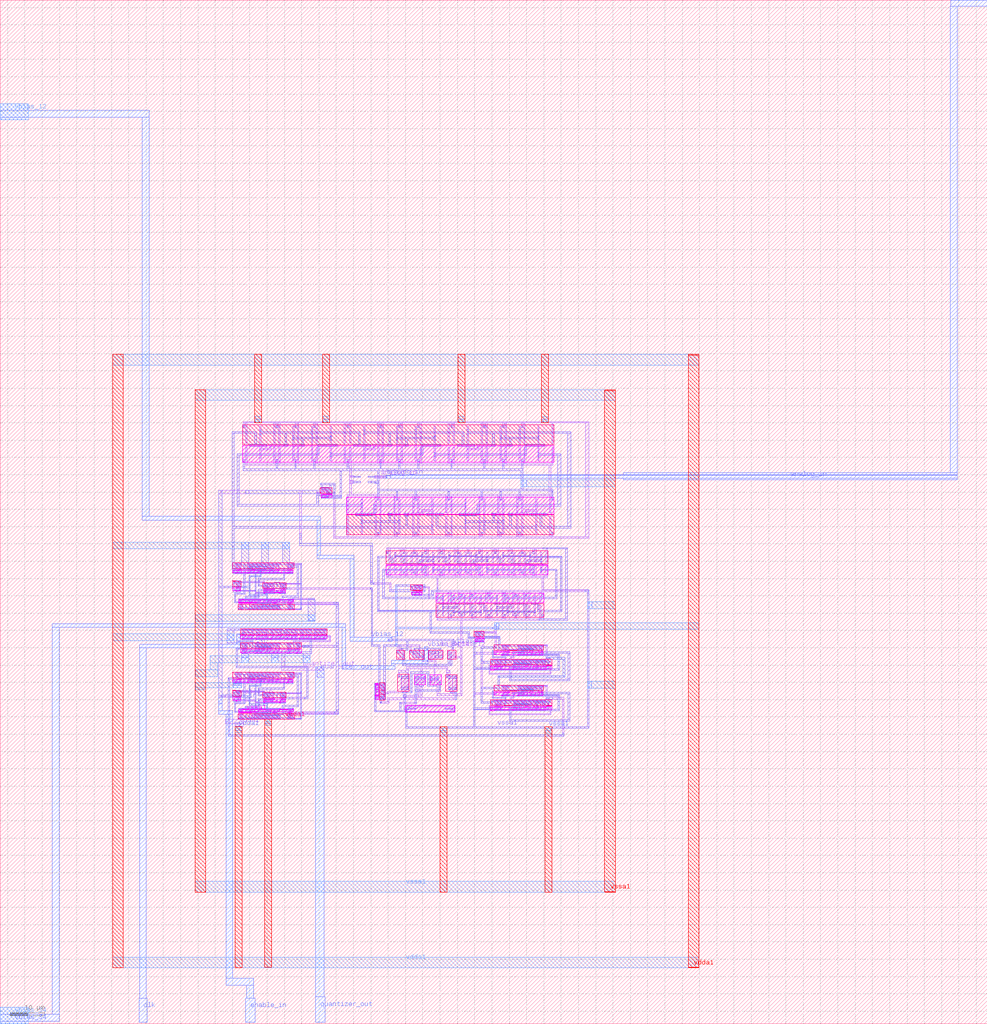
<source format=lef>
VERSION 5.7 ;
  NOWIREEXTENSIONATPIN ON ;
  DIVIDERCHAR "/" ;
  BUSBITCHARS "[]" ;
MACRO vco_adc2
  CLASS BLOCK ;
  FOREIGN vco_adc2 ;
  ORIGIN 77.180 133.620 ;
  SIZE 285.330 BY 295.770 ;
  PIN vbias_12
    DIRECTION INPUT ;
    USE SIGNAL ;
    ANTENNAGATEAREA 1.800000 ;
    PORT
      LAYER li1 ;
        RECT 38.900 -25.650 39.200 -25.150 ;
        RECT 53.450 -25.700 53.950 -25.200 ;
      LAYER met1 ;
        RECT 35.000 -22.500 36.100 -22.000 ;
        RECT 35.000 -23.000 53.950 -22.500 ;
        RECT 35.000 -23.100 36.100 -23.000 ;
        RECT 40.250 -25.150 40.750 -23.000 ;
        RECT 38.700 -25.650 40.750 -25.150 ;
        RECT 53.450 -25.700 53.950 -23.000 ;
      LAYER met2 ;
        RECT -77.180 130.350 -69.020 132.260 ;
        RECT -77.180 128.350 -34.150 130.350 ;
        RECT -77.180 127.500 -69.020 128.350 ;
        RECT -36.150 12.950 -34.150 128.350 ;
        RECT -36.150 11.850 15.500 12.950 ;
        RECT 14.400 1.800 15.500 11.850 ;
        RECT 14.400 0.700 25.100 1.800 ;
        RECT 24.000 -22.000 25.100 0.700 ;
        RECT 24.000 -23.100 36.100 -22.000 ;
      LAYER met3 ;
        RECT -77.180 127.500 -69.020 132.260 ;
    END
  END vbias_12
  PIN vbias_34
    DIRECTION INPUT ;
    USE SIGNAL ;
    ANTENNAGATEAREA 5.400000 ;
    PORT
      LAYER li1 ;
        RECT 42.650 -25.650 43.650 -25.150 ;
        RECT 47.950 -25.650 50.250 -25.150 ;
      LAYER met1 ;
        RECT 45.550 -25.150 46.550 -24.650 ;
        RECT 42.450 -25.650 50.250 -25.150 ;
      LAYER met2 ;
        RECT -62.100 -19.000 22.700 -18.000 ;
        RECT -77.180 -130.850 -69.020 -128.860 ;
        RECT -62.100 -130.850 -60.100 -19.000 ;
        RECT 21.700 -30.250 22.700 -19.000 ;
        RECT 45.550 -28.600 46.550 -24.650 ;
        RECT 36.000 -29.600 46.550 -28.600 ;
        RECT 36.000 -30.250 37.000 -29.600 ;
        RECT 21.700 -31.250 37.000 -30.250 ;
        RECT -77.180 -132.850 -60.100 -130.850 ;
        RECT -77.180 -133.620 -69.020 -132.850 ;
      LAYER met3 ;
        RECT -77.180 -133.620 -69.020 -128.860 ;
    END
  END vbias_34
  PIN analog_in
    DIRECTION INPUT ;
    USE SIGNAL ;
    PORT
      LAYER li1 ;
        RECT 31.000 24.600 34.500 24.700 ;
        RECT 29.185 24.280 34.500 24.600 ;
        RECT 31.000 24.000 34.500 24.280 ;
      LAYER met1 ;
        RECT 34.450 24.700 35.700 24.800 ;
        RECT 29.125 24.250 31.230 24.630 ;
        RECT 33.500 24.000 35.700 24.700 ;
      LAYER met2 ;
        RECT 197.570 160.310 208.150 162.150 ;
        RECT 197.450 25.500 199.450 160.310 ;
        RECT 103.000 25.000 199.450 25.500 ;
        RECT 35.700 24.800 199.450 25.000 ;
        RECT 34.450 24.000 199.450 24.800 ;
        RECT 103.000 23.500 199.450 24.000 ;
    END
  END analog_in
  PIN enable_in
    DIRECTION INPUT ;
    USE SIGNAL ;
    ANTENNAGATEAREA 1.437000 ;
    PORT
      LAYER li1 ;
        RECT -14.000 19.450 -5.150 20.450 ;
        RECT 9.250 19.450 10.250 20.450 ;
        RECT 14.350 20.050 15.250 20.150 ;
        RECT 15.625 20.050 16.085 20.115 ;
        RECT 14.350 19.750 16.085 20.050 ;
        RECT 14.350 19.650 15.250 19.750 ;
        RECT 9.450 6.850 10.000 19.450 ;
        RECT 15.625 19.385 16.085 19.750 ;
        RECT 29.900 -6.150 30.500 -5.700 ;
        RECT 29.900 -6.650 35.900 -6.150 ;
        RECT -8.955 -7.575 -8.625 -7.325 ;
        RECT 35.400 -8.250 35.900 -6.650 ;
        RECT 35.400 -8.800 36.600 -8.250 ;
        RECT 42.525 -8.765 42.985 -8.035 ;
        RECT -14.000 -39.300 -9.300 -38.900 ;
        RECT -8.955 -39.225 -8.625 -38.975 ;
      LAYER met1 ;
        RECT -14.000 -7.250 -13.000 20.450 ;
        RECT -6.150 19.450 15.250 20.450 ;
        RECT 9.450 5.150 10.000 7.950 ;
        RECT 9.450 4.550 30.500 5.150 ;
        RECT 29.900 -6.150 30.500 4.550 ;
        RECT 29.900 -6.650 30.850 -6.150 ;
        RECT -14.000 -7.650 -8.600 -7.250 ;
        RECT -14.000 -38.900 -13.000 -7.650 ;
        RECT 35.400 -8.800 43.000 -8.250 ;
        RECT -14.000 -39.300 -12.800 -38.900 ;
        RECT -10.500 -39.300 -8.600 -38.900 ;
        RECT -14.000 -41.200 -13.000 -39.300 ;
      LAYER met2 ;
        RECT -14.000 -43.200 -13.000 -39.300 ;
        RECT -14.000 -44.200 -9.900 -43.200 ;
        RECT -11.900 -120.500 -9.900 -44.200 ;
        RECT -11.900 -122.500 -3.950 -120.500 ;
        RECT -5.950 -126.270 -3.950 -122.500 ;
        RECT -6.240 -133.170 -3.480 -126.270 ;
    END
  END enable_in
  PIN clk
    DIRECTION INPUT ;
    USE SIGNAL ;
    ANTENNAGATEAREA 0.285000 ;
    PORT
      LAYER li1 ;
        RECT -7.325 -21.405 -6.635 -20.845 ;
        RECT -3.520 -25.485 -3.170 -24.835 ;
      LAYER met1 ;
        RECT -7.320 -20.950 -6.620 -20.830 ;
        RECT -8.850 -21.300 -6.620 -20.950 ;
        RECT -8.850 -22.950 -7.850 -21.300 ;
        RECT -7.320 -21.400 -6.620 -21.300 ;
        RECT -8.850 -23.300 -4.000 -22.950 ;
        RECT -4.350 -24.800 -4.000 -23.300 ;
        RECT -4.350 -24.840 -3.200 -24.800 ;
        RECT -4.350 -25.150 -3.190 -24.840 ;
        RECT -3.540 -25.490 -3.190 -25.150 ;
      LAYER met2 ;
        RECT -8.850 -24.000 -7.850 -20.950 ;
        RECT -36.900 -25.000 -7.850 -24.000 ;
        RECT -36.900 -126.270 -34.900 -25.000 ;
        RECT -37.030 -133.170 -34.730 -126.270 ;
    END
  END clk
  PIN quantizer_out
    DIRECTION OUTPUT ;
    USE SIGNAL ;
    ANTENNAGATEAREA 0.247500 ;
    ANTENNADIFFAREA 0.429000 ;
    PORT
      LAYER li1 ;
        RECT 3.275 -24.885 3.605 -24.040 ;
        RECT 3.275 -24.965 3.665 -24.885 ;
        RECT 3.450 -25.015 3.665 -24.965 ;
        RECT 3.495 -25.150 3.665 -25.015 ;
        RECT 5.735 -25.150 6.070 -25.135 ;
        RECT 3.495 -25.400 6.070 -25.150 ;
        RECT 3.495 -25.595 3.665 -25.400 ;
        RECT 3.440 -25.635 3.665 -25.595 ;
        RECT 3.285 -25.720 3.665 -25.635 ;
        RECT 3.285 -26.155 3.615 -25.720 ;
        RECT 4.250 -30.550 5.250 -25.400 ;
        RECT 5.735 -25.405 6.070 -25.400 ;
        RECT 4.250 -31.550 16.400 -30.550 ;
      LAYER met1 ;
        RECT 14.400 -33.450 16.400 -30.550 ;
      LAYER met2 ;
        RECT 14.000 -30.550 16.000 -30.500 ;
        RECT 14.000 -125.790 16.400 -30.550 ;
        RECT 14.000 -133.150 16.760 -125.790 ;
    END
  END quantizer_out
  PIN vdda1
    DIRECTION INOUT ;
    USE POWER ;
    PORT
      LAYER nwell ;
        RECT -7.100 33.650 82.900 39.450 ;
        RECT 15.350 19.700 18.750 21.300 ;
        RECT 15.350 19.695 18.030 19.700 ;
        RECT 22.900 7.600 82.900 13.400 ;
        RECT -10.000 -2.180 7.750 -0.480 ;
        RECT -9.950 -5.740 -9.050 -5.680 ;
        RECT -9.950 -7.345 -7.490 -5.740 ;
        RECT 2.350 -6.210 3.350 -6.180 ;
        RECT -9.950 -7.380 -9.100 -7.345 ;
        RECT -1.240 -7.815 5.560 -6.210 ;
        RECT 2.350 -7.830 3.350 -7.815 ;
        RECT 41.400 -8.450 44.930 -6.850 ;
        RECT 42.250 -8.455 44.930 -8.450 ;
        RECT -6.650 -12.395 -5.800 -12.380 ;
        RECT 4.100 -12.395 5.900 -12.380 ;
        RECT -8.390 -14.000 7.890 -12.395 ;
        RECT -6.650 -14.030 -5.800 -14.000 ;
        RECT 4.100 -14.030 6.050 -14.000 ;
        RECT -7.400 -19.550 17.300 -19.500 ;
        RECT -7.600 -21.200 17.300 -19.550 ;
        RECT 59.850 -21.850 62.700 -20.250 ;
        RECT 59.850 -21.855 62.070 -21.850 ;
        RECT -6.450 -23.550 9.900 -23.500 ;
        RECT -7.600 -25.200 9.900 -23.550 ;
        RECT 65.550 -24.150 67.700 -24.100 ;
        RECT 37.400 -28.250 39.800 -25.650 ;
        RECT 41.150 -28.250 45.350 -25.650 ;
        RECT 65.550 -25.750 79.940 -24.150 ;
        RECT 67.600 -25.755 79.940 -25.750 ;
        RECT 70.200 -25.800 72.300 -25.755 ;
        RECT 64.550 -29.950 82.300 -28.350 ;
        RECT 65.400 -29.955 82.300 -29.950 ;
        RECT 68.500 -30.000 70.850 -29.955 ;
        RECT 80.800 -30.000 82.300 -29.955 ;
        RECT -10.000 -33.830 7.750 -32.130 ;
        RECT 32.545 -37.250 34.150 -35.100 ;
        RECT -9.950 -37.390 -9.050 -37.330 ;
        RECT -9.950 -38.995 -7.490 -37.390 ;
        RECT 2.350 -37.860 3.350 -37.830 ;
        RECT -9.950 -39.030 -9.100 -38.995 ;
        RECT -1.240 -39.465 5.560 -37.860 ;
        RECT 32.500 -38.400 34.150 -37.250 ;
        RECT 65.550 -35.850 67.700 -35.800 ;
        RECT 65.550 -37.450 79.940 -35.850 ;
        RECT 67.600 -37.455 79.940 -37.450 ;
        RECT 70.200 -37.500 72.300 -37.455 ;
        RECT 2.350 -39.480 3.350 -39.465 ;
        RECT 32.545 -40.160 34.150 -38.400 ;
        RECT 64.550 -41.650 82.300 -40.050 ;
        RECT 65.400 -41.655 82.300 -41.650 ;
        RECT 68.500 -41.700 70.850 -41.655 ;
        RECT 80.800 -41.700 82.300 -41.655 ;
        RECT -6.650 -44.045 -5.800 -44.030 ;
        RECT 4.100 -44.045 5.900 -44.030 ;
        RECT -8.390 -45.650 7.890 -44.045 ;
        RECT -6.650 -45.680 -5.800 -45.650 ;
        RECT 4.100 -45.680 6.050 -45.650 ;
      LAYER li1 ;
        RECT -6.900 39.950 93.100 40.350 ;
        RECT -6.900 38.600 -6.500 39.950 ;
        RECT -6.200 34.050 -5.800 39.950 ;
        RECT 1.900 34.050 2.300 39.950 ;
        RECT 2.600 39.050 3.000 39.950 ;
        RECT 3.300 39.050 3.700 39.950 ;
        RECT 2.600 38.600 3.700 39.050 ;
        RECT 8.050 39.050 8.450 39.950 ;
        RECT 8.750 39.050 9.150 39.950 ;
        RECT 8.050 38.600 9.150 39.050 ;
        RECT 13.500 38.600 13.900 39.950 ;
        RECT 3.300 34.050 3.700 38.600 ;
        RECT 8.750 34.050 9.150 38.600 ;
        RECT 14.200 34.050 14.600 39.950 ;
        RECT 22.300 34.050 22.700 39.950 ;
        RECT 23.100 38.600 23.500 39.950 ;
        RECT 23.800 34.050 24.200 39.950 ;
        RECT 31.900 34.050 32.300 39.950 ;
        RECT 32.600 39.050 33.000 39.950 ;
        RECT 33.300 39.050 33.700 39.950 ;
        RECT 32.600 38.600 33.700 39.050 ;
        RECT 38.050 39.050 38.450 39.950 ;
        RECT 38.750 39.050 39.150 39.950 ;
        RECT 38.050 38.600 39.150 39.050 ;
        RECT 43.500 38.600 43.900 39.950 ;
        RECT 33.300 34.050 33.700 38.600 ;
        RECT 38.750 34.050 39.150 38.600 ;
        RECT 44.200 34.050 44.600 39.950 ;
        RECT 52.300 34.050 52.700 39.950 ;
        RECT 53.100 38.600 53.500 39.950 ;
        RECT 53.800 34.050 54.200 39.950 ;
        RECT 61.900 34.050 62.300 39.950 ;
        RECT 62.600 39.050 63.000 39.950 ;
        RECT 63.300 39.050 63.700 39.950 ;
        RECT 62.600 38.600 63.700 39.050 ;
        RECT 68.050 39.050 68.450 39.950 ;
        RECT 68.750 39.050 69.150 39.950 ;
        RECT 68.050 38.600 69.150 39.050 ;
        RECT 73.500 38.600 73.900 39.950 ;
        RECT 63.300 34.050 63.700 38.600 ;
        RECT 68.750 34.050 69.150 38.600 ;
        RECT 74.200 34.050 74.600 39.950 ;
        RECT 82.300 34.050 82.700 39.950 ;
        RECT 15.540 21.025 17.840 21.195 ;
        RECT 16.055 20.625 16.990 21.025 ;
        RECT 17.515 20.050 17.755 20.345 ;
        RECT 18.100 20.250 18.500 20.750 ;
        RECT 17.515 19.550 17.950 20.050 ;
        RECT 17.515 19.365 17.755 19.550 ;
        RECT 19.150 7.100 19.650 20.050 ;
        RECT 23.100 7.100 23.500 13.000 ;
        RECT 31.200 7.100 31.600 13.000 ;
        RECT 36.650 8.450 37.050 13.000 ;
        RECT 42.100 8.450 42.500 13.000 ;
        RECT 31.900 7.100 32.300 8.450 ;
        RECT 36.650 8.000 37.750 8.450 ;
        RECT 36.650 7.100 37.050 8.000 ;
        RECT 37.350 7.100 37.750 8.000 ;
        RECT 42.100 8.000 43.200 8.450 ;
        RECT 42.100 7.100 42.500 8.000 ;
        RECT 42.800 7.100 43.200 8.000 ;
        RECT 43.500 7.100 43.900 13.000 ;
        RECT 51.600 7.100 52.000 13.000 ;
        RECT 52.300 7.100 52.700 8.450 ;
        RECT 53.100 7.100 53.500 13.000 ;
        RECT 61.200 7.100 61.600 13.000 ;
        RECT 66.650 8.450 67.050 13.000 ;
        RECT 72.100 8.450 72.500 13.000 ;
        RECT 61.900 7.100 62.300 8.450 ;
        RECT 66.650 8.000 67.750 8.450 ;
        RECT 66.650 7.100 67.050 8.000 ;
        RECT 67.350 7.100 67.750 8.000 ;
        RECT 72.100 8.000 73.200 8.450 ;
        RECT 72.100 7.100 72.500 8.000 ;
        RECT 72.800 7.100 73.200 8.000 ;
        RECT 73.500 7.100 73.900 13.000 ;
        RECT 81.600 7.100 82.000 13.000 ;
        RECT 82.300 7.100 82.700 8.450 ;
        RECT 92.100 7.100 93.100 39.950 ;
        RECT 19.150 6.700 93.100 7.100 ;
        RECT 19.150 6.600 23.500 6.700 ;
        RECT 7.450 -0.635 10.000 -0.630 ;
        RECT -9.210 -0.805 -7.370 -0.635 ;
        RECT -5.770 -0.805 3.890 -0.635 ;
        RECT 5.700 -0.805 10.000 -0.635 ;
        RECT -8.650 -1.565 -8.320 -0.805 ;
        RECT -7.720 -1.955 -7.460 -0.805 ;
        RECT -6.750 -1.580 -6.350 -1.080 ;
        RECT -5.255 -1.305 -4.925 -0.805 ;
        RECT -4.315 -1.305 -3.985 -0.805 ;
        RECT -2.340 -1.185 -1.960 -0.805 ;
        RECT -1.440 -1.185 -1.110 -0.805 ;
        RECT 0.170 -1.185 0.590 -0.805 ;
        RECT 1.260 -1.495 1.590 -0.805 ;
        RECT 2.710 -1.605 2.995 -0.805 ;
        RECT 6.260 -1.565 6.590 -0.805 ;
        RECT 7.190 -0.980 10.000 -0.805 ;
        RECT 7.190 -1.955 7.450 -0.980 ;
        RECT 9.650 -1.430 10.000 -0.980 ;
        RECT -7.850 -5.845 -0.700 -5.830 ;
        RECT -9.060 -6.015 -0.700 -5.845 ;
        RECT -9.750 -6.630 -9.350 -6.130 ;
        RECT -8.935 -7.155 -8.705 -6.015 ;
        RECT -8.035 -6.180 -0.700 -6.015 ;
        RECT -8.035 -7.155 -7.825 -6.180 ;
        RECT -1.050 -6.315 -0.700 -6.180 ;
        RECT -1.050 -6.485 2.170 -6.315 ;
        RECT 3.530 -6.330 5.370 -6.315 ;
        RECT 9.650 -6.330 10.000 -5.880 ;
        RECT 3.530 -6.485 10.000 -6.330 ;
        RECT 0.005 -7.335 0.175 -6.485 ;
        RECT 0.845 -6.995 1.015 -6.485 ;
        RECT 2.700 -7.380 3.100 -6.880 ;
        RECT 4.090 -7.245 4.420 -6.485 ;
        RECT 5.020 -6.680 10.000 -6.485 ;
        RECT 5.020 -7.635 5.280 -6.680 ;
        RECT 9.650 -7.080 10.000 -6.680 ;
        RECT 42.440 -7.125 44.740 -6.955 ;
        RECT 41.800 -7.970 42.100 -7.470 ;
        RECT 42.955 -7.525 43.890 -7.125 ;
        RECT 44.415 -8.450 44.655 -7.805 ;
        RECT 44.415 -8.750 44.800 -8.450 ;
        RECT 44.415 -8.785 44.655 -8.750 ;
        RECT -8.055 -13.725 -7.845 -12.585 ;
        RECT -7.175 -13.725 -6.945 -12.585 ;
        RECT -6.350 -13.330 -5.950 -12.830 ;
        RECT -4.835 -13.725 -4.550 -12.925 ;
        RECT -3.430 -13.725 -3.100 -13.035 ;
        RECT -2.430 -13.725 -2.010 -13.345 ;
        RECT -0.730 -13.725 -0.400 -13.345 ;
        RECT 0.120 -13.725 0.500 -13.345 ;
        RECT 2.145 -13.725 2.475 -13.225 ;
        RECT 3.085 -13.725 3.415 -13.225 ;
        RECT 5.950 -13.725 6.210 -12.575 ;
        RECT 6.810 -13.725 7.140 -12.965 ;
        RECT 9.650 -13.680 10.000 -13.230 ;
        RECT 7.650 -13.725 10.000 -13.680 ;
        RECT -8.200 -13.895 -6.820 -13.725 ;
        RECT -5.730 -13.895 3.930 -13.725 ;
        RECT 5.860 -13.895 10.000 -13.725 ;
        RECT 7.650 -14.030 10.000 -13.895 ;
        RECT -7.400 -19.655 -7.000 -19.500 ;
        RECT -7.410 -19.825 -3.730 -19.655 ;
        RECT -3.310 -19.825 0.370 -19.655 ;
        RECT 0.790 -19.825 4.470 -19.655 ;
        RECT 5.190 -19.825 8.870 -19.655 ;
        RECT 9.290 -19.825 12.970 -19.655 ;
        RECT 13.390 -19.825 17.070 -19.655 ;
        RECT -6.755 -20.285 -6.485 -19.825 ;
        RECT -4.695 -20.285 -4.370 -19.825 ;
        RECT -2.655 -20.285 -2.385 -19.825 ;
        RECT -0.595 -20.285 -0.270 -19.825 ;
        RECT 1.445 -20.285 1.715 -19.825 ;
        RECT 3.505 -20.285 3.830 -19.825 ;
        RECT 4.700 -20.650 5.100 -20.150 ;
        RECT 5.845 -20.285 6.115 -19.825 ;
        RECT 7.905 -20.285 8.230 -19.825 ;
        RECT 9.945 -20.285 10.215 -19.825 ;
        RECT 12.005 -20.285 12.330 -19.825 ;
        RECT 14.045 -20.285 14.315 -19.825 ;
        RECT 16.105 -20.285 16.430 -19.825 ;
        RECT 60.040 -20.400 61.880 -20.355 ;
        RECT 65.800 -20.400 66.250 -19.000 ;
        RECT 60.040 -20.525 66.250 -20.400 ;
        RECT 60.600 -21.285 60.930 -20.525 ;
        RECT 61.530 -20.750 66.250 -20.525 ;
        RECT 61.530 -21.675 61.790 -20.750 ;
        RECT 62.150 -21.600 62.450 -20.750 ;
        RECT -5.950 -23.655 -3.200 -23.500 ;
        RECT -7.410 -23.700 3.750 -23.655 ;
        RECT -7.410 -23.825 -5.570 -23.700 ;
        RECT -6.850 -24.585 -6.520 -23.825 ;
        RECT -5.920 -24.975 -5.660 -23.825 ;
        RECT -5.150 -24.650 -4.750 -23.700 ;
        RECT -3.610 -23.825 3.750 -23.700 ;
        RECT 5.640 -23.825 7.020 -23.655 ;
        RECT 8.290 -23.825 9.670 -23.655 ;
        RECT -3.095 -24.325 -2.765 -23.825 ;
        RECT -2.170 -24.285 -1.905 -23.825 ;
        RECT 0.000 -24.625 0.170 -23.825 ;
        RECT 1.880 -24.325 2.195 -23.825 ;
        RECT 2.935 -24.835 3.105 -23.825 ;
        RECT 5.725 -24.965 6.005 -23.825 ;
        RECT 6.675 -24.965 6.935 -23.825 ;
        RECT 8.415 -24.965 8.645 -23.825 ;
        RECT 9.315 -24.965 9.525 -23.825 ;
        RECT 37.600 -24.550 44.250 -24.150 ;
        RECT 37.600 -26.550 38.000 -24.550 ;
        RECT 38.300 -27.850 38.700 -24.550 ;
        RECT 41.350 -26.500 41.750 -24.550 ;
        RECT 42.050 -27.850 42.450 -26.050 ;
        RECT 43.850 -27.850 44.250 -24.550 ;
        RECT 65.850 -25.150 66.250 -20.750 ;
        RECT 79.700 -24.255 81.050 -24.100 ;
        RECT 67.790 -24.425 70.090 -24.255 ;
        RECT 72.390 -24.425 81.050 -24.255 ;
        RECT 67.920 -25.565 68.185 -24.425 ;
        RECT 68.855 -25.225 69.025 -24.425 ;
        RECT 69.695 -24.885 69.905 -24.425 ;
        RECT 72.905 -24.925 73.235 -24.425 ;
        RECT 73.830 -24.885 74.095 -24.425 ;
        RECT 76.000 -25.225 76.170 -24.425 ;
        RECT 77.880 -24.925 78.195 -24.425 ;
        RECT 78.935 -25.435 79.105 -24.425 ;
        RECT 79.700 -24.450 81.050 -24.425 ;
        RECT 80.650 -28.200 81.050 -24.450 ;
        RECT 61.800 -28.900 62.300 -28.300 ;
        RECT 68.350 -28.455 70.000 -28.300 ;
        RECT 65.590 -28.625 70.000 -28.455 ;
        RECT 70.990 -28.625 80.650 -28.455 ;
        RECT 61.800 -29.400 62.900 -28.900 ;
        RECT 64.850 -29.400 65.250 -28.900 ;
        RECT 7.450 -32.285 10.000 -32.280 ;
        RECT -9.210 -32.455 -7.370 -32.285 ;
        RECT -5.770 -32.455 3.890 -32.285 ;
        RECT 5.700 -32.455 10.000 -32.285 ;
        RECT -8.650 -33.215 -8.320 -32.455 ;
        RECT -7.720 -33.605 -7.460 -32.455 ;
        RECT -6.750 -33.230 -6.350 -32.730 ;
        RECT -5.255 -32.955 -4.925 -32.455 ;
        RECT -4.315 -32.955 -3.985 -32.455 ;
        RECT -2.340 -32.835 -1.960 -32.455 ;
        RECT -1.440 -32.835 -1.110 -32.455 ;
        RECT 0.170 -32.835 0.590 -32.455 ;
        RECT 1.260 -33.145 1.590 -32.455 ;
        RECT 2.710 -33.255 2.995 -32.455 ;
        RECT 6.260 -33.215 6.590 -32.455 ;
        RECT 7.190 -32.630 10.000 -32.455 ;
        RECT 7.190 -33.605 7.450 -32.630 ;
        RECT 9.650 -33.080 10.000 -32.630 ;
        RECT 33.875 -35.850 34.045 -35.290 ;
        RECT 33.115 -36.180 34.045 -35.850 ;
        RECT 33.875 -36.780 34.045 -36.180 ;
        RECT 32.725 -37.040 34.045 -36.780 ;
        RECT 33.875 -37.130 34.045 -37.040 ;
        RECT 61.800 -36.350 62.300 -29.400 ;
        RECT 66.185 -29.425 66.425 -28.625 ;
        RECT 66.945 -29.425 67.275 -28.625 ;
        RECT 67.785 -29.775 68.115 -28.625 ;
        RECT 68.350 -28.750 70.000 -28.625 ;
        RECT 71.505 -29.125 71.835 -28.625 ;
        RECT 72.430 -29.085 72.695 -28.625 ;
        RECT 74.600 -29.425 74.770 -28.625 ;
        RECT 76.480 -29.125 76.795 -28.625 ;
        RECT 77.540 -29.635 77.710 -28.625 ;
        RECT 78.380 -29.540 78.555 -28.625 ;
        RECT 79.415 -29.765 79.630 -28.625 ;
        RECT 80.305 -29.765 80.555 -28.625 ;
        RECT 81.000 -29.750 81.500 -29.350 ;
        RECT 79.700 -35.955 81.050 -35.800 ;
        RECT 67.790 -36.125 70.090 -35.955 ;
        RECT 72.390 -36.125 81.050 -35.955 ;
        RECT 61.800 -36.850 62.900 -36.350 ;
        RECT 65.850 -36.850 66.250 -36.350 ;
        RECT -7.850 -37.495 -0.700 -37.480 ;
        RECT -9.060 -37.665 -0.700 -37.495 ;
        RECT -9.750 -38.280 -9.350 -37.780 ;
        RECT -8.935 -38.805 -8.705 -37.665 ;
        RECT -8.035 -37.830 -0.700 -37.665 ;
        RECT -8.035 -38.805 -7.825 -37.830 ;
        RECT -1.050 -37.965 -0.700 -37.830 ;
        RECT -1.050 -38.135 2.170 -37.965 ;
        RECT 3.530 -37.980 5.370 -37.965 ;
        RECT 9.650 -37.980 10.000 -37.530 ;
        RECT 32.900 -37.750 33.400 -37.350 ;
        RECT 61.800 -37.450 62.300 -36.850 ;
        RECT 67.920 -37.265 68.185 -36.125 ;
        RECT 68.855 -36.925 69.025 -36.125 ;
        RECT 69.695 -36.585 69.905 -36.125 ;
        RECT 72.905 -36.625 73.235 -36.125 ;
        RECT 73.830 -36.585 74.095 -36.125 ;
        RECT 76.000 -36.925 76.170 -36.125 ;
        RECT 77.880 -36.625 78.195 -36.125 ;
        RECT 78.935 -37.135 79.105 -36.125 ;
        RECT 79.700 -36.150 81.050 -36.125 ;
        RECT 3.530 -38.135 10.000 -37.980 ;
        RECT 0.005 -38.985 0.175 -38.135 ;
        RECT 0.845 -38.645 1.015 -38.135 ;
        RECT 2.700 -39.030 3.100 -38.530 ;
        RECT 4.090 -38.895 4.420 -38.135 ;
        RECT 5.020 -38.330 10.000 -38.135 ;
        RECT 5.020 -39.285 5.280 -38.330 ;
        RECT 9.650 -38.730 10.000 -38.330 ;
        RECT 33.875 -38.715 34.045 -38.590 ;
        RECT 32.735 -38.945 34.045 -38.715 ;
        RECT 33.875 -39.615 34.045 -38.945 ;
        RECT 32.735 -39.825 34.045 -39.615 ;
        RECT 33.875 -39.970 34.045 -39.825 ;
        RECT 80.650 -39.900 81.050 -36.150 ;
        RECT 68.350 -40.155 70.000 -40.000 ;
        RECT 65.590 -40.325 70.000 -40.155 ;
        RECT 70.990 -40.325 80.650 -40.155 ;
        RECT 64.850 -41.100 65.250 -40.600 ;
        RECT 66.185 -41.125 66.425 -40.325 ;
        RECT 66.945 -41.125 67.275 -40.325 ;
        RECT 67.785 -41.475 68.115 -40.325 ;
        RECT 68.350 -40.450 70.000 -40.325 ;
        RECT 71.505 -40.825 71.835 -40.325 ;
        RECT 72.430 -40.785 72.695 -40.325 ;
        RECT 74.600 -41.125 74.770 -40.325 ;
        RECT 76.480 -40.825 76.795 -40.325 ;
        RECT 77.540 -41.335 77.710 -40.325 ;
        RECT 78.380 -41.240 78.555 -40.325 ;
        RECT 79.415 -41.465 79.630 -40.325 ;
        RECT 80.305 -41.465 80.555 -40.325 ;
        RECT 81.000 -41.450 81.500 -41.050 ;
        RECT -8.055 -45.375 -7.845 -44.235 ;
        RECT -7.175 -45.375 -6.945 -44.235 ;
        RECT -6.350 -44.980 -5.950 -44.480 ;
        RECT -4.835 -45.375 -4.550 -44.575 ;
        RECT -3.430 -45.375 -3.100 -44.685 ;
        RECT -2.430 -45.375 -2.010 -44.995 ;
        RECT -0.730 -45.375 -0.400 -44.995 ;
        RECT 0.120 -45.375 0.500 -44.995 ;
        RECT 2.145 -45.375 2.475 -44.875 ;
        RECT 3.085 -45.375 3.415 -44.875 ;
        RECT 5.950 -45.375 6.210 -44.225 ;
        RECT 6.810 -45.375 7.140 -44.615 ;
        RECT 9.650 -45.330 10.000 -44.880 ;
        RECT 7.650 -45.375 10.000 -45.330 ;
        RECT -8.200 -45.545 -6.820 -45.375 ;
        RECT -5.730 -45.545 3.930 -45.375 ;
        RECT 5.860 -45.545 10.000 -45.375 ;
        RECT -8.200 -45.700 -6.900 -45.545 ;
        RECT 7.650 -45.680 10.000 -45.545 ;
        RECT -12.000 -46.900 -6.900 -45.700 ;
        RECT -9.200 -47.800 -6.900 -46.900 ;
      LAYER met1 ;
        RECT -3.550 39.950 -1.550 40.350 ;
        RECT 16.100 39.950 18.100 40.350 ;
        RECT 55.200 39.950 57.200 40.350 ;
        RECT 79.350 39.950 81.350 40.350 ;
        RECT -6.900 38.600 -6.500 39.100 ;
        RECT 2.600 38.600 3.000 39.100 ;
        RECT 8.050 38.600 8.450 39.100 ;
        RECT 13.500 38.600 13.900 39.100 ;
        RECT 23.100 38.600 23.500 39.100 ;
        RECT 32.600 38.600 33.000 39.100 ;
        RECT 38.050 38.600 38.450 39.100 ;
        RECT 43.500 38.600 43.900 39.100 ;
        RECT 53.100 38.600 53.500 39.100 ;
        RECT 62.600 38.600 63.000 39.100 ;
        RECT 68.050 38.600 68.450 39.100 ;
        RECT 73.500 38.600 73.900 39.100 ;
        RECT 15.450 22.050 19.650 22.550 ;
        RECT 15.550 21.350 16.050 22.050 ;
        RECT 15.540 20.870 17.840 21.350 ;
        RECT 18.100 20.250 18.500 22.050 ;
        RECT 17.350 19.850 17.950 20.150 ;
        RECT 19.150 19.850 19.650 22.050 ;
        RECT 17.350 19.550 19.650 19.850 ;
        RECT 31.900 7.950 32.300 8.450 ;
        RECT 37.350 7.950 37.750 8.450 ;
        RECT 42.800 7.950 43.200 8.450 ;
        RECT 52.300 7.950 52.700 8.450 ;
        RECT 61.900 7.950 62.300 8.450 ;
        RECT 67.350 7.950 67.750 8.450 ;
        RECT 72.800 7.950 73.200 8.450 ;
        RECT 82.300 7.950 82.700 8.450 ;
        RECT -7.400 -0.480 -5.400 5.550 ;
        RECT -1.600 -0.480 0.400 5.550 ;
        RECT 4.450 -0.480 6.450 5.550 ;
        RECT -9.210 -0.960 7.540 -0.480 ;
        RECT -7.400 -0.980 -5.700 -0.960 ;
        RECT 3.850 -0.980 5.700 -0.960 ;
        RECT 9.200 -0.980 10.000 -0.630 ;
        RECT -6.750 -1.580 -6.350 -0.980 ;
        RECT -9.750 -5.690 -9.000 -5.680 ;
        RECT -9.750 -6.170 -7.680 -5.690 ;
        RECT 2.150 -6.160 3.550 -6.130 ;
        RECT -9.750 -6.180 -9.000 -6.170 ;
        RECT -9.750 -6.630 -9.350 -6.180 ;
        RECT -1.050 -6.630 5.370 -6.160 ;
        RECT -1.050 -6.640 2.170 -6.630 ;
        RECT 2.700 -7.380 3.100 -6.630 ;
        RECT 3.530 -6.640 5.370 -6.630 ;
        RECT -8.200 -13.580 -6.820 -13.570 ;
        RECT -6.350 -13.580 -5.950 -12.830 ;
        RECT -5.730 -13.580 3.930 -13.570 ;
        RECT 5.860 -13.580 7.700 -13.570 ;
        RECT -8.200 -14.030 7.700 -13.580 ;
        RECT 9.650 -13.680 10.000 -0.980 ;
        RECT 37.100 -7.250 45.600 -6.800 ;
        RECT 41.800 -7.970 42.100 -7.250 ;
        RECT 42.440 -7.280 44.740 -7.250 ;
        RECT 45.250 -8.450 45.600 -7.250 ;
        RECT 44.400 -8.800 45.600 -8.450 ;
        RECT 9.250 -14.030 10.000 -13.680 ;
        RECT -8.200 -14.050 -6.820 -14.030 ;
        RECT -5.730 -14.050 3.930 -14.030 ;
        RECT 5.860 -14.050 7.700 -14.030 ;
        RECT 65.800 -19.000 66.250 -17.700 ;
        RECT 65.200 -19.450 66.250 -19.000 ;
        RECT -11.600 -19.980 17.070 -19.500 ;
        RECT -11.600 -20.000 -7.300 -19.980 ;
        RECT -3.750 -20.000 -3.250 -19.980 ;
        RECT 0.350 -20.000 0.850 -19.980 ;
        RECT 4.450 -20.000 5.200 -19.980 ;
        RECT 8.850 -20.000 9.300 -19.980 ;
        RECT 12.950 -20.000 13.400 -19.980 ;
        RECT -11.600 -23.500 -9.600 -20.000 ;
        RECT 4.700 -20.650 5.100 -20.000 ;
        RECT 60.040 -20.680 61.880 -20.200 ;
        RECT 62.150 -21.600 62.450 -21.100 ;
        RECT -11.600 -23.980 -5.570 -23.500 ;
        RECT -3.610 -23.980 9.670 -23.500 ;
        RECT -11.600 -24.000 -7.300 -23.980 ;
        RECT 3.750 -24.000 5.650 -23.980 ;
        RECT 7.000 -24.000 8.300 -23.980 ;
        RECT -5.150 -24.650 -4.750 -24.150 ;
        RECT 33.700 -24.550 38.700 -24.150 ;
        RECT -9.210 -32.610 7.540 -32.130 ;
        RECT -7.400 -32.630 -5.700 -32.610 ;
        RECT 3.850 -32.630 5.700 -32.610 ;
        RECT 9.200 -32.630 10.000 -32.280 ;
        RECT -6.750 -33.230 -6.350 -32.630 ;
        RECT -9.750 -37.340 -9.000 -37.330 ;
        RECT -9.750 -37.820 -7.680 -37.340 ;
        RECT 2.150 -37.810 3.550 -37.780 ;
        RECT -9.750 -37.830 -9.000 -37.820 ;
        RECT -9.750 -38.280 -9.350 -37.830 ;
        RECT -1.050 -38.280 5.370 -37.810 ;
        RECT -1.050 -38.290 2.170 -38.280 ;
        RECT 2.700 -39.030 3.100 -38.280 ;
        RECT 3.530 -38.290 5.370 -38.280 ;
        RECT -8.200 -45.230 -6.820 -45.220 ;
        RECT -6.350 -45.230 -5.950 -44.480 ;
        RECT -5.730 -45.230 3.930 -45.220 ;
        RECT 5.860 -45.230 7.700 -45.220 ;
        RECT -8.200 -45.680 7.700 -45.230 ;
        RECT 9.650 -45.330 10.000 -32.630 ;
        RECT 33.700 -35.300 34.200 -24.550 ;
        RECT 67.790 -24.580 79.750 -24.100 ;
        RECT 70.050 -24.600 72.500 -24.580 ;
        RECT 61.800 -25.150 66.250 -24.650 ;
        RECT 37.600 -26.550 38.000 -26.050 ;
        RECT 41.350 -26.500 41.750 -26.000 ;
        RECT 42.050 -26.200 42.450 -26.050 ;
        RECT 43.850 -26.200 44.250 -26.050 ;
        RECT 42.050 -26.700 44.250 -26.200 ;
        RECT 42.050 -26.850 42.450 -26.700 ;
        RECT 43.850 -26.850 44.250 -26.700 ;
        RECT 61.800 -28.900 62.300 -25.150 ;
        RECT 80.650 -28.300 81.050 -27.800 ;
        RECT 64.850 -28.750 68.350 -28.300 ;
        RECT 69.500 -28.750 81.050 -28.300 ;
        RECT 64.850 -28.900 65.250 -28.750 ;
        RECT 65.590 -28.780 68.350 -28.750 ;
        RECT 70.990 -28.780 81.050 -28.750 ;
        RECT 80.650 -28.800 81.050 -28.780 ;
        RECT 61.800 -29.400 65.250 -28.900 ;
        RECT 81.000 -29.750 81.500 -29.350 ;
        RECT 33.720 -37.100 34.200 -35.300 ;
        RECT 67.790 -36.280 79.750 -35.800 ;
        RECT 70.050 -36.300 72.500 -36.280 ;
        RECT 33.700 -37.350 34.200 -37.100 ;
        RECT 32.900 -37.750 34.200 -37.350 ;
        RECT 33.700 -38.600 34.200 -37.750 ;
        RECT 33.720 -39.970 34.200 -38.600 ;
        RECT 61.800 -36.850 66.250 -36.350 ;
        RECT 61.800 -40.600 62.300 -36.850 ;
        RECT 80.650 -40.000 81.050 -39.500 ;
        RECT 64.850 -40.450 68.350 -40.000 ;
        RECT 69.500 -40.450 81.050 -40.000 ;
        RECT 64.850 -40.600 65.250 -40.450 ;
        RECT 65.590 -40.480 68.350 -40.450 ;
        RECT 70.990 -40.480 81.050 -40.450 ;
        RECT 80.650 -40.500 81.050 -40.480 ;
        RECT 61.800 -41.100 65.250 -40.600 ;
        RECT 81.000 -41.450 81.500 -41.050 ;
        RECT 9.250 -45.680 10.000 -45.330 ;
        RECT -8.200 -45.700 -6.200 -45.680 ;
        RECT -5.730 -45.700 4.900 -45.680 ;
        RECT 5.860 -45.700 7.700 -45.680 ;
        RECT -0.750 -46.250 1.250 -45.700 ;
        RECT -9.200 -47.700 -8.000 -46.600 ;
        RECT -9.200 -48.850 -7.200 -47.700 ;
      LAYER met2 ;
        RECT -3.550 39.950 -1.550 41.050 ;
        RECT 16.100 39.950 18.100 41.050 ;
        RECT 55.200 39.950 57.200 41.100 ;
        RECT 79.350 39.950 81.350 41.050 ;
        RECT -7.400 3.550 -5.400 5.550 ;
        RECT -1.600 3.550 0.400 5.550 ;
        RECT 4.450 3.550 6.450 5.550 ;
        RECT 37.100 -19.000 37.600 -6.800 ;
        RECT 65.800 -19.000 67.100 -17.700 ;
        RECT 37.100 -19.450 67.100 -19.000 ;
        RECT -11.600 -22.950 -9.600 -20.950 ;
        RECT 37.100 -24.550 37.600 -19.450 ;
        RECT 65.800 -19.700 67.100 -19.450 ;
        RECT -0.750 -46.800 1.250 -45.700 ;
        RECT -9.200 -48.850 -7.200 -47.750 ;
      LAYER met3 ;
        RECT -44.650 56.700 124.800 59.800 ;
        RECT -3.550 40.350 -1.550 41.850 ;
        RECT 16.100 40.350 18.100 41.850 ;
        RECT 55.200 40.350 57.200 41.850 ;
        RECT 79.350 40.350 81.350 41.750 ;
        RECT -44.650 3.550 6.450 5.550 ;
        RECT 65.800 -19.650 124.800 -17.700 ;
        RECT 65.800 -19.700 119.750 -19.650 ;
        RECT -44.650 -22.950 -9.600 -20.950 ;
        RECT -0.750 -47.400 1.250 -46.200 ;
        RECT -9.200 -49.500 -7.200 -48.200 ;
        RECT -44.650 -117.400 124.800 -114.400 ;
      LAYER met4 ;
        RECT -44.650 -117.400 -41.550 59.800 ;
        RECT -3.550 39.950 -1.550 59.800 ;
        RECT 16.100 39.950 18.100 59.800 ;
        RECT 55.200 39.950 57.200 59.800 ;
        RECT 79.350 39.950 81.350 59.800 ;
        RECT 121.800 59.500 124.800 59.800 ;
        RECT -9.200 -117.400 -7.200 -47.750 ;
        RECT -0.750 -117.350 1.250 -45.700 ;
        RECT 121.780 -117.380 124.800 59.500 ;
        RECT 121.800 -117.400 124.800 -117.380 ;
    END
  END vdda1
  PIN vssa1
    DIRECTION INOUT ;
    USE GROUND ;
    PORT
      LAYER pwell ;
        RECT -7.100 28.600 82.900 33.400 ;
        RECT 16.030 19.400 17.835 19.405 ;
        RECT 16.030 19.175 18.750 19.400 ;
        RECT 15.545 18.500 18.750 19.175 ;
        RECT 15.545 18.495 17.835 18.500 ;
        RECT 15.690 18.305 15.860 18.495 ;
        RECT 22.900 13.650 82.900 18.450 ;
        RECT 34.400 -1.150 36.700 -1.050 ;
        RECT 36.900 -1.150 47.600 -1.050 ;
        RECT 47.800 -1.150 52.300 -1.050 ;
        RECT 52.500 -1.150 63.200 -1.050 ;
        RECT 63.400 -1.150 67.900 -1.050 ;
        RECT 68.100 -1.150 78.800 -1.050 ;
        RECT 79.000 -1.150 81.200 -1.050 ;
        RECT -8.720 -2.630 -7.375 -2.425 ;
        RECT -10.000 -2.655 -9.150 -2.630 ;
        RECT -8.720 -2.655 -5.750 -2.630 ;
        RECT -4.405 -2.655 -3.485 -2.435 ;
        RECT 2.595 -2.535 3.515 -2.425 ;
        RECT 1.180 -2.630 3.515 -2.535 ;
        RECT 1.180 -2.655 5.750 -2.630 ;
        RECT 6.190 -2.655 7.535 -2.425 ;
        RECT -10.000 -3.330 7.535 -2.655 ;
        RECT -9.205 -3.335 -7.375 -3.330 ;
        RECT -5.765 -3.335 3.515 -3.330 ;
        RECT 5.705 -3.335 7.535 -3.330 ;
        RECT -9.065 -3.525 -8.895 -3.335 ;
        RECT -5.625 -3.525 -5.455 -3.335 ;
        RECT 5.845 -3.525 6.015 -3.335 ;
        RECT 34.400 -3.850 81.200 -1.150 ;
        RECT -9.950 -7.635 -9.000 -7.630 ;
        RECT -9.950 -8.530 -7.695 -7.635 ;
        RECT -9.045 -8.545 -7.695 -8.530 ;
        RECT -1.005 -8.330 2.165 -8.105 ;
        RECT -1.005 -8.335 3.550 -8.330 ;
        RECT 4.020 -8.335 5.365 -8.105 ;
        RECT -8.915 -8.735 -8.745 -8.545 ;
        RECT -1.005 -9.015 5.365 -8.335 ;
        RECT 42.930 -8.975 44.735 -8.745 ;
        RECT 42.445 -8.980 44.735 -8.975 ;
        RECT -0.905 -9.205 -0.735 -9.015 ;
        RECT 2.150 -9.030 3.550 -9.015 ;
        RECT 3.675 -9.205 3.845 -9.015 ;
        RECT 41.780 -9.655 44.735 -8.980 ;
        RECT 41.780 -9.660 42.450 -9.655 ;
        RECT 42.590 -9.845 42.760 -9.655 ;
        RECT -7.135 -11.195 -6.965 -11.005 ;
        RECT -6.850 -11.195 -5.350 -11.180 ;
        RECT 3.615 -11.195 3.785 -11.005 ;
        RECT 3.900 -11.195 5.900 -11.180 ;
        RECT 7.385 -11.195 7.555 -11.005 ;
        RECT -8.185 -11.875 7.695 -11.195 ;
        RECT -8.185 -11.995 -3.020 -11.875 ;
        RECT -8.185 -12.105 -4.435 -11.995 ;
        RECT 1.645 -12.095 2.565 -11.875 ;
        RECT 3.900 -11.880 7.210 -11.875 ;
        RECT 5.865 -12.105 7.210 -11.880 ;
        RECT 48.850 -11.950 80.050 -9.250 ;
        RECT 48.850 -12.050 51.050 -11.950 ;
        RECT 51.250 -12.050 61.950 -11.950 ;
        RECT 62.150 -12.050 66.650 -11.950 ;
        RECT 66.850 -12.050 77.550 -11.950 ;
        RECT 77.750 -12.050 80.050 -11.950 ;
        RECT -6.850 -12.130 -5.350 -12.105 ;
        RECT -7.600 -22.400 17.300 -21.400 ;
        RECT 60.530 -22.150 61.875 -22.145 ;
        RECT 60.530 -22.375 62.700 -22.150 ;
        RECT -7.265 -22.545 -7.095 -22.400 ;
        RECT -3.165 -22.545 -2.995 -22.400 ;
        RECT 0.935 -22.545 1.105 -22.400 ;
        RECT 5.335 -22.545 5.505 -22.400 ;
        RECT 9.435 -22.545 9.605 -22.400 ;
        RECT 13.535 -22.545 13.705 -22.400 ;
        RECT 60.045 -23.050 62.700 -22.375 ;
        RECT 60.045 -23.055 61.875 -23.050 ;
        RECT 60.185 -23.245 60.355 -23.055 ;
        RECT -7.600 -26.400 9.900 -25.400 ;
        RECT 65.550 -26.045 67.900 -26.000 ;
        RECT 65.550 -26.250 70.035 -26.045 ;
        RECT 65.550 -26.275 72.450 -26.250 ;
        RECT 75.910 -26.275 76.820 -26.055 ;
        RECT 78.355 -26.275 79.705 -26.045 ;
        RECT -7.265 -26.545 -7.095 -26.400 ;
        RECT -3.465 -26.545 -3.295 -26.400 ;
        RECT 5.780 -26.545 5.950 -26.400 ;
        RECT 8.435 -26.545 8.605 -26.400 ;
        RECT 65.550 -26.955 79.705 -26.275 ;
        RECT 65.550 -27.000 67.900 -26.955 ;
        RECT 67.935 -27.145 68.105 -26.955 ;
        RECT 70.000 -27.000 72.450 -26.955 ;
        RECT 72.535 -27.145 72.705 -26.955 ;
        RECT 65.595 -30.250 68.205 -30.245 ;
        RECT 64.550 -30.450 68.205 -30.250 ;
        RECT 64.550 -30.475 71.050 -30.450 ;
        RECT 74.510 -30.475 75.420 -30.255 ;
        RECT 76.960 -30.475 80.645 -30.245 ;
        RECT 64.550 -31.155 80.645 -30.475 ;
        RECT 64.550 -31.500 65.650 -31.155 ;
        RECT 65.740 -31.345 65.910 -31.155 ;
        RECT 68.200 -31.200 71.050 -31.155 ;
        RECT 71.135 -31.345 71.305 -31.155 ;
        RECT 80.650 -31.200 82.300 -30.250 ;
        RECT -8.720 -34.280 -7.375 -34.075 ;
        RECT -10.000 -34.305 -9.150 -34.280 ;
        RECT -8.720 -34.305 -5.750 -34.280 ;
        RECT -4.405 -34.305 -3.485 -34.085 ;
        RECT 2.595 -34.185 3.515 -34.075 ;
        RECT 1.180 -34.280 3.515 -34.185 ;
        RECT 1.180 -34.305 5.750 -34.280 ;
        RECT 6.190 -34.305 7.535 -34.075 ;
        RECT -10.000 -34.980 7.535 -34.305 ;
        RECT -9.205 -34.985 -7.375 -34.980 ;
        RECT -5.765 -34.985 3.515 -34.980 ;
        RECT 5.705 -34.985 7.535 -34.980 ;
        RECT -9.065 -35.175 -8.895 -34.985 ;
        RECT -5.625 -35.175 -5.455 -34.985 ;
        RECT 5.845 -35.175 6.015 -34.985 ;
        RECT 31.345 -35.435 32.025 -35.295 ;
        RECT 31.155 -35.605 32.025 -35.435 ;
        RECT 31.345 -35.780 32.025 -35.605 ;
        RECT 42.550 -35.650 45.850 -32.850 ;
        RECT 47.100 -35.650 50.400 -32.850 ;
        RECT 31.345 -37.125 32.255 -35.780 ;
        RECT 31.350 -38.605 32.250 -37.125 ;
        RECT 65.550 -37.745 67.900 -37.700 ;
        RECT 65.550 -37.950 70.035 -37.745 ;
        RECT 65.550 -37.975 72.450 -37.950 ;
        RECT 75.910 -37.975 76.820 -37.755 ;
        RECT 78.355 -37.975 79.705 -37.745 ;
        RECT 31.345 -38.735 32.255 -38.605 ;
        RECT 65.550 -38.655 79.705 -37.975 ;
        RECT 65.550 -38.700 67.900 -38.655 ;
        RECT 31.155 -38.905 32.255 -38.735 ;
        RECT 67.935 -38.845 68.105 -38.655 ;
        RECT 70.000 -38.700 72.450 -38.655 ;
        RECT 72.535 -38.845 72.705 -38.655 ;
        RECT -9.950 -39.285 -9.000 -39.280 ;
        RECT -9.950 -40.180 -7.695 -39.285 ;
        RECT -9.045 -40.195 -7.695 -40.180 ;
        RECT -1.005 -39.980 2.165 -39.755 ;
        RECT -1.005 -39.985 3.550 -39.980 ;
        RECT 4.020 -39.985 5.365 -39.755 ;
        RECT 31.345 -39.955 32.255 -38.905 ;
        RECT -8.915 -40.385 -8.745 -40.195 ;
        RECT -1.005 -40.665 5.365 -39.985 ;
        RECT -0.905 -40.855 -0.735 -40.665 ;
        RECT 2.150 -40.680 3.550 -40.665 ;
        RECT 3.675 -40.855 3.845 -40.665 ;
        RECT -7.135 -42.845 -6.965 -42.655 ;
        RECT -6.850 -42.845 -5.350 -42.830 ;
        RECT 3.615 -42.845 3.785 -42.655 ;
        RECT 3.900 -42.845 5.900 -42.830 ;
        RECT 7.385 -42.845 7.555 -42.655 ;
        RECT -8.185 -43.525 7.695 -42.845 ;
        RECT -8.185 -43.645 -3.020 -43.525 ;
        RECT -8.185 -43.755 -4.435 -43.645 ;
        RECT 1.645 -43.745 2.565 -43.525 ;
        RECT 3.900 -43.530 7.210 -43.525 ;
        RECT 5.865 -43.755 7.210 -43.530 ;
        RECT 40.000 -43.650 54.380 -41.640 ;
        RECT 65.595 -41.950 68.205 -41.945 ;
        RECT 64.550 -42.150 68.205 -41.950 ;
        RECT 64.550 -42.175 71.050 -42.150 ;
        RECT 74.510 -42.175 75.420 -41.955 ;
        RECT 76.960 -42.175 80.645 -41.945 ;
        RECT 64.550 -42.855 80.645 -42.175 ;
        RECT 64.550 -43.200 65.650 -42.855 ;
        RECT 65.740 -43.045 65.910 -42.855 ;
        RECT 68.200 -42.900 71.050 -42.855 ;
        RECT 71.135 -43.045 71.305 -42.855 ;
        RECT 80.650 -42.900 82.300 -41.950 ;
        RECT -6.850 -43.780 -5.350 -43.755 ;
      LAYER li1 ;
        RECT -6.900 28.950 -6.500 29.450 ;
        RECT 2.600 28.950 3.000 29.450 ;
        RECT 8.050 28.950 8.450 29.450 ;
        RECT 13.500 28.950 13.900 29.450 ;
        RECT 23.100 28.950 23.500 29.450 ;
        RECT 32.600 28.950 33.000 29.450 ;
        RECT 38.050 28.950 38.450 29.450 ;
        RECT 43.500 28.950 43.900 29.450 ;
        RECT 53.100 28.950 53.500 29.450 ;
        RECT 62.600 28.950 63.000 29.450 ;
        RECT 68.050 28.950 68.450 29.450 ;
        RECT 73.500 28.950 73.900 29.450 ;
        RECT 31.000 23.050 31.170 23.130 ;
        RECT 29.185 22.730 31.170 23.050 ;
        RECT 31.000 22.650 31.170 22.730 ;
        RECT 16.055 18.475 16.990 18.875 ;
        RECT 18.100 18.750 18.500 19.250 ;
        RECT 15.540 18.305 17.840 18.475 ;
        RECT 31.900 17.600 32.300 18.100 ;
        RECT 37.350 17.600 37.750 18.100 ;
        RECT 42.800 17.600 43.200 18.100 ;
        RECT 52.300 17.600 52.700 18.100 ;
        RECT 61.900 17.600 62.300 18.100 ;
        RECT 67.350 17.600 67.750 18.100 ;
        RECT 72.800 17.600 73.200 18.100 ;
        RECT 82.300 17.600 82.700 18.100 ;
        RECT -9.800 -3.180 -9.400 -2.680 ;
        RECT -8.650 -3.355 -8.320 -2.975 ;
        RECT -7.720 -3.180 -7.460 -2.515 ;
        RECT -7.720 -3.355 -5.750 -3.180 ;
        RECT -5.255 -3.355 -4.925 -2.975 ;
        RECT -4.315 -3.355 -3.985 -2.975 ;
        RECT -2.160 -3.355 -1.750 -2.915 ;
        RECT -1.010 -3.355 -0.690 -2.895 ;
        RECT 0.920 -3.355 1.580 -2.875 ;
        RECT 2.710 -3.355 2.995 -2.895 ;
        RECT 3.850 -3.355 5.700 -3.230 ;
        RECT 6.260 -3.355 6.590 -2.975 ;
        RECT 7.190 -3.355 7.450 -2.515 ;
        RECT -9.210 -3.525 7.540 -3.355 ;
        RECT -7.500 -3.680 -5.750 -3.525 ;
        RECT 3.850 -3.680 5.700 -3.525 ;
        RECT 34.600 -4.350 35.000 -3.000 ;
        RECT 35.300 -4.350 35.700 -1.450 ;
        RECT 38.500 -4.350 38.900 -1.450 ;
        RECT 40.000 -3.000 40.400 -1.450 ;
        RECT 43.100 -3.000 43.500 -1.450 ;
        RECT 39.300 -3.450 40.400 -3.000 ;
        RECT 39.300 -3.500 39.700 -3.450 ;
        RECT 40.000 -4.350 40.400 -3.450 ;
        RECT 42.400 -3.450 43.500 -3.000 ;
        RECT 42.400 -3.500 42.800 -3.450 ;
        RECT 43.100 -4.350 43.500 -3.450 ;
        RECT 45.500 -4.350 45.900 -3.000 ;
        RECT 46.200 -4.350 46.600 -1.450 ;
        RECT 49.400 -4.350 49.800 -1.450 ;
        RECT 50.200 -4.350 50.600 -3.000 ;
        RECT 50.900 -4.350 51.300 -1.450 ;
        RECT 54.100 -4.350 54.500 -1.450 ;
        RECT 55.600 -3.000 56.000 -1.450 ;
        RECT 58.700 -3.000 59.100 -1.450 ;
        RECT 54.900 -3.450 56.000 -3.000 ;
        RECT 54.900 -3.500 55.300 -3.450 ;
        RECT 55.600 -4.350 56.000 -3.450 ;
        RECT 58.000 -3.450 59.100 -3.000 ;
        RECT 58.000 -3.500 58.400 -3.450 ;
        RECT 58.700 -4.350 59.100 -3.450 ;
        RECT 61.100 -4.350 61.500 -3.000 ;
        RECT 61.800 -4.350 62.200 -1.450 ;
        RECT 65.000 -4.350 65.400 -1.450 ;
        RECT 65.800 -4.350 66.200 -3.000 ;
        RECT 66.500 -4.350 66.900 -1.450 ;
        RECT 69.700 -4.350 70.100 -1.450 ;
        RECT 71.200 -3.000 71.600 -1.450 ;
        RECT 74.300 -3.000 74.700 -1.450 ;
        RECT 70.500 -3.450 71.600 -3.000 ;
        RECT 70.500 -3.500 70.900 -3.450 ;
        RECT 71.200 -4.350 71.600 -3.450 ;
        RECT 73.600 -3.450 74.700 -3.000 ;
        RECT 73.600 -3.500 74.000 -3.450 ;
        RECT 74.300 -4.350 74.700 -3.450 ;
        RECT 76.700 -4.350 77.100 -3.000 ;
        RECT 77.400 -4.350 77.800 -1.450 ;
        RECT 80.600 -4.350 81.000 -1.450 ;
        RECT 34.600 -4.750 81.000 -4.350 ;
        RECT -9.750 -8.380 -9.350 -7.880 ;
        RECT -8.935 -8.565 -8.705 -7.745 ;
        RECT -8.035 -8.380 -7.825 -7.745 ;
        RECT -8.035 -8.565 -3.150 -8.380 ;
        RECT -9.060 -8.730 -3.150 -8.565 ;
        RECT -9.060 -8.735 -7.680 -8.730 ;
        RECT -3.500 -8.930 -3.150 -8.730 ;
        RECT -0.915 -8.930 -0.585 -8.645 ;
        RECT -3.500 -9.035 -0.585 -8.930 ;
        RECT -0.075 -9.035 0.255 -8.645 ;
        RECT 1.795 -9.035 2.085 -8.200 ;
        RECT 2.600 -8.880 3.100 -8.480 ;
        RECT 4.090 -9.035 4.420 -8.655 ;
        RECT 5.020 -9.035 5.280 -8.195 ;
        RECT 49.050 -8.350 49.450 -4.750 ;
        RECT 79.450 -8.250 79.850 -4.750 ;
        RECT 79.450 -8.350 93.050 -8.250 ;
        RECT 49.050 -8.750 93.050 -8.350 ;
        RECT -3.500 -9.205 2.170 -9.035 ;
        RECT 3.530 -9.205 5.370 -9.035 ;
        RECT -3.500 -9.280 -0.850 -9.205 ;
        RECT -6.950 -11.005 -5.650 -10.880 ;
        RECT -3.500 -11.005 -3.150 -9.280 ;
        RECT 41.850 -9.600 42.200 -9.050 ;
        RECT 42.955 -9.675 43.890 -9.275 ;
        RECT 42.440 -9.845 44.740 -9.675 ;
        RECT 3.900 -11.005 6.050 -10.980 ;
        RECT 7.350 -11.005 13.700 -10.650 ;
        RECT -8.200 -11.150 13.700 -11.005 ;
        RECT -8.200 -11.175 7.700 -11.150 ;
        RECT -8.055 -11.995 -7.845 -11.175 ;
        RECT -7.175 -11.330 -5.650 -11.175 ;
        RECT -7.175 -11.995 -6.945 -11.330 ;
        RECT -4.835 -11.635 -4.550 -11.175 ;
        RECT -3.420 -11.655 -2.760 -11.175 ;
        RECT -1.150 -11.635 -0.830 -11.175 ;
        RECT -0.090 -11.615 0.320 -11.175 ;
        RECT 2.145 -11.555 2.475 -11.175 ;
        RECT 3.085 -11.555 3.415 -11.175 ;
        RECT 3.900 -11.330 6.210 -11.175 ;
        RECT 5.000 -11.730 5.500 -11.330 ;
        RECT 5.950 -12.015 6.210 -11.330 ;
        RECT 6.810 -11.555 7.140 -11.175 ;
        RECT 49.050 -11.650 49.450 -8.750 ;
        RECT 52.250 -11.650 52.650 -8.750 ;
        RECT 52.950 -10.100 53.350 -8.750 ;
        RECT 55.350 -9.650 55.750 -8.750 ;
        RECT 56.050 -9.650 56.450 -9.600 ;
        RECT 55.350 -10.100 56.450 -9.650 ;
        RECT 58.450 -9.650 58.850 -8.750 ;
        RECT 59.150 -9.650 59.550 -9.600 ;
        RECT 58.450 -10.100 59.550 -9.650 ;
        RECT 55.350 -11.650 55.750 -10.100 ;
        RECT 58.450 -11.650 58.850 -10.100 ;
        RECT 59.950 -11.650 60.350 -8.750 ;
        RECT 63.150 -11.650 63.550 -8.750 ;
        RECT 63.850 -10.100 64.250 -8.750 ;
        RECT 64.650 -11.650 65.050 -8.750 ;
        RECT 67.850 -11.650 68.250 -8.750 ;
        RECT 68.550 -10.100 68.950 -8.750 ;
        RECT 70.950 -9.650 71.350 -8.750 ;
        RECT 71.650 -9.650 72.050 -9.600 ;
        RECT 70.950 -10.100 72.050 -9.650 ;
        RECT 74.050 -9.650 74.450 -8.750 ;
        RECT 74.750 -9.650 75.150 -9.600 ;
        RECT 74.050 -10.100 75.150 -9.650 ;
        RECT 70.950 -11.650 71.350 -10.100 ;
        RECT 74.050 -11.650 74.450 -10.100 ;
        RECT 75.550 -11.650 75.950 -8.750 ;
        RECT 78.750 -11.650 79.150 -8.750 ;
        RECT 79.450 -10.100 79.850 -8.750 ;
        RECT 92.550 -9.350 93.050 -8.750 ;
        RECT -6.755 -22.375 -6.485 -21.915 ;
        RECT -4.695 -22.375 -4.370 -21.915 ;
        RECT -2.655 -22.375 -2.385 -21.915 ;
        RECT -0.595 -22.375 -0.270 -21.915 ;
        RECT 1.445 -22.375 1.715 -21.915 ;
        RECT 3.505 -22.375 3.830 -21.915 ;
        RECT 4.650 -22.210 4.960 -21.710 ;
        RECT 5.845 -22.375 6.115 -21.915 ;
        RECT 7.905 -22.375 8.230 -21.915 ;
        RECT 9.945 -22.375 10.215 -21.915 ;
        RECT 12.005 -22.375 12.330 -21.915 ;
        RECT 14.045 -22.375 14.315 -21.915 ;
        RECT 16.105 -22.375 16.430 -21.915 ;
        RECT -7.410 -22.545 -3.730 -22.375 ;
        RECT -3.310 -22.545 0.370 -22.375 ;
        RECT 0.790 -22.545 4.470 -22.375 ;
        RECT 5.190 -22.545 8.870 -22.375 ;
        RECT 9.290 -22.545 12.970 -22.375 ;
        RECT 13.390 -22.545 17.070 -22.375 ;
        RECT 60.600 -23.075 60.930 -22.695 ;
        RECT 61.530 -23.075 61.790 -22.235 ;
        RECT 62.150 -22.850 62.450 -22.350 ;
        RECT 60.040 -23.245 61.880 -23.075 ;
        RECT -6.850 -26.375 -6.520 -25.995 ;
        RECT -5.920 -26.375 -5.660 -25.535 ;
        RECT -5.400 -26.100 -5.000 -25.600 ;
        RECT -3.095 -26.375 -2.765 -25.995 ;
        RECT -2.155 -26.375 -1.905 -25.915 ;
        RECT -0.210 -26.375 0.160 -25.875 ;
        RECT 1.975 -26.375 2.185 -25.845 ;
        RECT 2.945 -26.375 3.115 -25.765 ;
        RECT 5.725 -26.375 6.035 -25.575 ;
        RECT 8.415 -26.375 8.645 -25.555 ;
        RECT 9.315 -26.375 9.525 -25.555 ;
        RECT -7.410 -26.545 -5.570 -26.375 ;
        RECT -3.610 -26.545 3.750 -26.375 ;
        RECT 5.640 -26.545 7.020 -26.375 ;
        RECT 8.290 -26.545 9.670 -26.375 ;
        RECT 59.650 -26.800 66.250 -26.300 ;
        RECT 59.650 -27.300 60.150 -26.800 ;
        RECT 67.920 -26.975 68.185 -26.515 ;
        RECT 68.855 -26.975 69.025 -26.515 ;
        RECT 69.695 -26.975 69.945 -26.510 ;
        RECT 72.905 -26.975 73.235 -26.595 ;
        RECT 73.845 -26.975 74.095 -26.515 ;
        RECT 75.790 -26.975 76.160 -26.475 ;
        RECT 77.975 -26.975 78.185 -26.445 ;
        RECT 78.945 -26.975 79.115 -26.365 ;
        RECT 67.790 -27.145 70.090 -26.975 ;
        RECT 72.390 -27.145 79.750 -26.975 ;
        RECT 64.850 -31.200 65.250 -30.700 ;
        RECT 66.115 -31.175 66.355 -30.695 ;
        RECT 66.945 -31.175 67.275 -30.695 ;
        RECT 67.785 -31.175 68.115 -30.375 ;
        RECT 68.350 -31.175 71.000 -31.000 ;
        RECT 71.505 -31.175 71.835 -30.795 ;
        RECT 72.445 -31.175 72.695 -30.715 ;
        RECT 74.390 -31.175 74.760 -30.675 ;
        RECT 76.575 -31.175 76.785 -30.645 ;
        RECT 77.550 -31.175 77.720 -30.565 ;
        RECT 78.390 -31.175 78.560 -30.660 ;
        RECT 79.380 -31.175 79.710 -30.435 ;
        RECT 80.305 -31.175 80.555 -30.355 ;
        RECT 80.900 -30.900 81.400 -30.500 ;
        RECT 65.590 -31.345 80.650 -31.175 ;
        RECT 68.350 -31.500 71.000 -31.345 ;
        RECT 42.750 -33.700 43.150 -33.200 ;
        RECT -9.800 -34.830 -9.400 -34.330 ;
        RECT -8.650 -35.005 -8.320 -34.625 ;
        RECT -7.720 -34.830 -7.460 -34.165 ;
        RECT -7.720 -35.005 -5.750 -34.830 ;
        RECT -5.255 -35.005 -4.925 -34.625 ;
        RECT -4.315 -35.005 -3.985 -34.625 ;
        RECT -2.160 -35.005 -1.750 -34.565 ;
        RECT -1.010 -35.005 -0.690 -34.545 ;
        RECT 0.920 -35.005 1.580 -34.525 ;
        RECT 2.710 -35.005 2.995 -34.545 ;
        RECT 3.850 -35.005 5.700 -34.880 ;
        RECT 6.260 -35.005 6.590 -34.625 ;
        RECT 7.190 -35.005 7.450 -34.165 ;
        RECT -9.210 -35.175 7.540 -35.005 ;
        RECT -7.500 -35.330 -5.750 -35.175 ;
        RECT 3.850 -35.330 5.700 -35.175 ;
        RECT 31.155 -35.850 31.325 -35.290 ;
        RECT 49.800 -35.300 50.200 -34.800 ;
        RECT 31.155 -36.180 31.705 -35.850 ;
        RECT 31.155 -36.780 31.325 -36.180 ;
        RECT 31.155 -37.040 32.165 -36.780 ;
        RECT 31.155 -37.130 31.325 -37.040 ;
        RECT 31.500 -37.850 32.000 -37.450 ;
        RECT 59.650 -38.000 60.150 -37.650 ;
        RECT 59.650 -38.500 66.250 -38.000 ;
        RECT 31.155 -38.715 31.325 -38.590 ;
        RECT 31.155 -38.945 32.145 -38.715 ;
        RECT 59.650 -38.850 60.150 -38.500 ;
        RECT 67.920 -38.675 68.185 -38.215 ;
        RECT 68.855 -38.675 69.025 -38.215 ;
        RECT 69.695 -38.675 69.945 -38.210 ;
        RECT 72.905 -38.675 73.235 -38.295 ;
        RECT 73.845 -38.675 74.095 -38.215 ;
        RECT 75.790 -38.675 76.160 -38.175 ;
        RECT 77.975 -38.675 78.185 -38.145 ;
        RECT 78.945 -38.675 79.115 -38.065 ;
        RECT 67.790 -38.845 70.090 -38.675 ;
        RECT 72.390 -38.845 79.750 -38.675 ;
        RECT -9.750 -40.030 -9.350 -39.530 ;
        RECT -8.935 -40.215 -8.705 -39.395 ;
        RECT -8.035 -40.030 -7.825 -39.395 ;
        RECT 31.155 -39.615 31.325 -38.945 ;
        RECT 31.155 -39.825 32.145 -39.615 ;
        RECT -8.035 -40.215 -3.150 -40.030 ;
        RECT -9.060 -40.380 -3.150 -40.215 ;
        RECT -9.060 -40.385 -7.680 -40.380 ;
        RECT -3.500 -40.580 -3.150 -40.380 ;
        RECT -0.915 -40.580 -0.585 -40.295 ;
        RECT -3.500 -40.685 -0.585 -40.580 ;
        RECT -0.075 -40.685 0.255 -40.295 ;
        RECT 1.795 -40.685 2.085 -39.850 ;
        RECT 2.600 -40.530 3.100 -40.130 ;
        RECT 4.090 -40.685 4.420 -40.305 ;
        RECT 5.020 -40.685 5.280 -39.845 ;
        RECT 31.155 -39.970 31.325 -39.825 ;
        RECT -3.500 -40.855 2.170 -40.685 ;
        RECT 3.530 -40.855 5.370 -40.685 ;
        RECT -3.500 -40.930 -0.850 -40.855 ;
        RECT -6.950 -42.655 -5.650 -42.530 ;
        RECT -3.500 -42.655 -3.150 -40.930 ;
        RECT 38.300 -41.150 43.150 -40.750 ;
        RECT 40.180 -41.990 54.200 -41.820 ;
        RECT 3.900 -42.655 6.050 -42.630 ;
        RECT -8.200 -42.825 7.700 -42.655 ;
        RECT -8.055 -43.645 -7.845 -42.825 ;
        RECT -7.175 -42.980 -5.650 -42.825 ;
        RECT -7.175 -43.645 -6.945 -42.980 ;
        RECT -4.835 -43.285 -4.550 -42.825 ;
        RECT -3.420 -43.305 -2.760 -42.825 ;
        RECT -1.150 -43.285 -0.830 -42.825 ;
        RECT -0.090 -43.265 0.320 -42.825 ;
        RECT 2.145 -43.205 2.475 -42.825 ;
        RECT 3.085 -43.205 3.415 -42.825 ;
        RECT 3.900 -42.980 6.210 -42.825 ;
        RECT 5.000 -43.380 5.500 -42.980 ;
        RECT 5.950 -43.665 6.210 -42.980 ;
        RECT 6.810 -43.205 7.140 -42.825 ;
        RECT 40.180 -43.150 40.350 -41.990 ;
        RECT 53.450 -42.470 53.750 -42.450 ;
        RECT 51.390 -42.820 53.750 -42.470 ;
        RECT 40.100 -43.300 40.500 -43.150 ;
        RECT 53.450 -43.300 53.750 -42.820 ;
        RECT 54.030 -43.300 54.200 -41.990 ;
        RECT 64.850 -42.900 65.250 -42.400 ;
        RECT 66.115 -42.875 66.355 -42.395 ;
        RECT 66.945 -42.875 67.275 -42.395 ;
        RECT 67.785 -42.875 68.115 -42.075 ;
        RECT 68.350 -42.875 71.000 -42.700 ;
        RECT 71.505 -42.875 71.835 -42.495 ;
        RECT 72.445 -42.875 72.695 -42.415 ;
        RECT 74.390 -42.875 74.760 -42.375 ;
        RECT 76.575 -42.875 76.785 -42.345 ;
        RECT 77.550 -42.875 77.720 -42.265 ;
        RECT 78.390 -42.875 78.560 -42.360 ;
        RECT 79.380 -42.875 79.710 -42.135 ;
        RECT 80.305 -42.875 80.555 -42.055 ;
        RECT 80.900 -42.600 81.400 -42.200 ;
        RECT 65.590 -43.045 80.650 -42.875 ;
        RECT 68.350 -43.200 71.000 -43.045 ;
        RECT 40.100 -43.470 54.200 -43.300 ;
        RECT 40.100 -43.550 40.500 -43.470 ;
      LAYER met1 ;
        RECT -6.900 26.700 -6.500 29.450 ;
        RECT 2.600 26.700 3.000 29.450 ;
        RECT 8.050 26.700 8.450 29.450 ;
        RECT 13.500 26.700 13.900 29.450 ;
        RECT 23.100 26.700 23.500 29.450 ;
        RECT 32.600 26.700 33.000 29.450 ;
        RECT 38.050 26.700 38.450 29.450 ;
        RECT 43.500 26.700 43.900 29.450 ;
        RECT 53.100 26.700 53.500 29.450 ;
        RECT 62.600 26.700 63.000 29.450 ;
        RECT 68.050 26.700 68.450 29.450 ;
        RECT 73.500 26.700 73.900 29.450 ;
        RECT -6.900 26.200 73.900 26.700 ;
        RECT 18.100 19.100 18.500 19.250 ;
        RECT 21.050 19.100 21.550 26.200 ;
        RECT 31.900 23.150 32.400 26.200 ;
        RECT 31.050 23.080 32.400 23.150 ;
        RECT 29.125 22.700 32.400 23.080 ;
        RECT 31.050 22.600 32.400 22.700 ;
        RECT 18.100 18.800 21.550 19.100 ;
        RECT 18.100 18.750 18.500 18.800 ;
        RECT 15.540 18.450 17.840 18.630 ;
        RECT 21.050 18.450 21.550 18.800 ;
        RECT 15.540 18.150 21.550 18.450 ;
        RECT 31.900 20.850 32.400 22.600 ;
        RECT 73.400 20.850 73.900 26.200 ;
        RECT 31.900 20.350 82.700 20.850 ;
        RECT 31.900 17.600 32.300 20.350 ;
        RECT 37.350 17.600 37.750 20.350 ;
        RECT 42.800 17.600 43.200 20.350 ;
        RECT 52.300 17.600 52.700 20.350 ;
        RECT 61.900 17.600 62.300 20.350 ;
        RECT 67.350 17.600 67.750 20.350 ;
        RECT 72.800 17.600 73.200 20.350 ;
        RECT 82.300 17.600 82.700 20.350 ;
        RECT -9.800 -3.180 -9.400 -2.680 ;
        RECT -9.800 -3.200 -9.100 -3.180 ;
        RECT -9.800 -3.680 -7.370 -3.200 ;
        RECT -5.770 -3.680 3.890 -3.200 ;
        RECT 5.700 -3.680 7.540 -3.200 ;
        RECT 34.600 -3.500 35.000 -3.000 ;
        RECT 39.300 -3.500 39.700 -3.000 ;
        RECT 42.400 -3.500 42.800 -3.000 ;
        RECT 45.500 -3.500 45.900 -3.000 ;
        RECT 50.200 -3.500 50.600 -3.000 ;
        RECT 54.900 -3.500 55.300 -3.000 ;
        RECT 58.000 -3.500 58.400 -3.000 ;
        RECT 61.100 -3.500 61.500 -3.000 ;
        RECT 65.800 -3.500 66.200 -3.000 ;
        RECT 70.500 -3.500 70.900 -3.000 ;
        RECT 73.600 -3.500 74.000 -3.000 ;
        RECT 76.700 -3.500 77.100 -3.000 ;
        RECT -9.750 -8.380 -9.350 -7.880 ;
        RECT -9.750 -8.410 -9.050 -8.380 ;
        RECT -9.750 -8.890 -7.680 -8.410 ;
        RECT -3.500 -8.730 -3.150 -3.680 ;
        RECT 49.050 -8.350 49.450 -7.800 ;
        RECT 2.600 -8.880 3.100 -8.480 ;
        RECT 47.600 -8.750 50.000 -8.350 ;
        RECT 91.950 -8.750 93.050 -8.250 ;
        RECT -9.750 -8.930 -9.050 -8.890 ;
        RECT -1.050 -9.360 5.370 -8.880 ;
        RECT 2.150 -9.380 3.550 -9.360 ;
        RECT 41.890 -9.550 42.200 -9.070 ;
        RECT 42.440 -9.550 44.740 -9.520 ;
        RECT 47.600 -9.550 48.100 -8.750 ;
        RECT 41.850 -10.000 48.100 -9.550 ;
        RECT 52.950 -10.100 53.350 -9.600 ;
        RECT 56.050 -10.100 56.450 -9.600 ;
        RECT 59.150 -10.100 59.550 -9.600 ;
        RECT 63.850 -10.100 64.250 -9.600 ;
        RECT 68.550 -10.100 68.950 -9.600 ;
        RECT 71.650 -10.100 72.050 -9.600 ;
        RECT 74.750 -10.100 75.150 -9.600 ;
        RECT 79.450 -10.100 79.850 -9.600 ;
        RECT -8.200 -11.330 -6.820 -10.850 ;
        RECT -5.730 -11.330 3.930 -10.850 ;
        RECT 5.860 -11.330 7.700 -10.850 ;
        RECT 12.000 -11.150 13.700 -10.650 ;
        RECT 5.000 -11.730 5.500 -11.330 ;
        RECT 11.800 -17.400 13.800 -11.150 ;
        RECT 4.650 -22.200 4.960 -21.710 ;
        RECT -3.750 -22.220 -3.300 -22.200 ;
        RECT 0.350 -22.220 0.800 -22.200 ;
        RECT 4.450 -22.220 5.200 -22.200 ;
        RECT 8.850 -22.220 9.300 -22.200 ;
        RECT 12.950 -22.220 13.400 -22.200 ;
        RECT -7.410 -22.700 17.070 -22.220 ;
        RECT -5.400 -26.200 -5.000 -25.600 ;
        RECT 12.410 -26.200 12.885 -22.700 ;
        RECT 60.040 -22.950 61.880 -22.920 ;
        RECT 62.150 -22.950 62.450 -22.350 ;
        RECT -5.600 -26.220 -3.600 -26.200 ;
        RECT 3.750 -26.220 5.650 -26.200 ;
        RECT 7.000 -26.220 8.300 -26.200 ;
        RECT 9.600 -26.220 12.885 -26.200 ;
        RECT -7.410 -26.700 12.885 -26.220 ;
        RECT 59.650 -23.400 62.450 -22.950 ;
        RECT 59.650 -26.300 60.150 -23.400 ;
        RECT -7.400 -27.900 -5.400 -26.700 ;
        RECT 1.250 -27.900 3.250 -26.700 ;
        RECT 10.450 -27.900 12.450 -26.700 ;
        RECT 59.650 -26.800 60.650 -26.300 ;
        RECT 65.850 -26.800 66.250 -26.300 ;
        RECT 59.650 -30.700 60.150 -26.800 ;
        RECT 67.790 -26.950 70.090 -26.820 ;
        RECT 72.390 -26.900 79.750 -26.820 ;
        RECT 72.390 -26.950 84.500 -26.900 ;
        RECT 67.790 -27.300 84.500 -26.950 ;
        RECT 59.650 -31.050 65.250 -30.700 ;
        RECT 80.900 -30.900 81.400 -30.500 ;
        RECT 65.590 -31.050 68.350 -31.020 ;
        RECT 59.650 -31.200 68.350 -31.050 ;
        RECT -9.800 -34.830 -9.400 -34.330 ;
        RECT -9.800 -34.850 -9.100 -34.830 ;
        RECT -9.800 -35.330 -7.370 -34.850 ;
        RECT -5.770 -35.330 3.890 -34.850 ;
        RECT 5.700 -35.330 7.540 -34.850 ;
        RECT -9.800 -35.850 -7.400 -35.330 ;
        RECT -9.750 -40.030 -9.350 -39.530 ;
        RECT -9.750 -40.060 -9.050 -40.030 ;
        RECT -9.750 -40.540 -7.680 -40.060 ;
        RECT -3.500 -40.380 -3.150 -35.330 ;
        RECT 31.000 -37.100 31.480 -35.290 ;
        RECT 31.000 -37.450 31.500 -37.100 ;
        RECT 42.750 -37.200 43.150 -33.200 ;
        RECT 49.800 -37.200 50.200 -34.800 ;
        RECT 31.000 -37.850 32.000 -37.450 ;
        RECT 42.750 -37.600 50.200 -37.200 ;
        RECT 31.000 -38.600 31.500 -37.850 ;
        RECT 31.000 -39.970 31.480 -38.600 ;
        RECT 2.600 -40.530 3.100 -40.130 ;
        RECT -9.750 -40.580 -9.050 -40.540 ;
        RECT -1.050 -41.010 5.370 -40.530 ;
        RECT 2.150 -41.030 3.550 -41.010 ;
        RECT -8.200 -42.980 -6.820 -42.500 ;
        RECT -5.730 -42.980 3.930 -42.500 ;
        RECT 5.860 -42.980 7.700 -42.500 ;
        RECT 5.000 -43.380 5.500 -42.980 ;
        RECT 31.050 -43.150 31.450 -39.970 ;
        RECT 38.300 -43.150 38.700 -40.750 ;
        RECT 42.750 -41.150 43.150 -37.600 ;
        RECT 59.650 -42.400 60.150 -31.200 ;
        RECT 64.850 -31.500 68.350 -31.200 ;
        RECT 70.990 -31.050 80.650 -31.020 ;
        RECT 84.050 -31.050 84.500 -27.300 ;
        RECT 70.990 -31.500 84.500 -31.050 ;
        RECT 65.850 -38.500 66.250 -38.000 ;
        RECT 67.790 -38.650 70.090 -38.520 ;
        RECT 72.390 -38.600 79.750 -38.520 ;
        RECT 72.390 -38.650 84.500 -38.600 ;
        RECT 67.790 -39.000 84.500 -38.650 ;
        RECT 51.415 -42.770 53.520 -42.520 ;
        RECT 59.650 -42.750 65.250 -42.400 ;
        RECT 80.900 -42.600 81.400 -42.200 ;
        RECT 65.590 -42.750 68.350 -42.720 ;
        RECT 59.650 -42.900 68.350 -42.750 ;
        RECT 31.050 -43.550 40.500 -43.150 ;
        RECT 40.000 -47.800 40.500 -43.550 ;
        RECT 59.650 -47.800 60.150 -42.900 ;
        RECT 64.850 -43.200 68.350 -42.900 ;
        RECT 70.990 -42.750 80.650 -42.720 ;
        RECT 84.050 -42.750 84.500 -39.000 ;
        RECT 70.990 -43.200 84.500 -42.750 ;
        RECT 92.550 -47.800 93.050 -8.750 ;
        RECT 40.000 -48.300 93.050 -47.800 ;
      LAYER met2 ;
        RECT 73.400 21.500 74.950 23.500 ;
        RECT 92.550 -13.700 93.950 -11.700 ;
        RECT 11.800 -17.150 13.800 -15.400 ;
        RECT -7.400 -29.350 -5.400 -27.350 ;
        RECT 1.250 -29.350 3.250 -27.350 ;
        RECT 10.450 -29.350 12.450 -27.350 ;
        RECT -9.800 -36.600 -7.400 -35.300 ;
        RECT 92.550 -36.700 93.800 -34.700 ;
        RECT 50.000 -49.000 51.950 -47.800 ;
        RECT 80.350 -49.000 82.300 -47.800 ;
      LAYER met3 ;
        RECT -20.800 46.500 100.750 49.500 ;
        RECT 73.400 21.500 100.750 23.500 ;
        RECT 92.550 -13.700 100.750 -11.700 ;
        RECT -20.650 -17.400 13.800 -15.400 ;
        RECT -16.450 -29.350 12.450 -27.350 ;
        RECT -16.450 -31.300 -14.350 -29.350 ;
        RECT -17.250 -31.350 -14.350 -31.300 ;
        RECT -20.650 -33.350 -14.350 -31.350 ;
        RECT -20.650 -36.600 -7.400 -35.150 ;
        RECT -20.650 -37.150 -18.000 -36.600 ;
        RECT 92.550 -36.700 100.750 -34.700 ;
        RECT 50.000 -49.550 51.950 -48.300 ;
        RECT 80.350 -49.700 82.300 -48.300 ;
        RECT -20.800 -95.600 100.750 -92.500 ;
      LAYER met4 ;
        RECT -20.800 -95.600 -17.800 49.500 ;
        RECT 97.600 49.300 100.750 49.500 ;
        RECT 50.000 -95.575 51.950 -47.750 ;
        RECT 80.350 -95.575 82.300 -47.800 ;
        RECT 97.580 -95.500 100.750 49.300 ;
        RECT 97.600 -95.600 100.750 -95.500 ;
    END
  END vssa1
  OBS
      LAYER nwell ;
        RECT 34.400 -0.750 81.200 3.050 ;
        RECT 48.850 -16.150 80.050 -12.350 ;
        RECT 46.650 -28.250 50.850 -25.650 ;
        RECT 52.150 -28.300 54.550 -25.700 ;
        RECT 37.750 -37.500 41.050 -32.700 ;
        RECT 51.600 -37.550 54.900 -32.750 ;
      LAYER li1 ;
        RECT -5.000 33.200 -3.800 33.850 ;
        RECT -6.200 28.100 -5.800 33.000 ;
        RECT -2.150 32.650 -1.750 39.050 ;
        RECT -1.300 33.200 -0.100 33.850 ;
        RECT 4.850 33.750 6.050 33.850 ;
        RECT 0.700 33.250 6.050 33.750 ;
        RECT 0.700 32.650 1.200 33.250 ;
        RECT 4.850 33.200 6.050 33.250 ;
        RECT 7.350 33.800 7.750 39.050 ;
        RECT 9.700 33.800 10.900 33.850 ;
        RECT 7.350 33.300 10.900 33.800 ;
        RECT -2.150 32.150 1.200 32.650 ;
        RECT -2.150 29.000 -1.750 32.150 ;
        RECT 1.900 28.100 2.300 33.000 ;
        RECT 3.300 28.100 3.700 33.000 ;
        RECT 7.350 29.000 7.750 33.300 ;
        RECT 9.700 33.200 10.900 33.300 ;
        RECT 8.750 28.100 9.150 33.000 ;
        RECT 12.800 29.000 13.200 39.050 ;
        RECT 15.400 33.200 16.600 33.850 ;
        RECT 14.200 28.100 14.600 33.000 ;
        RECT 18.250 29.000 18.650 39.050 ;
        RECT 19.100 33.200 20.300 33.850 ;
        RECT 25.000 33.200 26.200 33.850 ;
        RECT 22.300 28.100 22.700 33.000 ;
        RECT 23.800 28.100 24.200 33.000 ;
        RECT 27.850 32.650 28.250 39.050 ;
        RECT 28.700 33.200 29.900 33.850 ;
        RECT 34.850 33.750 36.050 33.850 ;
        RECT 30.700 33.250 36.050 33.750 ;
        RECT 30.700 32.650 31.200 33.250 ;
        RECT 34.850 33.200 36.050 33.250 ;
        RECT 37.350 33.800 37.750 39.050 ;
        RECT 39.700 33.800 40.900 33.850 ;
        RECT 37.350 33.300 40.900 33.800 ;
        RECT 27.850 32.150 31.200 32.650 ;
        RECT 27.850 29.000 28.250 32.150 ;
        RECT 31.900 28.100 32.300 33.000 ;
        RECT 33.300 28.100 33.700 33.000 ;
        RECT 37.350 29.000 37.750 33.300 ;
        RECT 39.700 33.200 40.900 33.300 ;
        RECT 38.750 28.100 39.150 33.000 ;
        RECT 42.800 29.000 43.200 39.050 ;
        RECT 45.400 33.200 46.600 33.850 ;
        RECT 44.200 28.100 44.600 33.000 ;
        RECT 48.250 29.000 48.650 39.050 ;
        RECT 49.100 33.200 50.300 33.850 ;
        RECT 55.000 33.200 56.200 33.850 ;
        RECT 52.300 28.100 52.700 33.000 ;
        RECT 53.800 28.100 54.200 33.000 ;
        RECT 57.850 32.650 58.250 39.050 ;
        RECT 58.700 33.200 59.900 33.850 ;
        RECT 64.850 33.750 66.050 33.850 ;
        RECT 60.700 33.250 66.050 33.750 ;
        RECT 60.700 32.650 61.200 33.250 ;
        RECT 64.850 33.200 66.050 33.250 ;
        RECT 67.350 33.800 67.750 39.050 ;
        RECT 69.700 33.800 70.900 33.850 ;
        RECT 67.350 33.300 70.900 33.800 ;
        RECT 57.850 32.150 61.200 32.650 ;
        RECT 57.850 29.000 58.250 32.150 ;
        RECT 61.900 28.100 62.300 33.000 ;
        RECT 63.300 28.100 63.700 33.000 ;
        RECT 67.350 29.000 67.750 33.300 ;
        RECT 69.700 33.200 70.900 33.300 ;
        RECT 68.750 28.100 69.150 33.000 ;
        RECT 72.800 29.000 73.200 39.050 ;
        RECT 75.400 33.200 76.600 33.850 ;
        RECT 74.200 28.100 74.600 33.000 ;
        RECT 78.250 29.000 78.650 39.050 ;
        RECT 79.100 33.200 80.300 33.850 ;
        RECT 82.300 28.100 82.700 33.000 ;
        RECT -6.200 27.700 82.700 28.100 ;
        RECT 23.850 24.650 24.350 27.700 ;
        RECT 24.750 24.650 25.200 24.700 ;
        RECT 23.850 24.600 25.200 24.650 ;
        RECT 23.850 24.280 27.015 24.600 ;
        RECT 23.850 24.250 25.200 24.280 ;
        RECT 23.850 23.200 24.350 24.250 ;
        RECT 24.750 24.200 25.200 24.250 ;
        RECT 23.850 23.130 25.100 23.200 ;
        RECT 23.850 23.050 25.200 23.130 ;
        RECT 23.850 22.730 27.015 23.050 ;
        RECT 23.850 22.650 25.200 22.730 ;
        RECT 23.850 22.600 25.100 22.650 ;
        RECT 15.625 20.455 15.885 20.855 ;
        RECT 17.160 20.515 17.755 20.855 ;
        RECT 15.625 20.285 16.990 20.455 ;
        RECT 16.255 19.215 16.990 20.285 ;
        RECT 15.625 19.045 16.990 19.215 ;
        RECT 17.160 19.195 17.335 20.515 ;
        RECT 23.850 19.350 24.350 22.600 ;
        RECT 81.500 19.350 82.000 27.700 ;
        RECT 15.625 18.645 15.885 19.045 ;
        RECT 17.160 18.645 17.755 19.195 ;
        RECT 23.100 18.950 82.000 19.350 ;
        RECT 23.100 14.050 23.500 18.950 ;
        RECT 25.500 13.200 26.700 13.850 ;
        RECT 27.150 8.000 27.550 18.050 ;
        RECT 31.200 14.050 31.600 18.950 ;
        RECT 29.200 13.200 30.400 13.850 ;
        RECT 32.600 8.000 33.000 18.050 ;
        RECT 36.650 14.050 37.050 18.950 ;
        RECT 34.900 13.750 36.100 13.850 ;
        RECT 38.050 13.750 38.450 18.050 ;
        RECT 42.100 14.050 42.500 18.950 ;
        RECT 43.500 14.050 43.900 18.950 ;
        RECT 47.550 14.900 47.950 18.050 ;
        RECT 44.600 14.400 47.950 14.900 ;
        RECT 34.900 13.250 38.450 13.750 ;
        RECT 34.900 13.200 36.100 13.250 ;
        RECT 38.050 8.000 38.450 13.250 ;
        RECT 39.750 13.800 40.950 13.850 ;
        RECT 44.600 13.800 45.100 14.400 ;
        RECT 39.750 13.300 45.100 13.800 ;
        RECT 39.750 13.200 40.950 13.300 ;
        RECT 45.900 13.200 47.100 13.850 ;
        RECT 47.550 8.000 47.950 14.400 ;
        RECT 51.600 14.050 52.000 18.950 ;
        RECT 53.100 14.050 53.500 18.950 ;
        RECT 49.600 13.200 50.800 13.850 ;
        RECT 55.500 13.200 56.700 13.850 ;
        RECT 57.150 8.000 57.550 18.050 ;
        RECT 61.200 14.050 61.600 18.950 ;
        RECT 59.200 13.200 60.400 13.850 ;
        RECT 62.600 8.000 63.000 18.050 ;
        RECT 66.650 14.050 67.050 18.950 ;
        RECT 64.900 13.750 66.100 13.850 ;
        RECT 68.050 13.750 68.450 18.050 ;
        RECT 72.100 14.050 72.500 18.950 ;
        RECT 73.500 14.050 73.900 18.950 ;
        RECT 77.550 14.900 77.950 18.050 ;
        RECT 74.600 14.400 77.950 14.900 ;
        RECT 64.900 13.250 68.450 13.750 ;
        RECT 64.900 13.200 66.100 13.250 ;
        RECT 68.050 8.000 68.450 13.250 ;
        RECT 69.750 13.800 70.950 13.850 ;
        RECT 74.600 13.800 75.100 14.400 ;
        RECT 69.750 13.300 75.100 13.800 ;
        RECT 69.750 13.200 70.950 13.300 ;
        RECT 75.900 13.200 77.100 13.850 ;
        RECT 77.550 8.000 77.950 14.400 ;
        RECT 81.600 14.050 82.000 18.950 ;
        RECT 79.600 13.200 80.800 13.850 ;
        RECT 34.600 3.550 81.000 3.950 ;
        RECT 34.600 2.200 35.000 3.550 ;
        RECT 35.300 -0.350 35.700 3.550 ;
        RECT -9.035 -1.735 -8.865 -0.975 ;
        RECT -9.035 -1.905 -8.320 -1.735 ;
        RECT -8.150 -1.880 -7.895 -0.975 ;
        RECT -5.595 -1.475 -5.425 -0.975 ;
        RECT -5.595 -1.645 -4.930 -1.475 ;
        RECT -10.100 -2.430 -8.750 -2.080 ;
        RECT -8.490 -2.115 -8.320 -1.905 ;
        RECT -9.125 -2.455 -8.770 -2.430 ;
        RECT -8.490 -2.445 -8.235 -2.115 ;
        RECT -8.065 -2.130 -7.895 -1.880 ;
        RECT -5.680 -2.130 -5.330 -1.815 ;
        RECT -8.065 -2.330 -5.330 -2.130 ;
        RECT -8.490 -2.635 -8.320 -2.445 ;
        RECT -8.065 -2.610 -7.895 -2.330 ;
        RECT -5.680 -2.465 -5.330 -2.330 ;
        RECT -9.035 -2.805 -8.320 -2.635 ;
        RECT -9.035 -3.185 -8.865 -2.805 ;
        RECT -8.150 -3.185 -7.895 -2.610 ;
        RECT -5.160 -2.635 -4.930 -1.645 ;
        RECT -5.595 -2.805 -4.930 -2.635 ;
        RECT -5.595 -3.095 -5.425 -2.805 ;
        RECT -4.755 -3.095 -4.530 -0.975 ;
        RECT -3.815 -1.475 -3.645 -0.975 ;
        RECT -3.410 -1.190 -2.580 -1.020 ;
        RECT -4.340 -1.645 -3.645 -1.475 ;
        RECT -4.340 -2.615 -4.170 -1.645 ;
        RECT -4.000 -2.435 -3.590 -1.815 ;
        RECT -3.420 -1.865 -2.920 -1.485 ;
        RECT -4.340 -2.805 -3.645 -2.615 ;
        RECT -3.420 -2.735 -3.200 -1.865 ;
        RECT -2.750 -2.035 -2.580 -1.190 ;
        RECT -1.780 -1.355 -1.610 -1.065 ;
        RECT -0.640 -1.275 -0.010 -1.025 ;
        RECT -0.180 -1.355 -0.010 -1.275 ;
        RECT 0.790 -1.355 1.030 -1.065 ;
        RECT -2.410 -1.605 -1.040 -1.355 ;
        RECT -2.410 -1.865 -2.160 -1.605 ;
        RECT -1.650 -2.035 -1.400 -1.875 ;
        RECT -2.750 -2.205 -1.400 -2.035 ;
        RECT -2.750 -2.245 -2.330 -2.205 ;
        RECT -3.020 -2.795 -2.670 -2.425 ;
        RECT -3.815 -3.135 -3.645 -2.805 ;
        RECT -2.500 -2.975 -2.330 -2.245 ;
        RECT -1.230 -2.375 -1.040 -1.605 ;
        RECT -2.160 -2.705 -1.750 -2.375 ;
        RECT -3.345 -3.175 -2.330 -2.975 ;
        RECT -1.460 -2.715 -1.040 -2.375 ;
        RECT -0.870 -1.785 -0.350 -1.475 ;
        RECT -0.180 -1.525 1.030 -1.355 ;
        RECT -0.870 -2.545 -0.700 -1.785 ;
        RECT -0.530 -2.375 -0.350 -1.965 ;
        RECT -0.180 -2.035 -0.010 -1.525 ;
        RECT 1.760 -1.675 1.930 -1.065 ;
        RECT 2.200 -1.525 2.530 -1.015 ;
        RECT 1.760 -1.695 2.080 -1.675 ;
        RECT 0.160 -1.865 2.080 -1.695 ;
        RECT -0.180 -2.205 1.720 -2.035 ;
        RECT 0.050 -2.545 0.380 -2.425 ;
        RECT -0.870 -2.715 0.380 -2.545 ;
        RECT -1.460 -3.145 -1.210 -2.715 ;
        RECT 0.550 -2.965 0.720 -2.205 ;
        RECT 1.390 -2.265 1.720 -2.205 ;
        RECT 0.910 -2.435 1.240 -2.375 ;
        RECT 0.910 -2.705 1.570 -2.435 ;
        RECT 1.890 -2.760 2.080 -1.865 ;
        RECT -0.130 -3.135 0.720 -2.965 ;
        RECT 1.760 -3.090 2.080 -2.760 ;
        RECT 2.280 -2.115 2.530 -1.525 ;
        RECT 3.175 -1.785 3.430 -1.115 ;
        RECT 3.250 -2.080 3.430 -1.785 ;
        RECT 5.875 -1.735 6.045 -0.975 ;
        RECT 5.875 -1.905 6.590 -1.735 ;
        RECT 6.760 -1.880 7.015 -0.975 ;
        RECT 35.950 -1.150 36.400 -0.700 ;
        RECT 3.250 -2.085 5.800 -2.080 ;
        RECT 2.280 -2.445 3.080 -2.115 ;
        RECT 2.280 -3.095 2.530 -2.445 ;
        RECT 3.250 -2.455 6.140 -2.085 ;
        RECT 6.420 -2.115 6.590 -1.905 ;
        RECT 6.420 -2.445 6.675 -2.115 ;
        RECT 3.250 -2.480 5.800 -2.455 ;
        RECT 3.250 -2.645 3.430 -2.480 ;
        RECT 6.420 -2.635 6.590 -2.445 ;
        RECT 6.845 -2.610 7.015 -1.880 ;
        RECT 3.175 -3.175 3.430 -2.645 ;
        RECT 5.875 -2.805 6.590 -2.635 ;
        RECT 5.875 -3.185 6.045 -2.805 ;
        RECT 6.760 -3.185 7.015 -2.610 ;
        RECT 36.900 -3.450 37.300 2.650 ;
        RECT 38.500 -0.350 38.900 3.550 ;
        RECT 39.300 2.600 39.700 3.550 ;
        RECT 40.000 2.600 40.400 2.650 ;
        RECT 39.300 2.100 40.400 2.600 ;
        RECT 40.000 -0.350 40.400 2.100 ;
        RECT 41.600 -0.650 42.000 2.650 ;
        RECT 42.400 2.600 42.800 3.550 ;
        RECT 43.100 2.600 43.500 2.650 ;
        RECT 42.400 2.100 43.500 2.600 ;
        RECT 43.100 -0.350 43.500 2.100 ;
        RECT 37.550 -1.150 38.000 -0.700 ;
        RECT 40.400 -1.150 41.350 -0.650 ;
        RECT 41.600 -1.150 44.450 -0.650 ;
        RECT 41.600 -3.450 42.000 -1.150 ;
        RECT 44.700 -3.450 45.100 2.650 ;
        RECT 45.500 2.200 45.900 3.550 ;
        RECT 46.200 -0.350 46.600 3.550 ;
        RECT 46.850 -1.150 47.300 -0.700 ;
        RECT 47.800 -3.450 48.200 2.650 ;
        RECT 49.400 -0.350 49.800 3.550 ;
        RECT 50.200 2.200 50.600 3.550 ;
        RECT 50.900 -0.350 51.300 3.550 ;
        RECT 48.450 -1.150 48.900 -0.700 ;
        RECT 51.550 -1.150 52.000 -0.700 ;
        RECT 52.500 -3.450 52.900 2.650 ;
        RECT 54.100 -0.350 54.500 3.550 ;
        RECT 54.900 2.600 55.300 3.550 ;
        RECT 55.600 2.600 56.000 2.650 ;
        RECT 54.900 2.100 56.000 2.600 ;
        RECT 55.600 -0.350 56.000 2.100 ;
        RECT 57.200 -0.650 57.600 2.650 ;
        RECT 58.000 2.600 58.400 3.550 ;
        RECT 58.700 2.600 59.100 2.650 ;
        RECT 58.000 2.100 59.100 2.600 ;
        RECT 58.700 -0.350 59.100 2.100 ;
        RECT 53.150 -1.150 53.600 -0.700 ;
        RECT 56.000 -1.150 56.950 -0.650 ;
        RECT 57.200 -1.150 60.050 -0.650 ;
        RECT 57.200 -3.450 57.600 -1.150 ;
        RECT 60.300 -3.450 60.700 2.650 ;
        RECT 61.100 2.200 61.500 3.550 ;
        RECT 61.800 -0.350 62.200 3.550 ;
        RECT 62.450 -1.150 62.900 -0.700 ;
        RECT 63.400 -3.450 63.800 2.650 ;
        RECT 65.000 -0.350 65.400 3.550 ;
        RECT 65.800 2.200 66.200 3.550 ;
        RECT 66.500 -0.350 66.900 3.550 ;
        RECT 64.050 -1.150 64.500 -0.700 ;
        RECT 67.150 -1.150 67.600 -0.700 ;
        RECT 68.100 -3.450 68.500 2.650 ;
        RECT 69.700 -0.350 70.100 3.550 ;
        RECT 70.500 2.600 70.900 3.550 ;
        RECT 71.200 2.600 71.600 2.650 ;
        RECT 70.500 2.100 71.600 2.600 ;
        RECT 71.200 -0.350 71.600 2.100 ;
        RECT 72.800 -0.650 73.200 2.650 ;
        RECT 73.600 2.600 74.000 3.550 ;
        RECT 74.300 2.600 74.700 2.650 ;
        RECT 73.600 2.100 74.700 2.600 ;
        RECT 74.300 -0.350 74.700 2.100 ;
        RECT 68.750 -1.150 69.200 -0.700 ;
        RECT 71.600 -1.150 72.550 -0.650 ;
        RECT 72.800 -1.150 75.650 -0.650 ;
        RECT 72.800 -3.450 73.200 -1.150 ;
        RECT 75.900 -3.450 76.300 2.650 ;
        RECT 76.700 2.200 77.100 3.550 ;
        RECT 77.400 -0.350 77.800 3.550 ;
        RECT 78.050 -1.150 78.500 -0.700 ;
        RECT 79.000 -3.450 79.400 2.650 ;
        RECT 80.600 -0.350 81.000 3.550 ;
        RECT 79.650 -1.150 80.100 -0.700 ;
        RECT -8.535 -7.165 -8.205 -6.185 ;
        RECT -8.455 -7.380 -8.205 -7.165 ;
        RECT -0.965 -7.335 -0.585 -6.655 ;
        RECT 0.345 -7.165 0.675 -6.655 ;
        RECT 1.185 -7.165 1.585 -6.655 ;
        RECT 0.345 -7.335 1.585 -7.165 ;
        RECT -8.455 -7.550 -8.200 -7.380 ;
        RECT -8.455 -7.765 -8.205 -7.550 ;
        RECT -8.535 -8.395 -8.205 -7.765 ;
        RECT -0.965 -8.295 -0.795 -7.335 ;
        RECT -0.625 -7.675 0.680 -7.505 ;
        RECT 1.765 -7.585 2.085 -6.655 ;
        RECT 3.705 -7.415 3.875 -6.655 ;
        RECT 3.705 -7.585 4.420 -7.415 ;
        RECT 4.590 -7.560 4.845 -6.655 ;
        RECT -0.625 -8.125 -0.380 -7.675 ;
        RECT -0.210 -8.045 0.340 -7.845 ;
        RECT 0.510 -7.875 0.680 -7.675 ;
        RECT 1.455 -7.730 2.085 -7.585 ;
        RECT 1.455 -7.780 3.300 -7.730 ;
        RECT 3.615 -7.780 3.970 -7.765 ;
        RECT 0.510 -8.045 0.885 -7.875 ;
        RECT 1.055 -8.295 1.285 -7.795 ;
        RECT -0.965 -8.465 1.285 -8.295 ;
        RECT 1.455 -7.980 3.970 -7.780 ;
        RECT -0.415 -8.785 -0.245 -8.465 ;
        RECT 1.455 -8.635 1.625 -7.980 ;
        RECT 3.615 -8.135 3.970 -7.980 ;
        RECT 4.250 -7.795 4.420 -7.585 ;
        RECT 4.250 -8.125 4.505 -7.795 ;
        RECT 4.250 -8.315 4.420 -8.125 ;
        RECT 4.675 -8.290 4.845 -7.560 ;
        RECT 42.525 -7.695 42.785 -7.295 ;
        RECT 44.060 -7.300 44.655 -7.295 ;
        RECT 44.060 -7.600 46.950 -7.300 ;
        RECT 44.060 -7.635 44.655 -7.600 ;
        RECT 5.650 -8.100 30.550 -7.700 ;
        RECT 42.525 -7.865 43.890 -7.695 ;
        RECT 0.670 -8.805 1.625 -8.635 ;
        RECT 3.705 -8.485 4.420 -8.315 ;
        RECT 3.705 -8.865 3.875 -8.485 ;
        RECT 4.590 -8.865 4.845 -8.290 ;
        RECT 30.150 -8.500 30.550 -8.100 ;
        RECT 43.155 -8.935 43.890 -7.865 ;
        RECT 42.525 -9.105 43.890 -8.935 ;
        RECT 44.060 -8.955 44.235 -7.635 ;
        RECT 42.525 -9.505 42.785 -9.105 ;
        RECT 44.060 -9.505 44.655 -8.955 ;
        RECT 46.650 -10.450 46.950 -7.600 ;
        RECT 46.600 -10.850 47.000 -10.450 ;
        RECT -7.675 -11.975 -7.345 -11.345 ;
        RECT -5.270 -11.885 -5.015 -11.355 ;
        RECT -7.675 -12.575 -7.425 -11.975 ;
        RECT -7.255 -12.170 -6.925 -12.165 ;
        RECT -5.270 -12.170 -5.090 -11.885 ;
        RECT -4.370 -12.085 -4.120 -11.435 ;
        RECT -7.255 -12.410 -5.090 -12.170 ;
        RECT -7.255 -12.415 -6.925 -12.410 ;
        RECT -7.675 -13.555 -7.345 -12.575 ;
        RECT -5.270 -12.745 -5.090 -12.410 ;
        RECT -4.920 -12.415 -4.120 -12.085 ;
        RECT -5.270 -13.415 -5.015 -12.745 ;
        RECT -4.370 -13.005 -4.120 -12.415 ;
        RECT -3.920 -11.770 -3.600 -11.440 ;
        RECT -2.560 -11.565 -1.710 -11.395 ;
        RECT -3.920 -12.665 -3.730 -11.770 ;
        RECT -3.410 -12.095 -2.750 -11.825 ;
        RECT -3.080 -12.155 -2.750 -12.095 ;
        RECT -3.560 -12.325 -3.230 -12.265 ;
        RECT -2.560 -12.325 -2.390 -11.565 ;
        RECT -0.630 -11.815 -0.380 -11.385 ;
        RECT -2.220 -11.985 -0.970 -11.815 ;
        RECT -2.220 -12.105 -1.890 -11.985 ;
        RECT -3.560 -12.495 -1.660 -12.325 ;
        RECT -3.920 -12.835 -2.000 -12.665 ;
        RECT -3.920 -12.855 -3.600 -12.835 ;
        RECT -4.370 -13.515 -4.040 -13.005 ;
        RECT -3.770 -13.465 -3.600 -12.855 ;
        RECT -1.830 -13.005 -1.660 -12.495 ;
        RECT -1.490 -12.565 -1.310 -12.155 ;
        RECT -1.140 -12.745 -0.970 -11.985 ;
        RECT -2.870 -13.175 -1.660 -13.005 ;
        RECT -1.490 -13.055 -0.970 -12.745 ;
        RECT -0.800 -12.155 -0.380 -11.815 ;
        RECT 0.490 -11.555 1.505 -11.355 ;
        RECT -0.090 -12.155 0.320 -11.825 ;
        RECT -0.800 -12.925 -0.610 -12.155 ;
        RECT 0.490 -12.285 0.660 -11.555 ;
        RECT 1.805 -11.725 1.975 -11.395 ;
        RECT 0.830 -12.105 1.180 -11.735 ;
        RECT 0.490 -12.325 0.910 -12.285 ;
        RECT -0.440 -12.495 0.910 -12.325 ;
        RECT -0.440 -12.655 -0.190 -12.495 ;
        RECT 0.320 -12.925 0.570 -12.665 ;
        RECT -0.800 -13.175 0.570 -12.925 ;
        RECT -2.870 -13.465 -2.630 -13.175 ;
        RECT -1.830 -13.255 -1.660 -13.175 ;
        RECT -1.830 -13.505 -1.200 -13.255 ;
        RECT -0.230 -13.465 -0.060 -13.175 ;
        RECT 0.740 -13.340 0.910 -12.495 ;
        RECT 1.360 -12.665 1.580 -11.795 ;
        RECT 1.805 -11.915 2.500 -11.725 ;
        RECT 1.080 -13.045 1.580 -12.665 ;
        RECT 1.750 -12.715 2.160 -12.095 ;
        RECT 2.330 -12.885 2.500 -11.915 ;
        RECT 1.805 -13.055 2.500 -12.885 ;
        RECT 0.740 -13.510 1.570 -13.340 ;
        RECT 1.805 -13.555 1.975 -13.055 ;
        RECT 2.690 -13.555 2.915 -11.435 ;
        RECT 3.585 -11.725 3.755 -11.435 ;
        RECT 3.090 -11.895 3.755 -11.725 ;
        RECT 3.090 -12.885 3.320 -11.895 ;
        RECT 6.385 -11.920 6.640 -11.345 ;
        RECT 7.355 -11.725 7.525 -11.345 ;
        RECT 6.810 -11.895 7.525 -11.725 ;
        RECT 3.490 -12.080 3.840 -12.065 ;
        RECT 3.490 -12.430 5.400 -12.080 ;
        RECT 3.490 -12.715 3.840 -12.430 ;
        RECT 6.385 -12.650 6.555 -11.920 ;
        RECT 6.810 -12.085 6.980 -11.895 ;
        RECT 7.900 -12.070 20.600 -11.900 ;
        RECT 6.725 -12.415 6.980 -12.085 ;
        RECT 6.810 -12.625 6.980 -12.415 ;
        RECT 7.260 -12.450 20.600 -12.070 ;
        RECT 49.950 -12.400 50.400 -11.950 ;
        RECT 7.900 -12.500 20.600 -12.450 ;
        RECT 3.090 -13.055 3.755 -12.885 ;
        RECT 3.585 -13.555 3.755 -13.055 ;
        RECT 6.385 -13.555 6.640 -12.650 ;
        RECT 6.810 -12.795 7.525 -12.625 ;
        RECT 7.355 -13.555 7.525 -12.795 ;
        RECT 20.000 -13.100 20.600 -12.500 ;
        RECT 49.050 -16.650 49.450 -12.750 ;
        RECT 50.650 -15.750 51.050 -9.650 ;
        RECT 51.550 -12.400 52.000 -11.950 ;
        RECT 52.250 -16.650 52.650 -12.750 ;
        RECT 52.950 -16.650 53.350 -15.300 ;
        RECT 53.750 -15.750 54.150 -9.650 ;
        RECT 56.850 -11.950 57.250 -9.650 ;
        RECT 54.400 -12.450 57.250 -11.950 ;
        RECT 57.500 -12.450 58.450 -11.950 ;
        RECT 60.850 -12.400 61.300 -11.950 ;
        RECT 55.350 -15.200 55.750 -12.750 ;
        RECT 55.350 -15.700 56.450 -15.200 ;
        RECT 55.350 -15.750 55.750 -15.700 ;
        RECT 56.050 -16.650 56.450 -15.700 ;
        RECT 56.850 -15.750 57.250 -12.450 ;
        RECT 58.450 -15.200 58.850 -12.750 ;
        RECT 58.450 -15.700 59.550 -15.200 ;
        RECT 58.450 -15.750 58.850 -15.700 ;
        RECT 59.150 -16.650 59.550 -15.700 ;
        RECT 59.950 -16.650 60.350 -12.750 ;
        RECT 61.550 -15.750 61.950 -9.650 ;
        RECT 62.450 -12.400 62.900 -11.950 ;
        RECT 65.550 -12.400 66.000 -11.950 ;
        RECT 63.150 -16.650 63.550 -12.750 ;
        RECT 63.850 -16.650 64.250 -15.300 ;
        RECT 64.650 -16.650 65.050 -12.750 ;
        RECT 66.250 -15.750 66.650 -9.650 ;
        RECT 67.150 -12.400 67.600 -11.950 ;
        RECT 67.850 -16.650 68.250 -12.750 ;
        RECT 68.550 -16.650 68.950 -15.300 ;
        RECT 69.350 -15.750 69.750 -9.650 ;
        RECT 72.450 -11.950 72.850 -9.650 ;
        RECT 70.000 -12.450 72.850 -11.950 ;
        RECT 73.100 -12.450 74.050 -11.950 ;
        RECT 76.450 -12.400 76.900 -11.950 ;
        RECT 70.950 -15.200 71.350 -12.750 ;
        RECT 70.950 -15.700 72.050 -15.200 ;
        RECT 70.950 -15.750 71.350 -15.700 ;
        RECT 71.650 -16.650 72.050 -15.700 ;
        RECT 72.450 -15.750 72.850 -12.450 ;
        RECT 74.050 -15.200 74.450 -12.750 ;
        RECT 74.050 -15.700 75.150 -15.200 ;
        RECT 74.050 -15.750 74.450 -15.700 ;
        RECT 74.750 -16.650 75.150 -15.700 ;
        RECT 75.550 -16.650 75.950 -12.750 ;
        RECT 77.150 -15.750 77.550 -9.650 ;
        RECT 78.050 -12.400 78.500 -11.950 ;
        RECT 78.750 -16.650 79.150 -12.750 ;
        RECT 79.450 -16.650 79.850 -15.300 ;
        RECT 49.050 -17.050 79.850 -16.650 ;
        RECT -7.210 -20.455 -6.925 -19.995 ;
        RECT -7.210 -20.675 -6.255 -20.455 ;
        RECT -6.465 -21.575 -6.255 -20.675 ;
        RECT -7.210 -21.745 -6.255 -21.575 ;
        RECT -6.085 -20.845 -5.685 -19.995 ;
        RECT -5.495 -20.455 -5.215 -19.995 ;
        RECT -5.495 -20.675 -4.370 -20.455 ;
        RECT -6.085 -21.405 -4.990 -20.845 ;
        RECT -4.820 -21.135 -4.370 -20.675 ;
        RECT -4.200 -20.850 -3.815 -19.995 ;
        RECT -3.110 -20.455 -2.825 -19.995 ;
        RECT -3.110 -20.675 -2.155 -20.455 ;
        RECT -3.225 -20.850 -2.535 -20.845 ;
        RECT -4.200 -20.965 -2.535 -20.850 ;
        RECT -7.210 -22.205 -6.925 -21.745 ;
        RECT -6.085 -22.205 -5.685 -21.405 ;
        RECT -4.820 -21.465 -4.265 -21.135 ;
        RECT -4.095 -21.400 -2.535 -20.965 ;
        RECT -4.820 -21.575 -4.370 -21.465 ;
        RECT -5.495 -21.745 -4.370 -21.575 ;
        RECT -4.095 -21.635 -3.815 -21.400 ;
        RECT -3.225 -21.405 -2.535 -21.400 ;
        RECT -2.365 -21.575 -2.155 -20.675 ;
        RECT -5.495 -22.205 -5.215 -21.745 ;
        RECT -4.200 -22.205 -3.815 -21.635 ;
        RECT -3.110 -21.745 -2.155 -21.575 ;
        RECT -1.985 -20.845 -1.585 -19.995 ;
        RECT -1.395 -20.455 -1.115 -19.995 ;
        RECT -1.395 -20.675 -0.270 -20.455 ;
        RECT -1.985 -21.405 -0.890 -20.845 ;
        RECT -0.720 -21.135 -0.270 -20.675 ;
        RECT -0.100 -20.850 0.285 -19.995 ;
        RECT 0.990 -20.455 1.275 -19.995 ;
        RECT 0.990 -20.675 1.945 -20.455 ;
        RECT 0.875 -20.850 1.565 -20.845 ;
        RECT -0.100 -20.965 1.565 -20.850 ;
        RECT -3.110 -22.205 -2.825 -21.745 ;
        RECT -1.985 -22.205 -1.585 -21.405 ;
        RECT -0.720 -21.465 -0.165 -21.135 ;
        RECT 0.005 -21.400 1.565 -20.965 ;
        RECT -0.720 -21.575 -0.270 -21.465 ;
        RECT -1.395 -21.745 -0.270 -21.575 ;
        RECT 0.005 -21.635 0.285 -21.400 ;
        RECT 0.875 -21.405 1.565 -21.400 ;
        RECT 1.735 -21.575 1.945 -20.675 ;
        RECT -1.395 -22.205 -1.115 -21.745 ;
        RECT -0.100 -22.205 0.285 -21.635 ;
        RECT 0.990 -21.745 1.945 -21.575 ;
        RECT 2.115 -20.845 2.515 -19.995 ;
        RECT 2.705 -20.455 2.985 -19.995 ;
        RECT 2.705 -20.675 3.830 -20.455 ;
        RECT 2.115 -21.405 3.210 -20.845 ;
        RECT 3.380 -21.135 3.830 -20.675 ;
        RECT 4.000 -20.850 4.385 -19.995 ;
        RECT 5.390 -20.455 5.675 -19.995 ;
        RECT 5.390 -20.675 6.345 -20.455 ;
        RECT 5.275 -20.850 5.965 -20.845 ;
        RECT 4.000 -20.965 5.965 -20.850 ;
        RECT 0.990 -22.205 1.275 -21.745 ;
        RECT 2.115 -22.205 2.515 -21.405 ;
        RECT 3.380 -21.465 3.935 -21.135 ;
        RECT 4.105 -21.400 5.965 -20.965 ;
        RECT 3.380 -21.575 3.830 -21.465 ;
        RECT 2.705 -21.745 3.830 -21.575 ;
        RECT 4.105 -21.635 4.385 -21.400 ;
        RECT 5.275 -21.405 5.965 -21.400 ;
        RECT 6.135 -21.575 6.345 -20.675 ;
        RECT 2.705 -22.205 2.985 -21.745 ;
        RECT 4.000 -22.205 4.385 -21.635 ;
        RECT 5.390 -21.745 6.345 -21.575 ;
        RECT 6.515 -20.845 6.915 -19.995 ;
        RECT 7.105 -20.455 7.385 -19.995 ;
        RECT 7.105 -20.675 8.230 -20.455 ;
        RECT 6.515 -21.405 7.610 -20.845 ;
        RECT 7.780 -21.135 8.230 -20.675 ;
        RECT 8.400 -20.850 8.785 -19.995 ;
        RECT 9.490 -20.455 9.775 -19.995 ;
        RECT 9.490 -20.675 10.445 -20.455 ;
        RECT 9.375 -20.850 10.065 -20.845 ;
        RECT 8.400 -20.965 10.065 -20.850 ;
        RECT 5.390 -22.205 5.675 -21.745 ;
        RECT 6.515 -22.205 6.915 -21.405 ;
        RECT 7.780 -21.465 8.335 -21.135 ;
        RECT 8.505 -21.400 10.065 -20.965 ;
        RECT 7.780 -21.575 8.230 -21.465 ;
        RECT 7.105 -21.745 8.230 -21.575 ;
        RECT 8.505 -21.635 8.785 -21.400 ;
        RECT 9.375 -21.405 10.065 -21.400 ;
        RECT 10.235 -21.575 10.445 -20.675 ;
        RECT 7.105 -22.205 7.385 -21.745 ;
        RECT 8.400 -22.205 8.785 -21.635 ;
        RECT 9.490 -21.745 10.445 -21.575 ;
        RECT 10.615 -20.845 11.015 -19.995 ;
        RECT 11.205 -20.455 11.485 -19.995 ;
        RECT 11.205 -20.675 12.330 -20.455 ;
        RECT 10.615 -21.405 11.710 -20.845 ;
        RECT 11.880 -21.135 12.330 -20.675 ;
        RECT 12.500 -20.850 12.885 -19.995 ;
        RECT 13.590 -20.455 13.875 -19.995 ;
        RECT 13.590 -20.675 14.545 -20.455 ;
        RECT 13.475 -20.850 14.165 -20.845 ;
        RECT 12.500 -20.965 14.165 -20.850 ;
        RECT 9.490 -22.205 9.775 -21.745 ;
        RECT 10.615 -22.205 11.015 -21.405 ;
        RECT 11.880 -21.465 12.435 -21.135 ;
        RECT 12.605 -21.400 14.165 -20.965 ;
        RECT 11.880 -21.575 12.330 -21.465 ;
        RECT 11.205 -21.745 12.330 -21.575 ;
        RECT 12.605 -21.635 12.885 -21.400 ;
        RECT 13.475 -21.405 14.165 -21.400 ;
        RECT 14.335 -21.575 14.545 -20.675 ;
        RECT 11.205 -22.205 11.485 -21.745 ;
        RECT 12.500 -22.205 12.885 -21.635 ;
        RECT 13.590 -21.745 14.545 -21.575 ;
        RECT 14.715 -20.845 15.115 -19.995 ;
        RECT 15.305 -20.455 15.585 -19.995 ;
        RECT 15.305 -20.675 16.430 -20.455 ;
        RECT 14.715 -21.405 15.810 -20.845 ;
        RECT 15.980 -21.135 16.430 -20.675 ;
        RECT 16.600 -20.965 16.985 -19.995 ;
        RECT 13.590 -22.205 13.875 -21.745 ;
        RECT 14.715 -22.205 15.115 -21.405 ;
        RECT 15.980 -21.465 16.535 -21.135 ;
        RECT 15.980 -21.575 16.430 -21.465 ;
        RECT 15.305 -21.745 16.430 -21.575 ;
        RECT 16.705 -21.550 16.985 -20.965 ;
        RECT 16.705 -21.635 18.400 -21.550 ;
        RECT 15.305 -22.205 15.585 -21.745 ;
        RECT 16.600 -21.900 18.400 -21.635 ;
        RECT 16.600 -22.205 16.985 -21.900 ;
        RECT 18.050 -22.900 18.400 -21.900 ;
        RECT 7.450 -23.250 18.400 -22.900 ;
        RECT -7.235 -24.755 -7.065 -23.995 ;
        RECT -7.235 -24.925 -6.520 -24.755 ;
        RECT -6.350 -24.900 -6.095 -23.995 ;
        RECT -3.435 -24.495 -3.265 -23.995 ;
        RECT -3.435 -24.665 -2.770 -24.495 ;
        RECT -7.325 -25.475 -6.970 -25.105 ;
        RECT -6.690 -25.135 -6.520 -24.925 ;
        RECT -6.690 -25.465 -6.435 -25.135 ;
        RECT -6.690 -25.655 -6.520 -25.465 ;
        RECT -6.265 -25.630 -6.095 -24.900 ;
        RECT -7.235 -25.825 -6.520 -25.655 ;
        RECT -7.235 -26.205 -7.065 -25.825 ;
        RECT -6.350 -26.205 -6.095 -25.630 ;
        RECT -3.000 -25.655 -2.770 -24.665 ;
        RECT -3.435 -25.825 -2.770 -25.655 ;
        RECT -3.435 -26.115 -3.265 -25.825 ;
        RECT -2.595 -26.115 -2.410 -23.995 ;
        RECT -1.735 -24.420 -1.485 -23.995 ;
        RECT -1.275 -24.270 -0.170 -24.100 ;
        RECT -1.790 -24.550 -1.485 -24.420 ;
        RECT -2.240 -25.745 -1.960 -24.795 ;
        RECT -1.790 -25.655 -1.620 -24.550 ;
        RECT -1.450 -25.335 -1.210 -24.740 ;
        RECT -1.040 -24.805 -0.510 -24.440 ;
        RECT -1.040 -25.505 -0.870 -24.805 ;
        RECT -0.340 -24.885 -0.170 -24.270 ;
        RECT 0.340 -24.325 0.590 -23.995 ;
        RECT 0.815 -24.295 1.700 -24.125 ;
        RECT -0.340 -24.975 0.170 -24.885 ;
        RECT -1.790 -25.785 -1.565 -25.655 ;
        RECT -1.395 -25.725 -0.870 -25.505 ;
        RECT -0.700 -25.145 0.170 -24.975 ;
        RECT -1.735 -25.925 -1.565 -25.785 ;
        RECT -0.700 -25.925 -0.530 -25.145 ;
        RECT 0.000 -25.215 0.170 -25.145 ;
        RECT -0.320 -25.395 -0.120 -25.365 ;
        RECT 0.340 -25.395 0.510 -24.325 ;
        RECT 0.680 -25.215 0.870 -24.495 ;
        RECT -0.320 -25.695 0.510 -25.395 ;
        RECT 1.040 -25.425 1.360 -24.465 ;
        RECT -1.735 -26.095 -1.400 -25.925 ;
        RECT -1.205 -26.095 -0.530 -25.925 ;
        RECT 0.340 -25.925 0.510 -25.695 ;
        RECT 0.895 -25.755 1.360 -25.425 ;
        RECT 1.530 -25.135 1.700 -24.295 ;
        RECT 2.425 -24.555 2.765 -23.995 ;
        RECT 1.870 -24.930 2.765 -24.555 ;
        RECT 2.575 -25.135 2.765 -24.930 ;
        RECT 6.175 -24.975 6.505 -23.995 ;
        RECT 1.530 -25.465 2.405 -25.135 ;
        RECT 2.575 -25.465 3.325 -25.135 ;
        RECT 1.530 -25.925 1.700 -25.465 ;
        RECT 2.575 -25.635 2.775 -25.465 ;
        RECT 0.340 -26.095 0.745 -25.925 ;
        RECT 0.915 -26.095 1.700 -25.925 ;
        RECT 2.445 -26.160 2.775 -25.635 ;
        RECT 6.240 -25.575 6.410 -24.975 ;
        RECT 6.580 -25.150 6.915 -25.135 ;
        RECT 7.450 -25.150 7.800 -23.250 ;
        RECT 8.815 -24.975 9.145 -23.995 ;
        RECT 20.000 -24.300 20.600 -23.700 ;
        RECT 10.300 -24.900 20.600 -24.300 ;
        RECT 6.580 -25.385 7.800 -25.150 ;
        RECT 8.395 -25.385 8.725 -25.135 ;
        RECT 6.900 -25.400 7.800 -25.385 ;
        RECT 8.895 -25.575 9.145 -24.975 ;
        RECT 20.000 -25.500 20.600 -24.900 ;
        RECT 6.240 -26.205 6.935 -25.575 ;
        RECT 8.815 -26.205 9.145 -25.575 ;
        RECT 39.200 -27.850 39.600 -26.050 ;
        RECT 42.950 -27.850 43.350 -26.050 ;
        RECT 44.750 -28.600 45.150 -26.050 ;
        RECT 46.850 -28.600 47.250 -26.000 ;
        RECT 47.550 -28.600 47.950 -26.050 ;
        RECT 44.750 -29.000 47.950 -28.600 ;
        RECT 48.450 -30.550 48.850 -26.050 ;
        RECT 49.350 -27.850 49.750 -26.050 ;
        RECT 50.250 -27.850 50.650 -26.050 ;
        RECT 52.350 -26.550 52.750 -26.050 ;
        RECT 53.050 -27.900 53.450 -26.100 ;
        RECT 53.950 -27.400 54.350 -26.100 ;
        RECT 55.900 -27.400 56.400 -17.050 ;
        RECT 60.215 -21.455 60.385 -20.695 ;
        RECT 60.215 -21.625 60.930 -21.455 ;
        RECT 61.100 -21.600 61.355 -20.695 ;
        RECT 60.125 -22.175 60.480 -21.805 ;
        RECT 60.760 -21.835 60.930 -21.625 ;
        RECT 60.760 -22.165 61.015 -21.835 ;
        RECT 60.760 -22.355 60.930 -22.165 ;
        RECT 61.185 -22.330 61.355 -21.600 ;
        RECT 60.215 -22.525 60.930 -22.355 ;
        RECT 60.215 -22.905 60.385 -22.525 ;
        RECT 61.100 -22.905 61.355 -22.330 ;
        RECT 68.355 -25.395 68.685 -24.595 ;
        RECT 69.195 -25.375 69.525 -24.595 ;
        RECT 72.565 -25.095 72.735 -24.595 ;
        RECT 72.565 -25.265 73.230 -25.095 ;
        RECT 69.195 -25.395 69.960 -25.375 ;
        RECT 68.355 -25.450 69.960 -25.395 ;
        RECT 72.480 -25.450 72.830 -25.435 ;
        RECT 68.355 -25.565 72.830 -25.450 ;
        RECT 67.895 -25.985 69.525 -25.735 ;
        RECT 69.695 -25.850 72.830 -25.565 ;
        RECT 69.695 -26.155 69.960 -25.850 ;
        RECT 72.480 -26.085 72.830 -25.850 ;
        RECT 68.355 -26.335 69.960 -26.155 ;
        RECT 73.000 -26.255 73.230 -25.265 ;
        RECT 68.355 -26.805 68.685 -26.335 ;
        RECT 69.195 -26.805 69.525 -26.335 ;
        RECT 71.000 -26.750 71.550 -26.300 ;
        RECT 72.565 -26.425 73.230 -26.255 ;
        RECT 72.565 -26.715 72.735 -26.425 ;
        RECT 73.405 -26.715 73.590 -24.595 ;
        RECT 74.265 -25.020 74.515 -24.595 ;
        RECT 74.725 -24.870 75.830 -24.700 ;
        RECT 74.210 -25.150 74.515 -25.020 ;
        RECT 73.760 -26.345 74.040 -25.395 ;
        RECT 74.210 -26.255 74.380 -25.150 ;
        RECT 74.550 -25.935 74.790 -25.340 ;
        RECT 74.960 -25.405 75.490 -25.040 ;
        RECT 74.960 -26.105 75.130 -25.405 ;
        RECT 75.660 -25.485 75.830 -24.870 ;
        RECT 76.340 -24.925 76.590 -24.595 ;
        RECT 76.815 -24.895 77.700 -24.725 ;
        RECT 75.660 -25.575 76.170 -25.485 ;
        RECT 74.210 -26.385 74.435 -26.255 ;
        RECT 74.605 -26.325 75.130 -26.105 ;
        RECT 75.300 -25.745 76.170 -25.575 ;
        RECT 74.265 -26.525 74.435 -26.385 ;
        RECT 75.300 -26.525 75.470 -25.745 ;
        RECT 76.000 -25.815 76.170 -25.745 ;
        RECT 75.680 -25.995 75.880 -25.965 ;
        RECT 76.340 -25.995 76.510 -24.925 ;
        RECT 76.680 -25.815 76.870 -25.095 ;
        RECT 75.680 -26.295 76.510 -25.995 ;
        RECT 77.040 -26.025 77.360 -25.065 ;
        RECT 74.265 -26.695 74.600 -26.525 ;
        RECT 74.795 -26.695 75.470 -26.525 ;
        RECT 76.340 -26.525 76.510 -26.295 ;
        RECT 76.895 -26.355 77.360 -26.025 ;
        RECT 77.530 -25.735 77.700 -24.895 ;
        RECT 78.425 -25.155 78.765 -24.595 ;
        RECT 77.870 -25.530 78.765 -25.155 ;
        RECT 78.575 -25.735 78.765 -25.530 ;
        RECT 79.275 -25.485 79.605 -24.640 ;
        RECT 79.275 -25.565 79.665 -25.485 ;
        RECT 79.450 -25.615 79.665 -25.565 ;
        RECT 77.530 -26.065 78.405 -25.735 ;
        RECT 78.575 -26.065 79.325 -25.735 ;
        RECT 77.530 -26.525 77.700 -26.065 ;
        RECT 78.575 -26.235 78.775 -26.065 ;
        RECT 79.495 -26.195 79.665 -25.615 ;
        RECT 79.440 -26.235 79.665 -26.195 ;
        RECT 76.340 -26.695 76.745 -26.525 ;
        RECT 76.915 -26.695 77.700 -26.525 ;
        RECT 53.950 -27.900 56.400 -27.400 ;
        RECT 71.175 -27.625 71.425 -26.750 ;
        RECT 78.445 -26.760 78.775 -26.235 ;
        RECT 79.285 -26.320 79.665 -26.235 ;
        RECT 79.285 -26.755 79.615 -26.320 ;
        RECT 40.350 -31.050 52.200 -30.550 ;
        RECT 40.350 -31.550 40.850 -31.050 ;
        RECT 37.950 -32.050 40.850 -31.550 ;
        RECT -9.035 -33.385 -8.865 -32.625 ;
        RECT -9.035 -33.555 -8.320 -33.385 ;
        RECT -8.150 -33.530 -7.895 -32.625 ;
        RECT -5.595 -33.125 -5.425 -32.625 ;
        RECT -5.595 -33.295 -4.930 -33.125 ;
        RECT -11.200 -33.730 -9.150 -33.700 ;
        RECT -11.200 -34.080 -8.750 -33.730 ;
        RECT -8.490 -33.765 -8.320 -33.555 ;
        RECT -11.200 -34.100 -8.770 -34.080 ;
        RECT -11.200 -34.500 -10.800 -34.100 ;
        RECT -9.125 -34.105 -8.770 -34.100 ;
        RECT -8.490 -34.095 -8.235 -33.765 ;
        RECT -8.065 -33.780 -7.895 -33.530 ;
        RECT -5.680 -33.780 -5.330 -33.465 ;
        RECT -8.065 -33.980 -5.330 -33.780 ;
        RECT -8.490 -34.285 -8.320 -34.095 ;
        RECT -8.065 -34.260 -7.895 -33.980 ;
        RECT -5.680 -34.115 -5.330 -33.980 ;
        RECT -9.035 -34.455 -8.320 -34.285 ;
        RECT -9.035 -34.835 -8.865 -34.455 ;
        RECT -8.150 -34.835 -7.895 -34.260 ;
        RECT -5.160 -34.285 -4.930 -33.295 ;
        RECT -5.595 -34.455 -4.930 -34.285 ;
        RECT -5.595 -34.745 -5.425 -34.455 ;
        RECT -4.755 -34.745 -4.530 -32.625 ;
        RECT -3.815 -33.125 -3.645 -32.625 ;
        RECT -3.410 -32.840 -2.580 -32.670 ;
        RECT -4.340 -33.295 -3.645 -33.125 ;
        RECT -4.340 -34.265 -4.170 -33.295 ;
        RECT -4.000 -34.085 -3.590 -33.465 ;
        RECT -3.420 -33.515 -2.920 -33.135 ;
        RECT -4.340 -34.455 -3.645 -34.265 ;
        RECT -3.420 -34.385 -3.200 -33.515 ;
        RECT -2.750 -33.685 -2.580 -32.840 ;
        RECT -1.780 -33.005 -1.610 -32.715 ;
        RECT -0.640 -32.925 -0.010 -32.675 ;
        RECT -0.180 -33.005 -0.010 -32.925 ;
        RECT 0.790 -33.005 1.030 -32.715 ;
        RECT -2.410 -33.255 -1.040 -33.005 ;
        RECT -2.410 -33.515 -2.160 -33.255 ;
        RECT -1.650 -33.685 -1.400 -33.525 ;
        RECT -2.750 -33.855 -1.400 -33.685 ;
        RECT -2.750 -33.895 -2.330 -33.855 ;
        RECT -3.020 -34.445 -2.670 -34.075 ;
        RECT -3.815 -34.785 -3.645 -34.455 ;
        RECT -2.500 -34.625 -2.330 -33.895 ;
        RECT -1.230 -34.025 -1.040 -33.255 ;
        RECT -2.160 -34.355 -1.750 -34.025 ;
        RECT -3.345 -34.825 -2.330 -34.625 ;
        RECT -1.460 -34.365 -1.040 -34.025 ;
        RECT -0.870 -33.435 -0.350 -33.125 ;
        RECT -0.180 -33.175 1.030 -33.005 ;
        RECT -0.870 -34.195 -0.700 -33.435 ;
        RECT -0.530 -34.025 -0.350 -33.615 ;
        RECT -0.180 -33.685 -0.010 -33.175 ;
        RECT 1.760 -33.325 1.930 -32.715 ;
        RECT 2.200 -33.175 2.530 -32.665 ;
        RECT 1.760 -33.345 2.080 -33.325 ;
        RECT 0.160 -33.515 2.080 -33.345 ;
        RECT -0.180 -33.855 1.720 -33.685 ;
        RECT 0.050 -34.195 0.380 -34.075 ;
        RECT -0.870 -34.365 0.380 -34.195 ;
        RECT -1.460 -34.795 -1.210 -34.365 ;
        RECT 0.550 -34.615 0.720 -33.855 ;
        RECT 1.390 -33.915 1.720 -33.855 ;
        RECT 0.910 -34.085 1.240 -34.025 ;
        RECT 0.910 -34.355 1.570 -34.085 ;
        RECT 1.890 -34.410 2.080 -33.515 ;
        RECT -0.130 -34.785 0.720 -34.615 ;
        RECT 1.760 -34.740 2.080 -34.410 ;
        RECT 2.280 -33.765 2.530 -33.175 ;
        RECT 3.175 -33.435 3.430 -32.765 ;
        RECT 3.250 -33.730 3.430 -33.435 ;
        RECT 5.875 -33.385 6.045 -32.625 ;
        RECT 5.875 -33.555 6.590 -33.385 ;
        RECT 6.760 -33.530 7.015 -32.625 ;
        RECT 3.250 -33.735 5.800 -33.730 ;
        RECT 2.280 -34.095 3.080 -33.765 ;
        RECT 2.280 -34.745 2.530 -34.095 ;
        RECT 3.250 -34.105 6.140 -33.735 ;
        RECT 6.420 -33.765 6.590 -33.555 ;
        RECT 6.420 -34.095 6.675 -33.765 ;
        RECT 3.250 -34.130 5.800 -34.105 ;
        RECT 3.250 -34.295 3.430 -34.130 ;
        RECT 6.420 -34.285 6.590 -34.095 ;
        RECT 6.845 -34.260 7.015 -33.530 ;
        RECT 37.950 -33.550 38.350 -32.050 ;
        RECT 3.175 -34.825 3.430 -34.295 ;
        RECT 5.875 -34.455 6.590 -34.285 ;
        RECT 5.875 -34.835 6.045 -34.455 ;
        RECT 6.760 -34.835 7.015 -34.260 ;
        RECT 31.495 -35.635 32.045 -35.465 ;
        RECT 31.875 -36.010 32.045 -35.635 ;
        RECT 32.225 -35.730 32.595 -35.375 ;
        RECT 32.775 -35.635 33.705 -35.465 ;
        RECT 32.775 -36.010 32.945 -35.635 ;
        RECT 31.875 -36.180 32.945 -36.010 ;
        RECT 32.235 -36.265 32.565 -36.180 ;
        RECT 31.495 -36.435 32.070 -36.350 ;
        RECT 32.800 -36.435 33.705 -36.350 ;
        RECT 31.495 -36.605 33.705 -36.435 ;
        RECT -8.535 -38.815 -8.205 -37.835 ;
        RECT 32.350 -37.950 32.550 -36.605 ;
        RECT 38.650 -37.100 39.050 -33.100 ;
        RECT 39.050 -37.550 39.350 -37.500 ;
        RECT 34.750 -37.950 39.350 -37.550 ;
        RECT -8.455 -39.030 -8.205 -38.815 ;
        RECT -0.965 -38.985 -0.585 -38.305 ;
        RECT 0.345 -38.815 0.675 -38.305 ;
        RECT 1.185 -38.815 1.585 -38.305 ;
        RECT 0.345 -38.985 1.585 -38.815 ;
        RECT -8.455 -39.200 -8.200 -39.030 ;
        RECT -8.455 -39.415 -8.205 -39.200 ;
        RECT -8.535 -40.045 -8.205 -39.415 ;
        RECT -0.965 -39.945 -0.795 -38.985 ;
        RECT -0.625 -39.325 0.680 -39.155 ;
        RECT 1.765 -39.235 2.085 -38.305 ;
        RECT 3.705 -39.065 3.875 -38.305 ;
        RECT 3.705 -39.235 4.420 -39.065 ;
        RECT 4.590 -39.210 4.845 -38.305 ;
        RECT 32.350 -38.350 35.150 -37.950 ;
        RECT 39.050 -38.000 39.350 -37.950 ;
        RECT 32.350 -38.695 32.550 -38.350 ;
        RECT 32.315 -39.025 32.565 -38.695 ;
        RECT 39.550 -38.700 39.950 -33.100 ;
        RECT 40.450 -37.100 40.850 -32.050 ;
        RECT 40.150 -38.000 40.450 -37.500 ;
        RECT 43.450 -38.700 43.850 -33.250 ;
        RECT 44.350 -35.250 44.750 -31.050 ;
        RECT 45.250 -35.250 45.650 -33.250 ;
        RECT 47.300 -35.250 47.700 -33.250 ;
        RECT 48.200 -35.250 48.600 -31.050 ;
        RECT 51.800 -31.550 52.200 -31.050 ;
        RECT 51.800 -32.050 52.900 -31.550 ;
        RECT 44.050 -36.150 45.050 -35.650 ;
        RECT 48.000 -36.150 48.850 -35.650 ;
        RECT 39.550 -39.100 43.850 -38.700 ;
        RECT -0.625 -39.775 -0.380 -39.325 ;
        RECT -0.210 -39.695 0.340 -39.495 ;
        RECT 0.510 -39.525 0.680 -39.325 ;
        RECT 1.455 -39.380 2.085 -39.235 ;
        RECT 1.455 -39.430 3.300 -39.380 ;
        RECT 3.615 -39.430 3.970 -39.415 ;
        RECT 0.510 -39.695 0.885 -39.525 ;
        RECT 1.055 -39.945 1.285 -39.445 ;
        RECT -0.965 -40.115 1.285 -39.945 ;
        RECT 1.455 -39.630 3.970 -39.430 ;
        RECT -0.415 -40.435 -0.245 -40.115 ;
        RECT 1.455 -40.285 1.625 -39.630 ;
        RECT 3.615 -39.785 3.970 -39.630 ;
        RECT 4.250 -39.445 4.420 -39.235 ;
        RECT 4.250 -39.775 4.505 -39.445 ;
        RECT 4.250 -39.965 4.420 -39.775 ;
        RECT 4.675 -39.940 4.845 -39.210 ;
        RECT 31.495 -39.195 32.125 -39.115 ;
        RECT 32.725 -39.195 33.705 -39.115 ;
        RECT 6.300 -39.750 11.850 -39.350 ;
        RECT 31.495 -39.445 33.705 -39.195 ;
        RECT 44.350 -39.500 44.750 -36.150 ;
        RECT 49.100 -38.350 49.500 -33.250 ;
        RECT 51.800 -33.700 52.200 -32.050 ;
        RECT 52.500 -37.150 52.900 -32.050 ;
        RECT 52.900 -38.050 53.200 -37.550 ;
        RECT 53.400 -38.350 53.800 -33.150 ;
        RECT 54.300 -37.150 54.700 -33.150 ;
        RECT 54.000 -38.050 54.300 -37.550 ;
        RECT 55.900 -38.350 56.400 -27.900 ;
        RECT 70.400 -27.875 71.425 -27.625 ;
        RECT 65.685 -29.605 66.015 -28.795 ;
        RECT 65.685 -29.775 66.400 -29.605 ;
        RECT 65.680 -29.950 66.060 -29.945 ;
        RECT 64.100 -30.150 66.060 -29.950 ;
        RECT 64.100 -32.300 64.400 -30.150 ;
        RECT 65.680 -30.185 66.060 -30.150 ;
        RECT 66.230 -30.015 66.400 -29.775 ;
        RECT 66.605 -29.645 66.775 -28.795 ;
        RECT 67.445 -29.645 67.615 -28.795 ;
        RECT 70.400 -29.150 70.650 -27.875 ;
        RECT 66.605 -29.815 67.615 -29.645 ;
        RECT 67.120 -29.950 67.615 -29.815 ;
        RECT 68.350 -29.400 70.650 -29.150 ;
        RECT 71.165 -29.295 71.335 -28.795 ;
        RECT 68.350 -29.950 68.625 -29.400 ;
        RECT 71.165 -29.465 71.830 -29.295 ;
        RECT 66.230 -30.185 66.730 -30.015 ;
        RECT 66.230 -30.355 66.400 -30.185 ;
        RECT 67.120 -30.200 68.625 -29.950 ;
        RECT 67.120 -30.355 67.615 -30.200 ;
        RECT 71.080 -30.285 71.430 -29.635 ;
        RECT 65.765 -30.525 66.400 -30.355 ;
        RECT 66.605 -30.525 67.615 -30.355 ;
        RECT 71.600 -30.455 71.830 -29.465 ;
        RECT 65.765 -31.005 65.935 -30.525 ;
        RECT 66.605 -31.005 66.775 -30.525 ;
        RECT 67.445 -31.005 67.615 -30.525 ;
        RECT 71.165 -30.625 71.830 -30.455 ;
        RECT 71.165 -30.915 71.335 -30.625 ;
        RECT 72.005 -30.915 72.190 -28.795 ;
        RECT 72.865 -29.220 73.115 -28.795 ;
        RECT 73.325 -29.070 74.430 -28.900 ;
        RECT 72.810 -29.350 73.115 -29.220 ;
        RECT 72.360 -30.545 72.640 -29.595 ;
        RECT 72.810 -30.455 72.980 -29.350 ;
        RECT 73.150 -30.135 73.390 -29.540 ;
        RECT 73.560 -29.605 74.090 -29.240 ;
        RECT 73.560 -30.305 73.730 -29.605 ;
        RECT 74.260 -29.685 74.430 -29.070 ;
        RECT 74.940 -29.125 75.190 -28.795 ;
        RECT 75.415 -29.095 76.300 -28.925 ;
        RECT 74.260 -29.775 74.770 -29.685 ;
        RECT 72.810 -30.585 73.035 -30.455 ;
        RECT 73.205 -30.525 73.730 -30.305 ;
        RECT 73.900 -29.945 74.770 -29.775 ;
        RECT 72.865 -30.725 73.035 -30.585 ;
        RECT 73.900 -30.725 74.070 -29.945 ;
        RECT 74.600 -30.015 74.770 -29.945 ;
        RECT 74.280 -30.195 74.480 -30.165 ;
        RECT 74.940 -30.195 75.110 -29.125 ;
        RECT 75.280 -30.015 75.470 -29.295 ;
        RECT 74.280 -30.495 75.110 -30.195 ;
        RECT 75.640 -30.225 75.960 -29.265 ;
        RECT 72.865 -30.895 73.200 -30.725 ;
        RECT 73.395 -30.895 74.070 -30.725 ;
        RECT 74.940 -30.725 75.110 -30.495 ;
        RECT 75.495 -30.555 75.960 -30.225 ;
        RECT 76.130 -29.935 76.300 -29.095 ;
        RECT 77.030 -29.355 77.370 -28.795 ;
        RECT 76.470 -29.730 77.370 -29.355 ;
        RECT 77.180 -29.935 77.370 -29.730 ;
        RECT 77.880 -29.685 78.210 -28.840 ;
        RECT 78.895 -29.545 79.225 -28.815 ;
        RECT 77.880 -29.765 78.290 -29.685 ;
        RECT 78.055 -29.815 78.290 -29.765 ;
        RECT 76.130 -30.265 77.010 -29.935 ;
        RECT 77.180 -30.265 77.930 -29.935 ;
        RECT 76.130 -30.725 76.300 -30.265 ;
        RECT 77.180 -30.435 77.380 -30.265 ;
        RECT 78.100 -30.395 78.290 -29.815 ;
        RECT 78.045 -30.435 78.290 -30.395 ;
        RECT 74.940 -30.895 75.345 -30.725 ;
        RECT 75.515 -30.895 76.300 -30.725 ;
        RECT 77.050 -30.960 77.380 -30.435 ;
        RECT 77.890 -30.520 78.290 -30.435 ;
        RECT 78.955 -29.935 79.225 -29.545 ;
        RECT 79.800 -29.765 80.135 -28.795 ;
        RECT 78.955 -30.265 79.750 -29.935 ;
        RECT 79.920 -29.950 80.135 -29.765 ;
        RECT 79.920 -30.150 82.100 -29.950 ;
        RECT 77.890 -30.955 78.220 -30.520 ;
        RECT 78.955 -30.645 79.155 -30.265 ;
        RECT 79.920 -30.375 80.135 -30.150 ;
        RECT 80.750 -30.300 82.100 -30.150 ;
        RECT 78.895 -30.915 79.155 -30.645 ;
        RECT 79.880 -30.995 80.135 -30.375 ;
        RECT 81.700 -32.300 82.100 -30.300 ;
        RECT 64.100 -32.700 82.100 -32.300 ;
        RECT 68.355 -37.095 68.685 -36.295 ;
        RECT 69.195 -37.075 69.525 -36.295 ;
        RECT 72.565 -36.795 72.735 -36.295 ;
        RECT 72.565 -36.965 73.230 -36.795 ;
        RECT 69.195 -37.095 69.960 -37.075 ;
        RECT 68.355 -37.150 69.960 -37.095 ;
        RECT 72.480 -37.150 72.830 -37.135 ;
        RECT 68.355 -37.265 72.830 -37.150 ;
        RECT 67.895 -37.685 69.525 -37.435 ;
        RECT 69.695 -37.550 72.830 -37.265 ;
        RECT 69.695 -37.855 69.960 -37.550 ;
        RECT 72.480 -37.785 72.830 -37.550 ;
        RECT 49.100 -38.850 56.400 -38.350 ;
        RECT 68.355 -38.035 69.960 -37.855 ;
        RECT 73.000 -37.955 73.230 -36.965 ;
        RECT 68.355 -38.505 68.685 -38.035 ;
        RECT 69.195 -38.505 69.525 -38.035 ;
        RECT 71.000 -38.450 71.550 -38.000 ;
        RECT 72.565 -38.125 73.230 -37.955 ;
        RECT 72.565 -38.415 72.735 -38.125 ;
        RECT 73.405 -38.415 73.590 -36.295 ;
        RECT 74.265 -36.720 74.515 -36.295 ;
        RECT 74.725 -36.570 75.830 -36.400 ;
        RECT 74.210 -36.850 74.515 -36.720 ;
        RECT 73.760 -38.045 74.040 -37.095 ;
        RECT 74.210 -37.955 74.380 -36.850 ;
        RECT 74.550 -37.635 74.790 -37.040 ;
        RECT 74.960 -37.105 75.490 -36.740 ;
        RECT 74.960 -37.805 75.130 -37.105 ;
        RECT 75.660 -37.185 75.830 -36.570 ;
        RECT 76.340 -36.625 76.590 -36.295 ;
        RECT 76.815 -36.595 77.700 -36.425 ;
        RECT 75.660 -37.275 76.170 -37.185 ;
        RECT 74.210 -38.085 74.435 -37.955 ;
        RECT 74.605 -38.025 75.130 -37.805 ;
        RECT 75.300 -37.445 76.170 -37.275 ;
        RECT 74.265 -38.225 74.435 -38.085 ;
        RECT 75.300 -38.225 75.470 -37.445 ;
        RECT 76.000 -37.515 76.170 -37.445 ;
        RECT 75.680 -37.695 75.880 -37.665 ;
        RECT 76.340 -37.695 76.510 -36.625 ;
        RECT 76.680 -37.515 76.870 -36.795 ;
        RECT 75.680 -37.995 76.510 -37.695 ;
        RECT 77.040 -37.725 77.360 -36.765 ;
        RECT 74.265 -38.395 74.600 -38.225 ;
        RECT 74.795 -38.395 75.470 -38.225 ;
        RECT 76.340 -38.225 76.510 -37.995 ;
        RECT 76.895 -38.055 77.360 -37.725 ;
        RECT 77.530 -37.435 77.700 -36.595 ;
        RECT 78.425 -36.855 78.765 -36.295 ;
        RECT 77.870 -37.230 78.765 -36.855 ;
        RECT 78.575 -37.435 78.765 -37.230 ;
        RECT 79.275 -37.185 79.605 -36.340 ;
        RECT 79.275 -37.265 79.665 -37.185 ;
        RECT 79.450 -37.315 79.665 -37.265 ;
        RECT 77.530 -37.765 78.405 -37.435 ;
        RECT 78.575 -37.765 79.325 -37.435 ;
        RECT 77.530 -38.225 77.700 -37.765 ;
        RECT 78.575 -37.935 78.775 -37.765 ;
        RECT 79.495 -37.895 79.665 -37.315 ;
        RECT 79.440 -37.935 79.665 -37.895 ;
        RECT 76.340 -38.395 76.745 -38.225 ;
        RECT 76.915 -38.395 77.700 -38.225 ;
        RECT 71.175 -39.325 71.425 -38.450 ;
        RECT 78.445 -38.460 78.775 -37.935 ;
        RECT 79.285 -38.020 79.665 -37.935 ;
        RECT 79.285 -38.455 79.615 -38.020 ;
        RECT 0.670 -40.455 1.625 -40.285 ;
        RECT 3.705 -40.135 4.420 -39.965 ;
        RECT 3.705 -40.515 3.875 -40.135 ;
        RECT 4.590 -40.515 4.845 -39.940 ;
        RECT 34.750 -40.000 54.700 -39.500 ;
        RECT 70.400 -39.575 71.425 -39.325 ;
        RECT 34.750 -40.600 35.250 -40.000 ;
        RECT 32.600 -41.100 35.250 -40.600 ;
        RECT 65.685 -41.305 66.015 -40.495 ;
        RECT 65.685 -41.475 66.400 -41.305 ;
        RECT 65.680 -41.650 66.060 -41.645 ;
        RECT 64.100 -41.850 66.060 -41.650 ;
        RECT 40.830 -42.820 42.990 -42.470 ;
        RECT -7.675 -43.625 -7.345 -42.995 ;
        RECT -5.270 -43.535 -5.015 -43.005 ;
        RECT -7.675 -44.225 -7.425 -43.625 ;
        RECT -7.255 -43.820 -6.925 -43.815 ;
        RECT -5.270 -43.820 -5.090 -43.535 ;
        RECT -4.370 -43.735 -4.120 -43.085 ;
        RECT -7.255 -44.060 -5.090 -43.820 ;
        RECT -7.255 -44.065 -6.925 -44.060 ;
        RECT -7.675 -45.205 -7.345 -44.225 ;
        RECT -5.270 -44.395 -5.090 -44.060 ;
        RECT -4.920 -44.065 -4.120 -43.735 ;
        RECT -5.270 -45.065 -5.015 -44.395 ;
        RECT -4.370 -44.655 -4.120 -44.065 ;
        RECT -3.920 -43.420 -3.600 -43.090 ;
        RECT -2.560 -43.215 -1.710 -43.045 ;
        RECT -3.920 -44.315 -3.730 -43.420 ;
        RECT -3.410 -43.745 -2.750 -43.475 ;
        RECT -3.080 -43.805 -2.750 -43.745 ;
        RECT -3.560 -43.975 -3.230 -43.915 ;
        RECT -2.560 -43.975 -2.390 -43.215 ;
        RECT -0.630 -43.465 -0.380 -43.035 ;
        RECT -2.220 -43.635 -0.970 -43.465 ;
        RECT -2.220 -43.755 -1.890 -43.635 ;
        RECT -3.560 -44.145 -1.660 -43.975 ;
        RECT -3.920 -44.485 -2.000 -44.315 ;
        RECT -3.920 -44.505 -3.600 -44.485 ;
        RECT -4.370 -45.165 -4.040 -44.655 ;
        RECT -3.770 -45.115 -3.600 -44.505 ;
        RECT -1.830 -44.655 -1.660 -44.145 ;
        RECT -1.490 -44.215 -1.310 -43.805 ;
        RECT -1.140 -44.395 -0.970 -43.635 ;
        RECT -2.870 -44.825 -1.660 -44.655 ;
        RECT -1.490 -44.705 -0.970 -44.395 ;
        RECT -0.800 -43.805 -0.380 -43.465 ;
        RECT 0.490 -43.205 1.505 -43.005 ;
        RECT -0.090 -43.805 0.320 -43.475 ;
        RECT -0.800 -44.575 -0.610 -43.805 ;
        RECT 0.490 -43.935 0.660 -43.205 ;
        RECT 1.805 -43.375 1.975 -43.045 ;
        RECT 0.830 -43.755 1.180 -43.385 ;
        RECT 0.490 -43.975 0.910 -43.935 ;
        RECT -0.440 -44.145 0.910 -43.975 ;
        RECT -0.440 -44.305 -0.190 -44.145 ;
        RECT 0.320 -44.575 0.570 -44.315 ;
        RECT -0.800 -44.825 0.570 -44.575 ;
        RECT -2.870 -45.115 -2.630 -44.825 ;
        RECT -1.830 -44.905 -1.660 -44.825 ;
        RECT -1.830 -45.155 -1.200 -44.905 ;
        RECT -0.230 -45.115 -0.060 -44.825 ;
        RECT 0.740 -44.990 0.910 -44.145 ;
        RECT 1.360 -44.315 1.580 -43.445 ;
        RECT 1.805 -43.565 2.500 -43.375 ;
        RECT 1.080 -44.695 1.580 -44.315 ;
        RECT 1.750 -44.365 2.160 -43.745 ;
        RECT 2.330 -44.535 2.500 -43.565 ;
        RECT 1.805 -44.705 2.500 -44.535 ;
        RECT 0.740 -45.160 1.570 -44.990 ;
        RECT 1.805 -45.205 1.975 -44.705 ;
        RECT 2.690 -45.205 2.915 -43.085 ;
        RECT 3.585 -43.375 3.755 -43.085 ;
        RECT 3.090 -43.545 3.755 -43.375 ;
        RECT 3.090 -44.535 3.320 -43.545 ;
        RECT 6.385 -43.570 6.640 -42.995 ;
        RECT 7.355 -43.375 7.525 -42.995 ;
        RECT 6.810 -43.545 7.525 -43.375 ;
        RECT 3.490 -43.730 3.840 -43.715 ;
        RECT 3.490 -44.080 5.400 -43.730 ;
        RECT 3.490 -44.365 3.840 -44.080 ;
        RECT 6.385 -44.300 6.555 -43.570 ;
        RECT 6.810 -43.735 6.980 -43.545 ;
        RECT 20.000 -43.550 20.600 -42.950 ;
        RECT 7.900 -43.720 20.600 -43.550 ;
        RECT 6.725 -44.065 6.980 -43.735 ;
        RECT 6.810 -44.275 6.980 -44.065 ;
        RECT 7.260 -44.100 20.600 -43.720 ;
        RECT 7.900 -44.150 20.600 -44.100 ;
        RECT 64.100 -44.000 64.400 -41.850 ;
        RECT 65.680 -41.885 66.060 -41.850 ;
        RECT 66.230 -41.715 66.400 -41.475 ;
        RECT 66.605 -41.345 66.775 -40.495 ;
        RECT 67.445 -41.345 67.615 -40.495 ;
        RECT 70.400 -40.850 70.650 -39.575 ;
        RECT 81.400 -39.850 85.850 -39.350 ;
        RECT 81.400 -40.250 81.900 -39.850 ;
        RECT 66.605 -41.515 67.615 -41.345 ;
        RECT 67.120 -41.650 67.615 -41.515 ;
        RECT 68.350 -41.100 70.650 -40.850 ;
        RECT 71.165 -40.995 71.335 -40.495 ;
        RECT 68.350 -41.650 68.625 -41.100 ;
        RECT 71.165 -41.165 71.830 -40.995 ;
        RECT 66.230 -41.885 66.730 -41.715 ;
        RECT 66.230 -42.055 66.400 -41.885 ;
        RECT 67.120 -41.900 68.625 -41.650 ;
        RECT 67.120 -42.055 67.615 -41.900 ;
        RECT 71.080 -41.985 71.430 -41.335 ;
        RECT 65.765 -42.225 66.400 -42.055 ;
        RECT 66.605 -42.225 67.615 -42.055 ;
        RECT 71.600 -42.155 71.830 -41.165 ;
        RECT 65.765 -42.705 65.935 -42.225 ;
        RECT 66.605 -42.705 66.775 -42.225 ;
        RECT 67.445 -42.705 67.615 -42.225 ;
        RECT 71.165 -42.325 71.830 -42.155 ;
        RECT 71.165 -42.615 71.335 -42.325 ;
        RECT 72.005 -42.615 72.190 -40.495 ;
        RECT 72.865 -40.920 73.115 -40.495 ;
        RECT 73.325 -40.770 74.430 -40.600 ;
        RECT 72.810 -41.050 73.115 -40.920 ;
        RECT 72.360 -42.245 72.640 -41.295 ;
        RECT 72.810 -42.155 72.980 -41.050 ;
        RECT 73.150 -41.835 73.390 -41.240 ;
        RECT 73.560 -41.305 74.090 -40.940 ;
        RECT 73.560 -42.005 73.730 -41.305 ;
        RECT 74.260 -41.385 74.430 -40.770 ;
        RECT 74.940 -40.825 75.190 -40.495 ;
        RECT 75.415 -40.795 76.300 -40.625 ;
        RECT 74.260 -41.475 74.770 -41.385 ;
        RECT 72.810 -42.285 73.035 -42.155 ;
        RECT 73.205 -42.225 73.730 -42.005 ;
        RECT 73.900 -41.645 74.770 -41.475 ;
        RECT 72.865 -42.425 73.035 -42.285 ;
        RECT 73.900 -42.425 74.070 -41.645 ;
        RECT 74.600 -41.715 74.770 -41.645 ;
        RECT 74.280 -41.895 74.480 -41.865 ;
        RECT 74.940 -41.895 75.110 -40.825 ;
        RECT 75.280 -41.715 75.470 -40.995 ;
        RECT 74.280 -42.195 75.110 -41.895 ;
        RECT 75.640 -41.925 75.960 -40.965 ;
        RECT 72.865 -42.595 73.200 -42.425 ;
        RECT 73.395 -42.595 74.070 -42.425 ;
        RECT 74.940 -42.425 75.110 -42.195 ;
        RECT 75.495 -42.255 75.960 -41.925 ;
        RECT 76.130 -41.635 76.300 -40.795 ;
        RECT 77.030 -41.055 77.370 -40.495 ;
        RECT 76.470 -41.430 77.370 -41.055 ;
        RECT 77.180 -41.635 77.370 -41.430 ;
        RECT 77.880 -41.385 78.210 -40.540 ;
        RECT 78.895 -41.245 79.225 -40.515 ;
        RECT 77.880 -41.465 78.290 -41.385 ;
        RECT 78.055 -41.515 78.290 -41.465 ;
        RECT 76.130 -41.965 77.010 -41.635 ;
        RECT 77.180 -41.965 77.930 -41.635 ;
        RECT 76.130 -42.425 76.300 -41.965 ;
        RECT 77.180 -42.135 77.380 -41.965 ;
        RECT 78.100 -42.095 78.290 -41.515 ;
        RECT 78.045 -42.135 78.290 -42.095 ;
        RECT 74.940 -42.595 75.345 -42.425 ;
        RECT 75.515 -42.595 76.300 -42.425 ;
        RECT 77.050 -42.660 77.380 -42.135 ;
        RECT 77.890 -42.220 78.290 -42.135 ;
        RECT 78.955 -41.635 79.225 -41.245 ;
        RECT 79.800 -41.465 80.135 -40.495 ;
        RECT 78.955 -41.965 79.750 -41.635 ;
        RECT 79.920 -41.650 80.135 -41.465 ;
        RECT 79.920 -41.850 82.100 -41.650 ;
        RECT 77.890 -42.655 78.220 -42.220 ;
        RECT 78.955 -42.345 79.155 -41.965 ;
        RECT 79.920 -42.075 80.135 -41.850 ;
        RECT 80.750 -42.000 82.100 -41.850 ;
        RECT 78.895 -42.615 79.155 -42.345 ;
        RECT 79.880 -42.695 80.135 -42.075 ;
        RECT 81.700 -44.000 82.100 -42.000 ;
        RECT 3.090 -44.705 3.755 -44.535 ;
        RECT 3.585 -45.205 3.755 -44.705 ;
        RECT 6.385 -45.205 6.640 -44.300 ;
        RECT 6.810 -44.445 7.525 -44.275 ;
        RECT 64.100 -44.400 82.100 -44.000 ;
        RECT 7.355 -45.205 7.525 -44.445 ;
        RECT 85.350 -50.100 85.850 -39.850 ;
        RECT 85.000 -50.500 85.850 -50.100 ;
      LAYER met1 ;
        RECT -2.150 37.450 -1.750 37.950 ;
        RECT 12.800 37.450 13.200 37.950 ;
        RECT 27.850 37.450 28.250 37.950 ;
        RECT 42.800 37.450 43.200 37.950 ;
        RECT 57.850 37.450 58.250 37.950 ;
        RECT 72.800 37.450 73.200 37.950 ;
        RECT -10.100 36.950 -3.100 37.450 ;
        RECT -10.100 10.100 -9.600 36.950 ;
        RECT -3.600 33.850 -3.100 36.950 ;
        RECT -2.150 36.950 26.900 37.450 ;
        RECT -2.150 36.550 -1.750 36.950 ;
        RECT 5.200 33.850 5.700 36.950 ;
        RECT 12.800 36.550 13.200 36.950 ;
        RECT 7.350 35.900 7.750 36.250 ;
        RECT 18.250 35.900 18.650 36.250 ;
        RECT 7.350 35.400 18.650 35.900 ;
        RECT 7.350 35.050 7.750 35.400 ;
        RECT 10.050 33.850 10.550 35.400 ;
        RECT 18.250 35.050 18.650 35.400 ;
        RECT 26.400 33.850 26.900 36.950 ;
        RECT 27.850 36.950 56.900 37.450 ;
        RECT 27.850 36.550 28.250 36.950 ;
        RECT 35.200 33.850 35.700 36.950 ;
        RECT 42.800 36.550 43.200 36.950 ;
        RECT 37.350 35.900 37.750 36.250 ;
        RECT 48.250 35.900 48.650 36.250 ;
        RECT 37.350 35.400 48.650 35.900 ;
        RECT 37.350 35.050 37.750 35.400 ;
        RECT 40.050 33.850 40.550 35.400 ;
        RECT 48.250 35.050 48.650 35.400 ;
        RECT 56.400 33.850 56.900 36.950 ;
        RECT 57.850 36.950 87.800 37.450 ;
        RECT 57.850 36.550 58.250 36.950 ;
        RECT 65.200 33.850 65.700 36.950 ;
        RECT 72.800 36.550 73.200 36.950 ;
        RECT 67.350 35.900 67.750 36.250 ;
        RECT 78.250 35.900 78.650 36.250 ;
        RECT 67.350 35.400 78.650 35.900 ;
        RECT 67.350 35.050 67.750 35.400 ;
        RECT 70.050 33.850 70.550 35.400 ;
        RECT 78.250 35.050 78.650 35.400 ;
        RECT -5.000 33.200 -0.100 33.850 ;
        RECT 4.850 33.200 6.050 33.850 ;
        RECT 9.700 33.200 10.900 33.850 ;
        RECT 15.400 33.750 20.300 33.850 ;
        RECT 14.550 33.250 20.300 33.750 ;
        RECT 14.550 31.100 15.050 33.250 ;
        RECT 15.400 33.200 20.300 33.250 ;
        RECT 25.000 33.200 29.900 33.850 ;
        RECT 34.850 33.200 36.050 33.850 ;
        RECT 39.700 33.200 40.900 33.850 ;
        RECT 45.400 33.750 50.300 33.850 ;
        RECT 44.550 33.250 50.300 33.750 ;
        RECT -8.600 30.600 15.050 31.100 ;
        RECT 18.250 31.100 18.650 31.400 ;
        RECT 44.550 31.100 45.050 33.250 ;
        RECT 45.400 33.200 50.300 33.250 ;
        RECT 55.000 33.200 59.900 33.850 ;
        RECT 64.850 33.200 66.050 33.850 ;
        RECT 69.700 33.200 70.900 33.850 ;
        RECT 75.400 33.750 80.300 33.850 ;
        RECT 74.550 33.250 80.300 33.750 ;
        RECT 18.250 30.600 45.050 31.100 ;
        RECT 48.250 31.100 48.650 31.400 ;
        RECT 74.550 31.100 75.050 33.250 ;
        RECT 75.400 33.200 80.300 33.250 ;
        RECT 48.250 30.600 75.050 31.100 ;
        RECT 78.250 31.100 78.650 31.400 ;
        RECT 78.250 30.600 84.900 31.100 ;
        RECT -8.600 16.450 -8.100 30.600 ;
        RECT 18.250 30.200 18.650 30.600 ;
        RECT 48.250 30.200 48.650 30.600 ;
        RECT 78.250 30.200 78.650 30.600 ;
        RECT 24.970 24.250 27.075 24.630 ;
        RECT 24.970 22.700 27.075 23.080 ;
        RECT 17.300 19.200 17.750 19.300 ;
        RECT 14.350 18.900 17.750 19.200 ;
        RECT 14.350 16.450 14.850 18.900 ;
        RECT 17.300 18.850 17.750 18.900 ;
        RECT 27.150 16.450 27.550 16.850 ;
        RECT 57.150 16.450 57.550 16.850 ;
        RECT 83.900 16.450 84.900 30.600 ;
        RECT -8.600 15.950 27.550 16.450 ;
        RECT 27.150 15.650 27.550 15.950 ;
        RECT 30.750 15.950 57.550 16.450 ;
        RECT 25.500 13.800 30.400 13.850 ;
        RECT 30.750 13.800 31.250 15.950 ;
        RECT 57.150 15.650 57.550 15.950 ;
        RECT 60.750 15.950 84.900 16.450 ;
        RECT 25.500 13.300 31.250 13.800 ;
        RECT 25.500 13.200 30.400 13.300 ;
        RECT 34.900 13.200 36.100 13.850 ;
        RECT 39.750 13.200 40.950 13.850 ;
        RECT 45.900 13.200 50.800 13.850 ;
        RECT 55.500 13.800 60.400 13.850 ;
        RECT 60.750 13.800 61.250 15.950 ;
        RECT 55.500 13.300 61.250 13.800 ;
        RECT 55.500 13.200 60.400 13.300 ;
        RECT 64.900 13.200 66.100 13.850 ;
        RECT 69.750 13.200 70.950 13.850 ;
        RECT 75.900 13.200 80.800 13.850 ;
        RECT 27.150 11.650 27.550 12.000 ;
        RECT 35.250 11.650 35.750 13.200 ;
        RECT 38.050 11.650 38.450 12.000 ;
        RECT 27.150 11.150 38.450 11.650 ;
        RECT 27.150 10.800 27.550 11.150 ;
        RECT 38.050 10.800 38.450 11.150 ;
        RECT 32.600 10.100 33.000 10.500 ;
        RECT 40.100 10.100 40.600 13.200 ;
        RECT 47.550 10.100 47.950 10.500 ;
        RECT -10.100 9.600 47.950 10.100 ;
        RECT 48.900 10.100 49.400 13.200 ;
        RECT 57.150 11.650 57.550 12.000 ;
        RECT 65.250 11.650 65.750 13.200 ;
        RECT 68.050 11.650 68.450 12.000 ;
        RECT 57.150 11.150 68.450 11.650 ;
        RECT 57.150 10.800 57.550 11.150 ;
        RECT 68.050 10.800 68.450 11.150 ;
        RECT 62.600 10.100 63.000 10.500 ;
        RECT 70.100 10.100 70.600 13.200 ;
        RECT 77.550 10.100 77.950 10.500 ;
        RECT 48.900 9.600 77.950 10.100 ;
        RECT 78.900 10.100 79.400 13.200 ;
        RECT 86.800 10.100 87.800 36.950 ;
        RECT 78.900 9.600 87.800 10.100 ;
        RECT -10.100 -2.050 -9.600 9.600 ;
        RECT 32.600 9.100 33.000 9.600 ;
        RECT 47.550 9.100 47.950 9.600 ;
        RECT 62.600 9.100 63.000 9.600 ;
        RECT 77.550 9.100 77.950 9.600 ;
        RECT 79.800 3.550 86.800 3.950 ;
        RECT 34.600 2.200 35.000 2.700 ;
        RECT 39.300 2.100 39.700 2.600 ;
        RECT 42.400 2.100 42.800 2.600 ;
        RECT 45.500 2.200 45.900 2.700 ;
        RECT 50.200 2.200 50.600 2.700 ;
        RECT 54.900 2.100 55.300 2.600 ;
        RECT 58.000 2.100 58.400 2.600 ;
        RECT 61.100 2.200 61.500 2.700 ;
        RECT 65.800 2.200 66.200 2.700 ;
        RECT 70.500 2.100 70.900 2.600 ;
        RECT 73.600 2.100 74.000 2.600 ;
        RECT 76.700 2.200 77.100 2.700 ;
        RECT 36.900 1.650 37.300 1.850 ;
        RECT 44.700 1.650 45.100 1.850 ;
        RECT 36.900 1.450 45.100 1.650 ;
        RECT 52.500 1.650 52.900 1.850 ;
        RECT 60.300 1.650 60.700 1.850 ;
        RECT 52.500 1.450 60.700 1.650 ;
        RECT 68.100 1.650 68.500 1.850 ;
        RECT 75.900 1.650 76.300 1.850 ;
        RECT 68.100 1.450 76.300 1.650 ;
        RECT 31.900 1.050 36.350 1.450 ;
        RECT 36.900 1.250 51.950 1.450 ;
        RECT 36.900 1.050 37.300 1.250 ;
        RECT -5.220 -1.500 -4.930 -1.455 ;
        RECT -3.360 -1.500 -3.070 -1.455 ;
        RECT -0.580 -1.500 -0.290 -1.455 ;
        RECT -5.220 -1.640 -0.290 -1.500 ;
        RECT -5.220 -1.685 -4.930 -1.640 ;
        RECT -3.360 -1.685 -3.070 -1.640 ;
        RECT -0.580 -1.685 -0.290 -1.640 ;
        RECT 6.750 -1.680 9.050 -1.330 ;
        RECT -10.100 -2.450 -9.300 -2.050 ;
        RECT -6.750 -2.330 -3.600 -1.930 ;
        RECT -0.580 -2.180 -0.290 -2.135 ;
        RECT -2.825 -2.320 -0.290 -2.180 ;
        RECT -8.050 -7.280 -7.600 -7.230 ;
        RECT -8.450 -7.630 -7.600 -7.280 ;
        RECT -8.050 -7.680 -7.600 -7.630 ;
        RECT -6.750 -9.180 -6.400 -2.330 ;
        RECT -2.825 -2.475 -2.610 -2.320 ;
        RECT -0.580 -2.365 -0.290 -2.320 ;
        RECT -4.760 -2.520 -4.470 -2.475 ;
        RECT -2.900 -2.520 -2.610 -2.475 ;
        RECT -1.980 -2.480 -1.690 -2.475 ;
        RECT -4.760 -2.660 -2.610 -2.520 ;
        RECT -4.760 -2.705 -4.470 -2.660 ;
        RECT -2.900 -2.705 -2.610 -2.660 ;
        RECT -2.050 -2.520 -1.550 -2.480 ;
        RECT 1.280 -2.520 1.570 -2.475 ;
        RECT -2.050 -2.660 1.570 -2.520 ;
        RECT -2.050 -2.930 -1.550 -2.660 ;
        RECT 1.280 -2.705 1.570 -2.660 ;
        RECT 4.700 -4.930 5.050 -2.080 ;
        RECT -2.650 -5.280 5.050 -4.930 ;
        RECT -2.650 -6.930 -2.300 -5.280 ;
        RECT -2.650 -7.280 0.250 -6.930 ;
        RECT -0.700 -8.130 -0.350 -7.780 ;
        RECT -0.100 -7.830 0.250 -7.280 ;
        RECT 4.550 -7.700 4.850 -7.030 ;
        RECT -0.200 -8.080 0.350 -7.830 ;
        RECT 4.550 -8.090 6.450 -7.700 ;
        RECT 4.850 -8.100 6.450 -8.090 ;
        RECT -9.400 -9.480 -6.400 -9.180 ;
        RECT -2.650 -8.480 -0.350 -8.130 ;
        RECT -9.400 -11.630 -9.050 -9.480 ;
        RECT -2.650 -10.180 -2.300 -8.480 ;
        RECT 8.700 -9.980 9.050 -1.680 ;
        RECT 29.750 -8.100 30.550 -7.700 ;
        RECT -6.400 -10.530 -2.300 -10.180 ;
        RECT 4.350 -10.330 9.050 -9.980 ;
        RECT -6.400 -11.580 -6.050 -10.530 ;
        RECT -9.400 -11.980 -7.350 -11.630 ;
        RECT -6.400 -11.980 -4.950 -11.580 ;
        RECT -3.410 -11.870 -3.120 -11.825 ;
        RECT -0.150 -11.870 0.350 -11.530 ;
        RECT -3.410 -12.010 0.350 -11.870 ;
        RECT -3.410 -12.055 -3.120 -12.010 ;
        RECT -0.150 -12.030 0.350 -12.010 ;
        RECT 0.770 -11.870 1.060 -11.825 ;
        RECT 2.630 -11.870 2.920 -11.825 ;
        RECT 0.770 -12.010 2.920 -11.870 ;
        RECT -0.150 -12.055 0.140 -12.030 ;
        RECT 0.770 -12.055 1.060 -12.010 ;
        RECT 2.630 -12.055 2.920 -12.010 ;
        RECT -1.550 -12.210 -1.260 -12.165 ;
        RECT 0.770 -12.210 0.985 -12.055 ;
        RECT -1.550 -12.350 0.985 -12.210 ;
        RECT -1.550 -12.395 -1.260 -12.350 ;
        RECT 1.750 -12.380 2.150 -12.180 ;
        RECT 4.350 -12.380 4.700 -10.330 ;
        RECT 1.750 -12.680 4.700 -12.380 ;
        RECT 5.050 -12.430 6.700 -12.080 ;
        RECT 1.750 -12.730 2.950 -12.680 ;
        RECT 3.550 -12.730 4.700 -12.680 ;
        RECT -1.550 -12.890 -1.260 -12.845 ;
        RECT 1.230 -12.890 1.520 -12.845 ;
        RECT 3.090 -12.890 3.380 -12.845 ;
        RECT -1.550 -13.030 3.380 -12.890 ;
        RECT -1.550 -13.075 -1.260 -13.030 ;
        RECT 1.230 -13.075 1.520 -13.030 ;
        RECT 3.090 -13.075 3.380 -13.030 ;
        RECT 6.350 -13.230 6.700 -12.430 ;
        RECT 19.400 -12.500 20.600 -11.900 ;
        RECT 20.000 -13.650 20.600 -12.500 ;
        RECT 20.005 -23.700 20.600 -13.650 ;
        RECT -6.380 -25.010 -6.080 -24.160 ;
        RECT 8.800 -24.400 9.200 -24.250 ;
        RECT 20.000 -24.300 20.600 -23.700 ;
        RECT 10.300 -24.400 12.100 -24.300 ;
        RECT -3.040 -24.520 -2.750 -24.475 ;
        RECT -0.940 -24.520 -0.650 -24.475 ;
        RECT 0.630 -24.520 0.920 -24.475 ;
        RECT -3.040 -24.660 0.920 -24.520 ;
        RECT -3.040 -24.705 -2.750 -24.660 ;
        RECT -0.940 -24.705 -0.650 -24.660 ;
        RECT 0.630 -24.705 0.920 -24.660 ;
        RECT 8.800 -24.750 12.100 -24.400 ;
        RECT -7.350 -25.100 -6.950 -25.050 ;
        RECT -8.950 -25.450 -6.950 -25.100 ;
        RECT -6.370 -25.110 -6.080 -25.010 ;
        RECT -2.645 -24.860 -2.355 -24.815 ;
        RECT -1.455 -24.860 -1.165 -24.815 ;
        RECT 1.065 -24.860 1.355 -24.815 ;
        RECT -2.645 -25.000 1.355 -24.860 ;
        RECT 10.300 -24.900 12.100 -24.750 ;
        RECT 19.400 -24.900 20.600 -24.300 ;
        RECT 30.150 -24.150 30.550 -8.100 ;
        RECT 31.900 -14.150 32.400 1.050 ;
        RECT 35.950 -0.700 36.350 1.050 ;
        RECT 39.300 -0.650 39.700 1.250 ;
        RECT 44.700 1.050 51.950 1.250 ;
        RECT 52.500 1.250 67.550 1.450 ;
        RECT 52.500 1.050 52.900 1.250 ;
        RECT 47.800 0.450 48.200 0.650 ;
        RECT 43.850 0.000 48.200 0.450 ;
        RECT 43.850 -0.650 44.300 0.000 ;
        RECT 47.800 -0.150 48.200 0.000 ;
        RECT 35.950 -1.150 38.000 -0.700 ;
        RECT 39.300 -1.150 41.600 -0.650 ;
        RECT 43.500 -1.150 44.450 -0.650 ;
        RECT 51.550 -0.700 51.950 1.050 ;
        RECT 54.900 -0.650 55.300 1.250 ;
        RECT 60.300 1.050 67.550 1.250 ;
        RECT 68.100 1.250 85.300 1.450 ;
        RECT 68.100 1.050 68.500 1.250 ;
        RECT 63.400 0.450 63.800 0.650 ;
        RECT 59.450 0.000 63.800 0.450 ;
        RECT 59.450 -0.650 59.900 0.000 ;
        RECT 63.400 -0.150 63.800 0.000 ;
        RECT 45.500 -1.150 48.900 -0.700 ;
        RECT 51.550 -1.150 53.600 -0.700 ;
        RECT 54.900 -1.150 57.200 -0.650 ;
        RECT 59.100 -1.150 60.050 -0.650 ;
        RECT 67.150 -0.700 67.550 1.050 ;
        RECT 70.500 -0.650 70.900 1.250 ;
        RECT 75.900 1.050 85.300 1.250 ;
        RECT 79.000 0.450 79.400 0.650 ;
        RECT 75.050 0.000 79.400 0.450 ;
        RECT 75.050 -0.650 75.500 0.000 ;
        RECT 79.000 -0.150 79.400 0.000 ;
        RECT 61.100 -1.150 64.500 -0.700 ;
        RECT 67.150 -1.150 69.200 -0.700 ;
        RECT 70.500 -1.150 72.800 -0.650 ;
        RECT 74.700 -1.150 75.650 -0.650 ;
        RECT 76.700 -1.150 80.100 -0.700 ;
        RECT 45.500 -2.250 45.900 -1.150 ;
        RECT 33.400 -2.650 45.900 -2.250 ;
        RECT 47.800 -2.250 48.200 -1.850 ;
        RECT 61.100 -2.250 61.500 -1.150 ;
        RECT 47.800 -2.650 61.500 -2.250 ;
        RECT 63.400 -2.250 63.800 -1.850 ;
        RECT 76.700 -2.250 77.100 -1.150 ;
        RECT 63.400 -2.650 77.100 -2.250 ;
        RECT 79.000 -2.250 79.400 -1.850 ;
        RECT 79.000 -2.650 83.800 -2.250 ;
        RECT 33.400 -10.450 33.900 -2.650 ;
        RECT 47.800 -3.050 48.200 -2.650 ;
        RECT 63.400 -3.050 63.800 -2.650 ;
        RECT 79.000 -3.050 79.400 -2.650 ;
        RECT 50.650 -10.450 51.050 -10.050 ;
        RECT 66.250 -10.450 66.650 -10.050 ;
        RECT 83.300 -10.450 83.800 -2.650 ;
        RECT 33.400 -10.850 51.050 -10.450 ;
        RECT 50.650 -11.250 51.050 -10.850 ;
        RECT 52.950 -10.850 66.650 -10.450 ;
        RECT 52.950 -11.950 53.350 -10.850 ;
        RECT 66.250 -11.250 66.650 -10.850 ;
        RECT 68.550 -10.850 83.800 -10.450 ;
        RECT 68.550 -11.950 68.950 -10.850 ;
        RECT 49.950 -12.400 53.350 -11.950 ;
        RECT 54.400 -12.450 55.350 -11.950 ;
        RECT 57.250 -12.450 59.550 -11.950 ;
        RECT 60.850 -12.400 62.900 -11.950 ;
        RECT 65.550 -12.400 68.950 -11.950 ;
        RECT 50.650 -13.100 51.050 -12.950 ;
        RECT 54.550 -13.100 55.000 -12.450 ;
        RECT 50.650 -13.550 55.000 -13.100 ;
        RECT 50.650 -13.750 51.050 -13.550 ;
        RECT 31.900 -14.350 54.150 -14.150 ;
        RECT 59.150 -14.350 59.550 -12.450 ;
        RECT 62.500 -14.150 62.900 -12.400 ;
        RECT 70.000 -12.450 70.950 -11.950 ;
        RECT 72.850 -12.450 75.150 -11.950 ;
        RECT 76.450 -12.400 78.500 -11.950 ;
        RECT 66.250 -13.100 66.650 -12.950 ;
        RECT 70.150 -13.100 70.600 -12.450 ;
        RECT 66.250 -13.550 70.600 -13.100 ;
        RECT 66.250 -13.750 66.650 -13.550 ;
        RECT 61.550 -14.350 61.950 -14.150 ;
        RECT 31.900 -14.550 61.950 -14.350 ;
        RECT 62.500 -14.350 69.750 -14.150 ;
        RECT 74.750 -14.350 75.150 -12.450 ;
        RECT 78.100 -14.150 78.500 -12.400 ;
        RECT 84.800 -14.150 85.300 1.050 ;
        RECT 77.150 -14.350 77.550 -14.150 ;
        RECT 62.500 -14.550 77.550 -14.350 ;
        RECT 78.100 -14.550 85.300 -14.150 ;
        RECT 47.100 -20.350 47.500 -14.550 ;
        RECT 53.750 -14.750 61.950 -14.550 ;
        RECT 53.750 -14.950 54.150 -14.750 ;
        RECT 61.550 -14.950 61.950 -14.750 ;
        RECT 69.350 -14.750 77.550 -14.550 ;
        RECT 69.350 -14.950 69.750 -14.750 ;
        RECT 77.150 -14.950 77.550 -14.750 ;
        RECT 52.950 -15.800 53.350 -15.300 ;
        RECT 56.050 -15.700 56.450 -15.200 ;
        RECT 59.150 -15.700 59.550 -15.200 ;
        RECT 63.850 -15.800 64.250 -15.300 ;
        RECT 68.550 -15.800 68.950 -15.300 ;
        RECT 71.650 -15.700 72.050 -15.200 ;
        RECT 74.750 -15.700 75.150 -15.200 ;
        RECT 79.450 -15.800 79.850 -15.300 ;
        RECT 86.300 -16.650 86.800 3.550 ;
        RECT 78.650 -17.050 86.800 -16.650 ;
        RECT 47.100 -20.750 58.450 -20.350 ;
        RECT 58.050 -21.800 58.450 -20.750 ;
        RECT 58.050 -21.810 60.150 -21.800 ;
        RECT 58.050 -22.170 60.480 -21.810 ;
        RECT 61.100 -21.850 61.350 -20.850 ;
        RECT 62.750 -21.850 67.350 -21.700 ;
        RECT 61.100 -22.050 67.350 -21.850 ;
        RECT 61.185 -22.060 67.350 -22.050 ;
        RECT 58.050 -22.200 60.150 -22.170 ;
        RECT 62.750 -22.200 67.350 -22.060 ;
        RECT 30.150 -24.550 32.600 -24.150 ;
        RECT -2.645 -25.045 -2.355 -25.000 ;
        RECT -1.455 -25.045 -1.165 -25.000 ;
        RECT 1.065 -25.045 1.355 -25.000 ;
        RECT -6.370 -25.410 -4.490 -25.110 ;
        RECT -8.950 -30.350 -8.550 -25.450 ;
        RECT -7.350 -25.500 -6.950 -25.450 ;
        RECT -4.720 -25.700 -4.490 -25.410 ;
        RECT -2.260 -25.700 -1.980 -25.410 ;
        RECT 8.000 -25.450 8.750 -25.100 ;
        RECT 8.000 -25.550 8.300 -25.450 ;
        RECT 20.000 -25.500 20.600 -24.900 ;
        RECT -4.720 -26.000 -1.980 -25.700 ;
        RECT 6.250 -25.850 8.300 -25.550 ;
        RECT -8.950 -30.750 11.850 -30.350 ;
        RECT -5.220 -33.150 -4.930 -33.105 ;
        RECT -3.360 -33.150 -3.070 -33.105 ;
        RECT -0.580 -33.150 -0.290 -33.105 ;
        RECT -5.220 -33.290 -0.290 -33.150 ;
        RECT -5.220 -33.335 -4.930 -33.290 ;
        RECT -3.360 -33.335 -3.070 -33.290 ;
        RECT -0.580 -33.335 -0.290 -33.290 ;
        RECT 6.750 -33.330 9.050 -32.980 ;
        RECT -11.200 -34.100 -10.400 -33.700 ;
        RECT -6.750 -33.980 -3.600 -33.580 ;
        RECT -0.580 -33.830 -0.290 -33.785 ;
        RECT -2.825 -33.970 -0.290 -33.830 ;
        RECT -11.200 -50.100 -10.800 -34.100 ;
        RECT -8.050 -38.930 -7.600 -38.880 ;
        RECT -8.450 -39.280 -7.600 -38.930 ;
        RECT -8.050 -39.330 -7.600 -39.280 ;
        RECT -6.750 -40.830 -6.400 -33.980 ;
        RECT -2.825 -34.125 -2.610 -33.970 ;
        RECT -0.580 -34.015 -0.290 -33.970 ;
        RECT -4.760 -34.170 -4.470 -34.125 ;
        RECT -2.900 -34.170 -2.610 -34.125 ;
        RECT -1.980 -34.130 -1.690 -34.125 ;
        RECT -4.760 -34.310 -2.610 -34.170 ;
        RECT -4.760 -34.355 -4.470 -34.310 ;
        RECT -2.900 -34.355 -2.610 -34.310 ;
        RECT -2.050 -34.170 -1.550 -34.130 ;
        RECT 1.280 -34.170 1.570 -34.125 ;
        RECT -2.050 -34.310 1.570 -34.170 ;
        RECT -2.050 -34.580 -1.550 -34.310 ;
        RECT 1.280 -34.355 1.570 -34.310 ;
        RECT 4.700 -36.580 5.050 -33.730 ;
        RECT -2.650 -36.930 5.050 -36.580 ;
        RECT -2.650 -38.580 -2.300 -36.930 ;
        RECT -2.650 -38.930 0.250 -38.580 ;
        RECT -0.700 -39.780 -0.350 -39.430 ;
        RECT -0.100 -39.480 0.250 -38.930 ;
        RECT 4.550 -39.350 4.850 -38.680 ;
        RECT -0.200 -39.730 0.350 -39.480 ;
        RECT 4.550 -39.740 7.500 -39.350 ;
        RECT 4.850 -39.750 7.500 -39.740 ;
        RECT -9.400 -41.130 -6.400 -40.830 ;
        RECT -2.650 -40.130 -0.350 -39.780 ;
        RECT -9.400 -43.280 -9.050 -41.130 ;
        RECT -2.650 -41.830 -2.300 -40.130 ;
        RECT 8.700 -41.630 9.050 -33.330 ;
        RECT 11.450 -39.350 11.850 -30.750 ;
        RECT 10.650 -39.750 11.850 -39.350 ;
        RECT -6.400 -42.180 -2.300 -41.830 ;
        RECT 4.350 -41.980 9.050 -41.630 ;
        RECT -6.400 -43.230 -6.050 -42.180 ;
        RECT -9.400 -43.630 -7.350 -43.280 ;
        RECT -6.400 -43.630 -4.950 -43.230 ;
        RECT -3.410 -43.520 -3.120 -43.475 ;
        RECT -0.150 -43.520 0.350 -43.180 ;
        RECT -3.410 -43.660 0.350 -43.520 ;
        RECT -3.410 -43.705 -3.120 -43.660 ;
        RECT -0.150 -43.680 0.350 -43.660 ;
        RECT 0.770 -43.520 1.060 -43.475 ;
        RECT 2.630 -43.520 2.920 -43.475 ;
        RECT 0.770 -43.660 2.920 -43.520 ;
        RECT -0.150 -43.705 0.140 -43.680 ;
        RECT 0.770 -43.705 1.060 -43.660 ;
        RECT 2.630 -43.705 2.920 -43.660 ;
        RECT -1.550 -43.860 -1.260 -43.815 ;
        RECT 0.770 -43.860 0.985 -43.705 ;
        RECT -1.550 -44.000 0.985 -43.860 ;
        RECT -1.550 -44.045 -1.260 -44.000 ;
        RECT 1.750 -44.030 2.150 -43.830 ;
        RECT 4.350 -44.030 4.700 -41.980 ;
        RECT 20.005 -42.950 20.600 -25.500 ;
        RECT 32.200 -35.750 32.600 -24.550 ;
        RECT 66.850 -25.650 67.350 -22.200 ;
        RECT 72.960 -25.120 73.250 -25.075 ;
        RECT 75.060 -25.120 75.350 -25.075 ;
        RECT 76.630 -25.120 76.920 -25.075 ;
        RECT 72.960 -25.260 76.920 -25.120 ;
        RECT 72.960 -25.305 73.250 -25.260 ;
        RECT 75.060 -25.305 75.350 -25.260 ;
        RECT 76.630 -25.305 76.920 -25.260 ;
        RECT 73.355 -25.460 73.645 -25.415 ;
        RECT 74.545 -25.460 74.835 -25.415 ;
        RECT 77.065 -25.460 77.355 -25.415 ;
        RECT 73.355 -25.600 77.355 -25.460 ;
        RECT 73.355 -25.645 73.645 -25.600 ;
        RECT 74.545 -25.645 74.835 -25.600 ;
        RECT 77.065 -25.645 77.355 -25.600 ;
        RECT 65.100 -25.950 68.300 -25.650 ;
        RECT 46.850 -26.500 47.250 -26.000 ;
        RECT 47.550 -26.150 47.950 -26.050 ;
        RECT 49.350 -26.150 49.750 -26.050 ;
        RECT 47.550 -26.700 49.750 -26.150 ;
        RECT 47.550 -26.850 47.950 -26.700 ;
        RECT 49.350 -26.850 49.750 -26.700 ;
        RECT 39.200 -29.750 39.600 -26.850 ;
        RECT 42.950 -27.750 45.150 -27.250 ;
        RECT 42.950 -27.850 43.350 -27.750 ;
        RECT 44.750 -27.850 45.150 -27.750 ;
        RECT 48.450 -27.850 50.650 -27.250 ;
        RECT 52.350 -29.750 52.750 -26.050 ;
        RECT 53.050 -29.750 53.450 -26.900 ;
        RECT 65.100 -27.650 65.400 -25.950 ;
        RECT 67.900 -26.050 68.300 -25.950 ;
        RECT 73.650 -26.200 74.150 -25.850 ;
        RECT 71.000 -26.550 74.150 -26.200 ;
        RECT 71.000 -26.750 71.550 -26.550 ;
        RECT 79.300 -26.650 87.500 -26.150 ;
        RECT 65.100 -27.950 69.050 -27.650 ;
        RECT 39.200 -30.150 53.450 -29.750 ;
        RECT 68.750 -30.000 69.050 -27.950 ;
        RECT 81.400 -28.950 81.900 -27.800 ;
        RECT 77.850 -29.200 81.900 -28.950 ;
        RECT 71.560 -29.320 71.850 -29.275 ;
        RECT 73.660 -29.320 73.950 -29.275 ;
        RECT 75.230 -29.320 75.520 -29.275 ;
        RECT 71.560 -29.460 75.520 -29.320 ;
        RECT 71.560 -29.505 71.850 -29.460 ;
        RECT 73.660 -29.505 73.950 -29.460 ;
        RECT 75.230 -29.505 75.520 -29.460 ;
        RECT 71.050 -30.000 71.450 -29.650 ;
        RECT 71.955 -29.660 72.245 -29.615 ;
        RECT 73.145 -29.660 73.435 -29.615 ;
        RECT 75.665 -29.660 75.955 -29.615 ;
        RECT 71.955 -29.800 75.955 -29.660 ;
        RECT 71.955 -29.845 72.245 -29.800 ;
        RECT 73.145 -29.845 73.435 -29.800 ;
        RECT 75.665 -29.845 75.955 -29.800 ;
        RECT 68.750 -30.300 71.450 -30.000 ;
        RECT 72.350 -30.550 72.750 -29.950 ;
        RECT 70.000 -30.800 72.750 -30.550 ;
        RECT 77.850 -30.000 78.300 -29.200 ;
        RECT 77.850 -30.750 78.350 -30.000 ;
        RECT 41.450 -32.500 46.850 -32.000 ;
        RECT 37.950 -33.550 38.350 -33.050 ;
        RECT 38.650 -33.250 39.050 -33.100 ;
        RECT 40.450 -33.250 40.850 -33.100 ;
        RECT 38.650 -33.750 40.850 -33.250 ;
        RECT 38.650 -33.900 39.050 -33.750 ;
        RECT 40.450 -33.900 40.850 -33.750 ;
        RECT 38.650 -36.450 39.050 -36.300 ;
        RECT 40.450 -36.450 40.850 -36.300 ;
        RECT 38.650 -36.950 40.850 -36.450 ;
        RECT 38.650 -37.100 39.050 -36.950 ;
        RECT 40.450 -37.100 40.850 -36.950 ;
        RECT 41.450 -37.500 41.950 -32.500 ;
        RECT 43.450 -33.450 43.850 -33.250 ;
        RECT 45.250 -33.450 45.650 -33.250 ;
        RECT 43.450 -33.950 45.650 -33.450 ;
        RECT 43.450 -34.100 43.850 -33.950 ;
        RECT 45.250 -34.100 45.650 -33.950 ;
        RECT 46.350 -35.650 46.850 -32.500 ;
        RECT 47.300 -33.750 47.700 -33.250 ;
        RECT 49.100 -33.750 49.500 -33.250 ;
        RECT 51.800 -33.700 52.200 -33.200 ;
        RECT 52.500 -33.300 52.900 -33.150 ;
        RECT 54.300 -33.300 54.700 -33.150 ;
        RECT 47.300 -34.250 49.500 -33.750 ;
        RECT 52.500 -33.800 54.700 -33.300 ;
        RECT 52.500 -33.950 52.900 -33.800 ;
        RECT 54.300 -33.950 54.700 -33.800 ;
        RECT 47.300 -34.400 47.700 -34.250 ;
        RECT 49.100 -34.400 49.500 -34.250 ;
        RECT 43.850 -36.150 45.250 -35.650 ;
        RECT 46.350 -36.150 49.100 -35.650 ;
        RECT 52.500 -36.500 52.900 -36.350 ;
        RECT 54.300 -36.500 54.700 -36.350 ;
        RECT 52.500 -37.000 54.700 -36.500 ;
        RECT 52.500 -37.150 52.900 -37.000 ;
        RECT 54.300 -37.150 54.700 -37.000 ;
        RECT 66.750 -37.350 67.250 -33.050 ;
        RECT 70.000 -34.050 70.500 -30.800 ;
        RECT 87.000 -34.050 87.500 -26.650 ;
        RECT 70.000 -34.550 87.500 -34.050 ;
        RECT 72.960 -36.820 73.250 -36.775 ;
        RECT 75.060 -36.820 75.350 -36.775 ;
        RECT 76.630 -36.820 76.920 -36.775 ;
        RECT 72.960 -36.960 76.920 -36.820 ;
        RECT 72.960 -37.005 73.250 -36.960 ;
        RECT 75.060 -37.005 75.350 -36.960 ;
        RECT 76.630 -37.005 76.920 -36.960 ;
        RECT 73.355 -37.160 73.645 -37.115 ;
        RECT 74.545 -37.160 74.835 -37.115 ;
        RECT 77.065 -37.160 77.355 -37.115 ;
        RECT 73.355 -37.300 77.355 -37.160 ;
        RECT 73.355 -37.345 73.645 -37.300 ;
        RECT 74.545 -37.345 74.835 -37.300 ;
        RECT 77.065 -37.345 77.355 -37.300 ;
        RECT 39.050 -38.000 41.950 -37.500 ;
        RECT 52.900 -38.050 54.700 -37.550 ;
        RECT 32.600 -39.450 33.450 -39.100 ;
        RECT 39.350 -39.250 40.150 -38.550 ;
        RECT 32.600 -41.100 33.100 -39.450 ;
        RECT 39.550 -42.450 39.950 -39.250 ;
        RECT 54.300 -40.000 54.700 -38.050 ;
        RECT 65.100 -37.650 68.300 -37.350 ;
        RECT 65.100 -39.350 65.400 -37.650 ;
        RECT 67.900 -37.750 68.300 -37.650 ;
        RECT 73.650 -37.900 74.150 -37.550 ;
        RECT 71.000 -38.250 74.150 -37.900 ;
        RECT 71.000 -38.450 71.550 -38.250 ;
        RECT 79.300 -38.350 87.500 -37.850 ;
        RECT 65.100 -39.650 69.050 -39.350 ;
        RECT 68.750 -41.700 69.050 -39.650 ;
        RECT 81.400 -39.850 82.450 -39.350 ;
        RECT 81.400 -40.650 81.900 -39.850 ;
        RECT 77.850 -40.900 81.900 -40.650 ;
        RECT 71.560 -41.020 71.850 -40.975 ;
        RECT 73.660 -41.020 73.950 -40.975 ;
        RECT 75.230 -41.020 75.520 -40.975 ;
        RECT 71.560 -41.160 75.520 -41.020 ;
        RECT 71.560 -41.205 71.850 -41.160 ;
        RECT 73.660 -41.205 73.950 -41.160 ;
        RECT 75.230 -41.205 75.520 -41.160 ;
        RECT 71.050 -41.700 71.450 -41.350 ;
        RECT 71.955 -41.360 72.245 -41.315 ;
        RECT 73.145 -41.360 73.435 -41.315 ;
        RECT 75.665 -41.360 75.955 -41.315 ;
        RECT 71.955 -41.500 75.955 -41.360 ;
        RECT 71.955 -41.545 72.245 -41.500 ;
        RECT 73.145 -41.545 73.435 -41.500 ;
        RECT 75.665 -41.545 75.955 -41.500 ;
        RECT 68.750 -42.000 71.450 -41.700 ;
        RECT 72.350 -42.250 72.750 -41.650 ;
        RECT 39.550 -42.520 41.000 -42.450 ;
        RECT 70.000 -42.500 72.750 -42.250 ;
        RECT 77.850 -41.700 78.300 -40.900 ;
        RECT 77.850 -42.450 78.350 -41.700 ;
        RECT 39.550 -42.770 42.965 -42.520 ;
        RECT 39.550 -42.850 41.000 -42.770 ;
        RECT 20.000 -43.550 20.600 -42.950 ;
        RECT 1.750 -44.330 4.700 -44.030 ;
        RECT 5.050 -44.080 6.700 -43.730 ;
        RECT 1.750 -44.380 2.950 -44.330 ;
        RECT 3.550 -44.380 4.700 -44.330 ;
        RECT -1.550 -44.540 -1.260 -44.495 ;
        RECT 1.230 -44.540 1.520 -44.495 ;
        RECT 3.090 -44.540 3.380 -44.495 ;
        RECT -1.550 -44.680 3.380 -44.540 ;
        RECT -1.550 -44.725 -1.260 -44.680 ;
        RECT 1.230 -44.725 1.520 -44.680 ;
        RECT 3.090 -44.725 3.380 -44.680 ;
        RECT 6.350 -44.880 6.700 -44.080 ;
        RECT 19.400 -44.150 20.600 -43.550 ;
        RECT 70.000 -45.750 70.500 -42.500 ;
        RECT 87.000 -45.750 87.500 -38.350 ;
        RECT 70.000 -46.250 87.500 -45.750 ;
        RECT 85.350 -50.100 85.850 -49.700 ;
        RECT -11.200 -50.500 85.850 -50.100 ;
      LAYER met2 ;
        RECT -2.050 -3.030 -1.550 -2.480 ;
        RECT -2.050 -4.180 -1.700 -3.030 ;
        RECT -5.200 -4.530 -1.700 -4.180 ;
        RECT -8.050 -7.280 -7.600 -7.230 ;
        RECT -5.200 -7.280 -4.850 -4.530 ;
        RECT -8.050 -7.630 -4.850 -7.280 ;
        RECT -8.050 -7.680 -7.600 -7.630 ;
        RECT -5.200 -9.580 -4.850 -7.630 ;
        RECT -5.200 -9.930 0.200 -9.580 ;
        RECT -0.150 -11.530 0.200 -9.930 ;
        RECT -0.150 -12.030 0.350 -11.530 ;
        RECT 81.400 -28.300 86.050 -27.800 ;
        RECT 85.550 -33.050 86.050 -28.300 ;
        RECT 66.750 -33.550 86.050 -33.050 ;
        RECT -2.050 -34.680 -1.550 -34.130 ;
        RECT -2.050 -35.830 -1.700 -34.680 ;
        RECT -5.200 -36.180 -1.700 -35.830 ;
        RECT -8.050 -38.930 -7.600 -38.880 ;
        RECT -5.200 -38.930 -4.850 -36.180 ;
        RECT -8.050 -39.280 -4.850 -38.930 ;
        RECT -8.050 -39.330 -7.600 -39.280 ;
        RECT -5.200 -41.230 -4.850 -39.280 ;
        RECT -5.200 -41.580 0.200 -41.230 ;
        RECT -0.150 -43.180 0.200 -41.580 ;
        RECT -0.150 -43.680 0.350 -43.180 ;
  END
END vco_adc2
END LIBRARY


</source>
